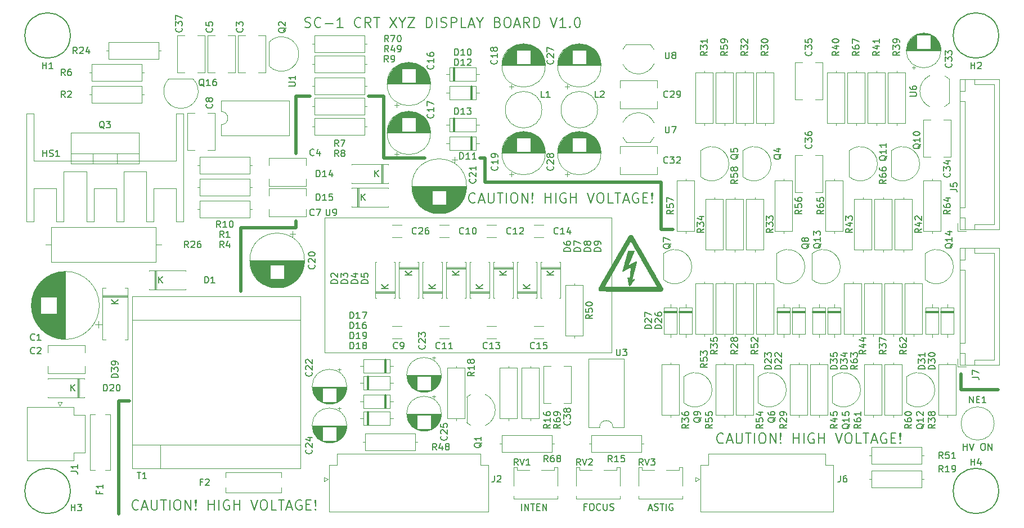
<source format=gbr>
%TF.GenerationSoftware,KiCad,Pcbnew,8.0.0*%
%TF.CreationDate,2024-03-08T15:53:04+08:00*%
%TF.ProjectId,xyz_display_board,78797a5f-6469-4737-906c-61795f626f61,1.0*%
%TF.SameCoordinates,Original*%
%TF.FileFunction,Legend,Top*%
%TF.FilePolarity,Positive*%
%FSLAX46Y46*%
G04 Gerber Fmt 4.6, Leading zero omitted, Abs format (unit mm)*
G04 Created by KiCad (PCBNEW 8.0.0) date 2024-03-08 15:53:04*
%MOMM*%
%LPD*%
G01*
G04 APERTURE LIST*
%ADD10C,0.508000*%
%ADD11C,0.150000*%
%ADD12C,0.152400*%
%ADD13C,0.120000*%
%ADD14C,0.000000*%
%ADD15C,0.300000*%
G04 APERTURE END LIST*
D10*
X105156000Y-63754000D02*
X102870000Y-63754000D01*
X65278000Y-109601000D02*
X66929000Y-109601000D01*
X146939000Y-83820000D02*
X148717000Y-83820000D01*
X192024000Y-107950000D02*
X197612000Y-107950000D01*
X192024000Y-105537000D02*
X192024000Y-107950000D01*
X146939000Y-76708000D02*
X146939000Y-83820000D01*
X120396000Y-76708000D02*
X146939000Y-76708000D01*
X120396000Y-73025000D02*
X120396000Y-76708000D01*
X119634000Y-73025000D02*
X120396000Y-73025000D01*
X105156000Y-73025000D02*
X111379000Y-73025000D01*
X105156000Y-63754000D02*
X105156000Y-73025000D01*
X91948000Y-63754000D02*
X94107000Y-63754000D01*
X91948000Y-72390000D02*
X91948000Y-63754000D01*
X91948000Y-83566000D02*
X91948000Y-82550000D01*
X83693000Y-83566000D02*
X91948000Y-83566000D01*
X83693000Y-93091000D02*
X83693000Y-83566000D01*
X65278000Y-126619000D02*
X65278000Y-109601000D01*
D11*
X197727221Y-54610000D02*
G75*
G02*
X190892779Y-54610000I-3417221J0D01*
G01*
X190892779Y-54610000D02*
G75*
G02*
X197727221Y-54610000I3417221J0D01*
G01*
X197727221Y-123190000D02*
G75*
G02*
X190892779Y-123190000I-3417221J0D01*
G01*
X190892779Y-123190000D02*
G75*
G02*
X197727221Y-123190000I3417221J0D01*
G01*
X58027221Y-123190000D02*
G75*
G02*
X51192779Y-123190000I-3417221J0D01*
G01*
X51192779Y-123190000D02*
G75*
G02*
X58027221Y-123190000I3417221J0D01*
G01*
X58027221Y-54610000D02*
G75*
G02*
X51192779Y-54610000I-3417221J0D01*
G01*
X51192779Y-54610000D02*
G75*
G02*
X58027221Y-54610000I3417221J0D01*
G01*
D12*
X93326855Y-53329535D02*
X93544570Y-53402106D01*
X93544570Y-53402106D02*
X93907427Y-53402106D01*
X93907427Y-53402106D02*
X94052570Y-53329535D01*
X94052570Y-53329535D02*
X94125141Y-53256963D01*
X94125141Y-53256963D02*
X94197712Y-53111820D01*
X94197712Y-53111820D02*
X94197712Y-52966677D01*
X94197712Y-52966677D02*
X94125141Y-52821535D01*
X94125141Y-52821535D02*
X94052570Y-52748963D01*
X94052570Y-52748963D02*
X93907427Y-52676392D01*
X93907427Y-52676392D02*
X93617141Y-52603820D01*
X93617141Y-52603820D02*
X93471998Y-52531249D01*
X93471998Y-52531249D02*
X93399427Y-52458677D01*
X93399427Y-52458677D02*
X93326855Y-52313535D01*
X93326855Y-52313535D02*
X93326855Y-52168392D01*
X93326855Y-52168392D02*
X93399427Y-52023249D01*
X93399427Y-52023249D02*
X93471998Y-51950677D01*
X93471998Y-51950677D02*
X93617141Y-51878106D01*
X93617141Y-51878106D02*
X93979998Y-51878106D01*
X93979998Y-51878106D02*
X94197712Y-51950677D01*
X95721713Y-53256963D02*
X95649141Y-53329535D01*
X95649141Y-53329535D02*
X95431427Y-53402106D01*
X95431427Y-53402106D02*
X95286284Y-53402106D01*
X95286284Y-53402106D02*
X95068570Y-53329535D01*
X95068570Y-53329535D02*
X94923427Y-53184392D01*
X94923427Y-53184392D02*
X94850856Y-53039249D01*
X94850856Y-53039249D02*
X94778284Y-52748963D01*
X94778284Y-52748963D02*
X94778284Y-52531249D01*
X94778284Y-52531249D02*
X94850856Y-52240963D01*
X94850856Y-52240963D02*
X94923427Y-52095820D01*
X94923427Y-52095820D02*
X95068570Y-51950677D01*
X95068570Y-51950677D02*
X95286284Y-51878106D01*
X95286284Y-51878106D02*
X95431427Y-51878106D01*
X95431427Y-51878106D02*
X95649141Y-51950677D01*
X95649141Y-51950677D02*
X95721713Y-52023249D01*
X96374856Y-52821535D02*
X97535999Y-52821535D01*
X99059998Y-53402106D02*
X98189141Y-53402106D01*
X98624570Y-53402106D02*
X98624570Y-51878106D01*
X98624570Y-51878106D02*
X98479427Y-52095820D01*
X98479427Y-52095820D02*
X98334284Y-52240963D01*
X98334284Y-52240963D02*
X98189141Y-52313535D01*
X101745142Y-53256963D02*
X101672570Y-53329535D01*
X101672570Y-53329535D02*
X101454856Y-53402106D01*
X101454856Y-53402106D02*
X101309713Y-53402106D01*
X101309713Y-53402106D02*
X101091999Y-53329535D01*
X101091999Y-53329535D02*
X100946856Y-53184392D01*
X100946856Y-53184392D02*
X100874285Y-53039249D01*
X100874285Y-53039249D02*
X100801713Y-52748963D01*
X100801713Y-52748963D02*
X100801713Y-52531249D01*
X100801713Y-52531249D02*
X100874285Y-52240963D01*
X100874285Y-52240963D02*
X100946856Y-52095820D01*
X100946856Y-52095820D02*
X101091999Y-51950677D01*
X101091999Y-51950677D02*
X101309713Y-51878106D01*
X101309713Y-51878106D02*
X101454856Y-51878106D01*
X101454856Y-51878106D02*
X101672570Y-51950677D01*
X101672570Y-51950677D02*
X101745142Y-52023249D01*
X103269142Y-53402106D02*
X102761142Y-52676392D01*
X102398285Y-53402106D02*
X102398285Y-51878106D01*
X102398285Y-51878106D02*
X102978856Y-51878106D01*
X102978856Y-51878106D02*
X103123999Y-51950677D01*
X103123999Y-51950677D02*
X103196570Y-52023249D01*
X103196570Y-52023249D02*
X103269142Y-52168392D01*
X103269142Y-52168392D02*
X103269142Y-52386106D01*
X103269142Y-52386106D02*
X103196570Y-52531249D01*
X103196570Y-52531249D02*
X103123999Y-52603820D01*
X103123999Y-52603820D02*
X102978856Y-52676392D01*
X102978856Y-52676392D02*
X102398285Y-52676392D01*
X103704570Y-51878106D02*
X104575428Y-51878106D01*
X104139999Y-53402106D02*
X104139999Y-51878106D01*
X106099428Y-51878106D02*
X107115428Y-53402106D01*
X107115428Y-51878106D02*
X106099428Y-53402106D01*
X107986285Y-52676392D02*
X107986285Y-53402106D01*
X107478285Y-51878106D02*
X107986285Y-52676392D01*
X107986285Y-52676392D02*
X108494285Y-51878106D01*
X108857143Y-51878106D02*
X109873143Y-51878106D01*
X109873143Y-51878106D02*
X108857143Y-53402106D01*
X108857143Y-53402106D02*
X109873143Y-53402106D01*
X111614858Y-53402106D02*
X111614858Y-51878106D01*
X111614858Y-51878106D02*
X111977715Y-51878106D01*
X111977715Y-51878106D02*
X112195429Y-51950677D01*
X112195429Y-51950677D02*
X112340572Y-52095820D01*
X112340572Y-52095820D02*
X112413143Y-52240963D01*
X112413143Y-52240963D02*
X112485715Y-52531249D01*
X112485715Y-52531249D02*
X112485715Y-52748963D01*
X112485715Y-52748963D02*
X112413143Y-53039249D01*
X112413143Y-53039249D02*
X112340572Y-53184392D01*
X112340572Y-53184392D02*
X112195429Y-53329535D01*
X112195429Y-53329535D02*
X111977715Y-53402106D01*
X111977715Y-53402106D02*
X111614858Y-53402106D01*
X113138858Y-53402106D02*
X113138858Y-51878106D01*
X113792000Y-53329535D02*
X114009715Y-53402106D01*
X114009715Y-53402106D02*
X114372572Y-53402106D01*
X114372572Y-53402106D02*
X114517715Y-53329535D01*
X114517715Y-53329535D02*
X114590286Y-53256963D01*
X114590286Y-53256963D02*
X114662857Y-53111820D01*
X114662857Y-53111820D02*
X114662857Y-52966677D01*
X114662857Y-52966677D02*
X114590286Y-52821535D01*
X114590286Y-52821535D02*
X114517715Y-52748963D01*
X114517715Y-52748963D02*
X114372572Y-52676392D01*
X114372572Y-52676392D02*
X114082286Y-52603820D01*
X114082286Y-52603820D02*
X113937143Y-52531249D01*
X113937143Y-52531249D02*
X113864572Y-52458677D01*
X113864572Y-52458677D02*
X113792000Y-52313535D01*
X113792000Y-52313535D02*
X113792000Y-52168392D01*
X113792000Y-52168392D02*
X113864572Y-52023249D01*
X113864572Y-52023249D02*
X113937143Y-51950677D01*
X113937143Y-51950677D02*
X114082286Y-51878106D01*
X114082286Y-51878106D02*
X114445143Y-51878106D01*
X114445143Y-51878106D02*
X114662857Y-51950677D01*
X115316001Y-53402106D02*
X115316001Y-51878106D01*
X115316001Y-51878106D02*
X115896572Y-51878106D01*
X115896572Y-51878106D02*
X116041715Y-51950677D01*
X116041715Y-51950677D02*
X116114286Y-52023249D01*
X116114286Y-52023249D02*
X116186858Y-52168392D01*
X116186858Y-52168392D02*
X116186858Y-52386106D01*
X116186858Y-52386106D02*
X116114286Y-52531249D01*
X116114286Y-52531249D02*
X116041715Y-52603820D01*
X116041715Y-52603820D02*
X115896572Y-52676392D01*
X115896572Y-52676392D02*
X115316001Y-52676392D01*
X117565715Y-53402106D02*
X116840001Y-53402106D01*
X116840001Y-53402106D02*
X116840001Y-51878106D01*
X118001143Y-52966677D02*
X118726858Y-52966677D01*
X117856000Y-53402106D02*
X118364000Y-51878106D01*
X118364000Y-51878106D02*
X118872000Y-53402106D01*
X119670286Y-52676392D02*
X119670286Y-53402106D01*
X119162286Y-51878106D02*
X119670286Y-52676392D01*
X119670286Y-52676392D02*
X120178286Y-51878106D01*
X122355430Y-52603820D02*
X122573144Y-52676392D01*
X122573144Y-52676392D02*
X122645715Y-52748963D01*
X122645715Y-52748963D02*
X122718287Y-52894106D01*
X122718287Y-52894106D02*
X122718287Y-53111820D01*
X122718287Y-53111820D02*
X122645715Y-53256963D01*
X122645715Y-53256963D02*
X122573144Y-53329535D01*
X122573144Y-53329535D02*
X122428001Y-53402106D01*
X122428001Y-53402106D02*
X121847430Y-53402106D01*
X121847430Y-53402106D02*
X121847430Y-51878106D01*
X121847430Y-51878106D02*
X122355430Y-51878106D01*
X122355430Y-51878106D02*
X122500573Y-51950677D01*
X122500573Y-51950677D02*
X122573144Y-52023249D01*
X122573144Y-52023249D02*
X122645715Y-52168392D01*
X122645715Y-52168392D02*
X122645715Y-52313535D01*
X122645715Y-52313535D02*
X122573144Y-52458677D01*
X122573144Y-52458677D02*
X122500573Y-52531249D01*
X122500573Y-52531249D02*
X122355430Y-52603820D01*
X122355430Y-52603820D02*
X121847430Y-52603820D01*
X123661715Y-51878106D02*
X123952001Y-51878106D01*
X123952001Y-51878106D02*
X124097144Y-51950677D01*
X124097144Y-51950677D02*
X124242287Y-52095820D01*
X124242287Y-52095820D02*
X124314858Y-52386106D01*
X124314858Y-52386106D02*
X124314858Y-52894106D01*
X124314858Y-52894106D02*
X124242287Y-53184392D01*
X124242287Y-53184392D02*
X124097144Y-53329535D01*
X124097144Y-53329535D02*
X123952001Y-53402106D01*
X123952001Y-53402106D02*
X123661715Y-53402106D01*
X123661715Y-53402106D02*
X123516573Y-53329535D01*
X123516573Y-53329535D02*
X123371430Y-53184392D01*
X123371430Y-53184392D02*
X123298858Y-52894106D01*
X123298858Y-52894106D02*
X123298858Y-52386106D01*
X123298858Y-52386106D02*
X123371430Y-52095820D01*
X123371430Y-52095820D02*
X123516573Y-51950677D01*
X123516573Y-51950677D02*
X123661715Y-51878106D01*
X124895429Y-52966677D02*
X125621144Y-52966677D01*
X124750286Y-53402106D02*
X125258286Y-51878106D01*
X125258286Y-51878106D02*
X125766286Y-53402106D01*
X127145144Y-53402106D02*
X126637144Y-52676392D01*
X126274287Y-53402106D02*
X126274287Y-51878106D01*
X126274287Y-51878106D02*
X126854858Y-51878106D01*
X126854858Y-51878106D02*
X127000001Y-51950677D01*
X127000001Y-51950677D02*
X127072572Y-52023249D01*
X127072572Y-52023249D02*
X127145144Y-52168392D01*
X127145144Y-52168392D02*
X127145144Y-52386106D01*
X127145144Y-52386106D02*
X127072572Y-52531249D01*
X127072572Y-52531249D02*
X127000001Y-52603820D01*
X127000001Y-52603820D02*
X126854858Y-52676392D01*
X126854858Y-52676392D02*
X126274287Y-52676392D01*
X127798287Y-53402106D02*
X127798287Y-51878106D01*
X127798287Y-51878106D02*
X128161144Y-51878106D01*
X128161144Y-51878106D02*
X128378858Y-51950677D01*
X128378858Y-51950677D02*
X128524001Y-52095820D01*
X128524001Y-52095820D02*
X128596572Y-52240963D01*
X128596572Y-52240963D02*
X128669144Y-52531249D01*
X128669144Y-52531249D02*
X128669144Y-52748963D01*
X128669144Y-52748963D02*
X128596572Y-53039249D01*
X128596572Y-53039249D02*
X128524001Y-53184392D01*
X128524001Y-53184392D02*
X128378858Y-53329535D01*
X128378858Y-53329535D02*
X128161144Y-53402106D01*
X128161144Y-53402106D02*
X127798287Y-53402106D01*
X130265715Y-51878106D02*
X130773715Y-53402106D01*
X130773715Y-53402106D02*
X131281715Y-51878106D01*
X132588001Y-53402106D02*
X131717144Y-53402106D01*
X132152573Y-53402106D02*
X132152573Y-51878106D01*
X132152573Y-51878106D02*
X132007430Y-52095820D01*
X132007430Y-52095820D02*
X131862287Y-52240963D01*
X131862287Y-52240963D02*
X131717144Y-52313535D01*
X133241145Y-53256963D02*
X133313716Y-53329535D01*
X133313716Y-53329535D02*
X133241145Y-53402106D01*
X133241145Y-53402106D02*
X133168573Y-53329535D01*
X133168573Y-53329535D02*
X133241145Y-53256963D01*
X133241145Y-53256963D02*
X133241145Y-53402106D01*
X134257144Y-51878106D02*
X134402287Y-51878106D01*
X134402287Y-51878106D02*
X134547430Y-51950677D01*
X134547430Y-51950677D02*
X134620002Y-52023249D01*
X134620002Y-52023249D02*
X134692573Y-52168392D01*
X134692573Y-52168392D02*
X134765144Y-52458677D01*
X134765144Y-52458677D02*
X134765144Y-52821535D01*
X134765144Y-52821535D02*
X134692573Y-53111820D01*
X134692573Y-53111820D02*
X134620002Y-53256963D01*
X134620002Y-53256963D02*
X134547430Y-53329535D01*
X134547430Y-53329535D02*
X134402287Y-53402106D01*
X134402287Y-53402106D02*
X134257144Y-53402106D01*
X134257144Y-53402106D02*
X134112002Y-53329535D01*
X134112002Y-53329535D02*
X134039430Y-53256963D01*
X134039430Y-53256963D02*
X133966859Y-53111820D01*
X133966859Y-53111820D02*
X133894287Y-52821535D01*
X133894287Y-52821535D02*
X133894287Y-52458677D01*
X133894287Y-52458677D02*
X133966859Y-52168392D01*
X133966859Y-52168392D02*
X134039430Y-52023249D01*
X134039430Y-52023249D02*
X134112002Y-51950677D01*
X134112002Y-51950677D02*
X134257144Y-51878106D01*
D11*
X192386857Y-117048220D02*
X192386857Y-116032220D01*
X192386857Y-116516030D02*
X192967429Y-116516030D01*
X192967429Y-117048220D02*
X192967429Y-116032220D01*
X193306095Y-116032220D02*
X193644762Y-117048220D01*
X193644762Y-117048220D02*
X193983429Y-116032220D01*
X195289714Y-116032220D02*
X195483238Y-116032220D01*
X195483238Y-116032220D02*
X195580000Y-116080601D01*
X195580000Y-116080601D02*
X195676762Y-116177363D01*
X195676762Y-116177363D02*
X195725143Y-116370887D01*
X195725143Y-116370887D02*
X195725143Y-116709554D01*
X195725143Y-116709554D02*
X195676762Y-116903078D01*
X195676762Y-116903078D02*
X195580000Y-116999840D01*
X195580000Y-116999840D02*
X195483238Y-117048220D01*
X195483238Y-117048220D02*
X195289714Y-117048220D01*
X195289714Y-117048220D02*
X195192952Y-116999840D01*
X195192952Y-116999840D02*
X195096190Y-116903078D01*
X195096190Y-116903078D02*
X195047809Y-116709554D01*
X195047809Y-116709554D02*
X195047809Y-116370887D01*
X195047809Y-116370887D02*
X195096190Y-116177363D01*
X195096190Y-116177363D02*
X195192952Y-116080601D01*
X195192952Y-116080601D02*
X195289714Y-116032220D01*
X196160571Y-117048220D02*
X196160571Y-116032220D01*
X196160571Y-116032220D02*
X196741143Y-117048220D01*
X196741143Y-117048220D02*
X196741143Y-116032220D01*
X125939779Y-126107819D02*
X125939779Y-125107819D01*
X126415969Y-126107819D02*
X126415969Y-125107819D01*
X126415969Y-125107819D02*
X126987397Y-126107819D01*
X126987397Y-126107819D02*
X126987397Y-125107819D01*
X127320731Y-125107819D02*
X127892159Y-125107819D01*
X127606445Y-126107819D02*
X127606445Y-125107819D01*
X128225493Y-125584009D02*
X128558826Y-125584009D01*
X128701683Y-126107819D02*
X128225493Y-126107819D01*
X128225493Y-126107819D02*
X128225493Y-125107819D01*
X128225493Y-125107819D02*
X128701683Y-125107819D01*
X129130255Y-126107819D02*
X129130255Y-125107819D01*
X129130255Y-125107819D02*
X129701683Y-126107819D01*
X129701683Y-126107819D02*
X129701683Y-125107819D01*
X118944573Y-79673088D02*
X118872001Y-79745660D01*
X118872001Y-79745660D02*
X118654287Y-79818231D01*
X118654287Y-79818231D02*
X118509144Y-79818231D01*
X118509144Y-79818231D02*
X118291430Y-79745660D01*
X118291430Y-79745660D02*
X118146287Y-79600517D01*
X118146287Y-79600517D02*
X118073716Y-79455374D01*
X118073716Y-79455374D02*
X118001144Y-79165088D01*
X118001144Y-79165088D02*
X118001144Y-78947374D01*
X118001144Y-78947374D02*
X118073716Y-78657088D01*
X118073716Y-78657088D02*
X118146287Y-78511945D01*
X118146287Y-78511945D02*
X118291430Y-78366802D01*
X118291430Y-78366802D02*
X118509144Y-78294231D01*
X118509144Y-78294231D02*
X118654287Y-78294231D01*
X118654287Y-78294231D02*
X118872001Y-78366802D01*
X118872001Y-78366802D02*
X118944573Y-78439374D01*
X119525144Y-79382802D02*
X120250859Y-79382802D01*
X119380001Y-79818231D02*
X119888001Y-78294231D01*
X119888001Y-78294231D02*
X120396001Y-79818231D01*
X120904002Y-78294231D02*
X120904002Y-79527945D01*
X120904002Y-79527945D02*
X120976573Y-79673088D01*
X120976573Y-79673088D02*
X121049145Y-79745660D01*
X121049145Y-79745660D02*
X121194287Y-79818231D01*
X121194287Y-79818231D02*
X121484573Y-79818231D01*
X121484573Y-79818231D02*
X121629716Y-79745660D01*
X121629716Y-79745660D02*
X121702287Y-79673088D01*
X121702287Y-79673088D02*
X121774859Y-79527945D01*
X121774859Y-79527945D02*
X121774859Y-78294231D01*
X122282858Y-78294231D02*
X123153716Y-78294231D01*
X122718287Y-79818231D02*
X122718287Y-78294231D01*
X123661716Y-79818231D02*
X123661716Y-78294231D01*
X124677715Y-78294231D02*
X124968001Y-78294231D01*
X124968001Y-78294231D02*
X125113144Y-78366802D01*
X125113144Y-78366802D02*
X125258287Y-78511945D01*
X125258287Y-78511945D02*
X125330858Y-78802231D01*
X125330858Y-78802231D02*
X125330858Y-79310231D01*
X125330858Y-79310231D02*
X125258287Y-79600517D01*
X125258287Y-79600517D02*
X125113144Y-79745660D01*
X125113144Y-79745660D02*
X124968001Y-79818231D01*
X124968001Y-79818231D02*
X124677715Y-79818231D01*
X124677715Y-79818231D02*
X124532573Y-79745660D01*
X124532573Y-79745660D02*
X124387430Y-79600517D01*
X124387430Y-79600517D02*
X124314858Y-79310231D01*
X124314858Y-79310231D02*
X124314858Y-78802231D01*
X124314858Y-78802231D02*
X124387430Y-78511945D01*
X124387430Y-78511945D02*
X124532573Y-78366802D01*
X124532573Y-78366802D02*
X124677715Y-78294231D01*
X125984001Y-79818231D02*
X125984001Y-78294231D01*
X125984001Y-78294231D02*
X126854858Y-79818231D01*
X126854858Y-79818231D02*
X126854858Y-78294231D01*
X127580572Y-79673088D02*
X127653143Y-79745660D01*
X127653143Y-79745660D02*
X127580572Y-79818231D01*
X127580572Y-79818231D02*
X127508000Y-79745660D01*
X127508000Y-79745660D02*
X127580572Y-79673088D01*
X127580572Y-79673088D02*
X127580572Y-79818231D01*
X127580572Y-79237660D02*
X127508000Y-78366802D01*
X127508000Y-78366802D02*
X127580572Y-78294231D01*
X127580572Y-78294231D02*
X127653143Y-78366802D01*
X127653143Y-78366802D02*
X127580572Y-79237660D01*
X127580572Y-79237660D02*
X127580572Y-78294231D01*
X129467429Y-79818231D02*
X129467429Y-78294231D01*
X129467429Y-79019945D02*
X130338286Y-79019945D01*
X130338286Y-79818231D02*
X130338286Y-78294231D01*
X131064000Y-79818231D02*
X131064000Y-78294231D01*
X132587999Y-78366802D02*
X132442857Y-78294231D01*
X132442857Y-78294231D02*
X132225142Y-78294231D01*
X132225142Y-78294231D02*
X132007428Y-78366802D01*
X132007428Y-78366802D02*
X131862285Y-78511945D01*
X131862285Y-78511945D02*
X131789714Y-78657088D01*
X131789714Y-78657088D02*
X131717142Y-78947374D01*
X131717142Y-78947374D02*
X131717142Y-79165088D01*
X131717142Y-79165088D02*
X131789714Y-79455374D01*
X131789714Y-79455374D02*
X131862285Y-79600517D01*
X131862285Y-79600517D02*
X132007428Y-79745660D01*
X132007428Y-79745660D02*
X132225142Y-79818231D01*
X132225142Y-79818231D02*
X132370285Y-79818231D01*
X132370285Y-79818231D02*
X132587999Y-79745660D01*
X132587999Y-79745660D02*
X132660571Y-79673088D01*
X132660571Y-79673088D02*
X132660571Y-79165088D01*
X132660571Y-79165088D02*
X132370285Y-79165088D01*
X133313714Y-79818231D02*
X133313714Y-78294231D01*
X133313714Y-79019945D02*
X134184571Y-79019945D01*
X134184571Y-79818231D02*
X134184571Y-78294231D01*
X135853713Y-78294231D02*
X136361713Y-79818231D01*
X136361713Y-79818231D02*
X136869713Y-78294231D01*
X137667999Y-78294231D02*
X137958285Y-78294231D01*
X137958285Y-78294231D02*
X138103428Y-78366802D01*
X138103428Y-78366802D02*
X138248571Y-78511945D01*
X138248571Y-78511945D02*
X138321142Y-78802231D01*
X138321142Y-78802231D02*
X138321142Y-79310231D01*
X138321142Y-79310231D02*
X138248571Y-79600517D01*
X138248571Y-79600517D02*
X138103428Y-79745660D01*
X138103428Y-79745660D02*
X137958285Y-79818231D01*
X137958285Y-79818231D02*
X137667999Y-79818231D01*
X137667999Y-79818231D02*
X137522857Y-79745660D01*
X137522857Y-79745660D02*
X137377714Y-79600517D01*
X137377714Y-79600517D02*
X137305142Y-79310231D01*
X137305142Y-79310231D02*
X137305142Y-78802231D01*
X137305142Y-78802231D02*
X137377714Y-78511945D01*
X137377714Y-78511945D02*
X137522857Y-78366802D01*
X137522857Y-78366802D02*
X137667999Y-78294231D01*
X139699999Y-79818231D02*
X138974285Y-79818231D01*
X138974285Y-79818231D02*
X138974285Y-78294231D01*
X139990284Y-78294231D02*
X140861142Y-78294231D01*
X140425713Y-79818231D02*
X140425713Y-78294231D01*
X141296570Y-79382802D02*
X142022285Y-79382802D01*
X141151427Y-79818231D02*
X141659427Y-78294231D01*
X141659427Y-78294231D02*
X142167427Y-79818231D01*
X143473713Y-78366802D02*
X143328571Y-78294231D01*
X143328571Y-78294231D02*
X143110856Y-78294231D01*
X143110856Y-78294231D02*
X142893142Y-78366802D01*
X142893142Y-78366802D02*
X142747999Y-78511945D01*
X142747999Y-78511945D02*
X142675428Y-78657088D01*
X142675428Y-78657088D02*
X142602856Y-78947374D01*
X142602856Y-78947374D02*
X142602856Y-79165088D01*
X142602856Y-79165088D02*
X142675428Y-79455374D01*
X142675428Y-79455374D02*
X142747999Y-79600517D01*
X142747999Y-79600517D02*
X142893142Y-79745660D01*
X142893142Y-79745660D02*
X143110856Y-79818231D01*
X143110856Y-79818231D02*
X143255999Y-79818231D01*
X143255999Y-79818231D02*
X143473713Y-79745660D01*
X143473713Y-79745660D02*
X143546285Y-79673088D01*
X143546285Y-79673088D02*
X143546285Y-79165088D01*
X143546285Y-79165088D02*
X143255999Y-79165088D01*
X144199428Y-79019945D02*
X144707428Y-79019945D01*
X144925142Y-79818231D02*
X144199428Y-79818231D01*
X144199428Y-79818231D02*
X144199428Y-78294231D01*
X144199428Y-78294231D02*
X144925142Y-78294231D01*
X145578285Y-79673088D02*
X145650856Y-79745660D01*
X145650856Y-79745660D02*
X145578285Y-79818231D01*
X145578285Y-79818231D02*
X145505713Y-79745660D01*
X145505713Y-79745660D02*
X145578285Y-79673088D01*
X145578285Y-79673088D02*
X145578285Y-79818231D01*
X145578285Y-79237660D02*
X145505713Y-78366802D01*
X145505713Y-78366802D02*
X145578285Y-78294231D01*
X145578285Y-78294231D02*
X145650856Y-78366802D01*
X145650856Y-78366802D02*
X145578285Y-79237660D01*
X145578285Y-79237660D02*
X145578285Y-78294231D01*
X68271573Y-125901088D02*
X68199001Y-125973660D01*
X68199001Y-125973660D02*
X67981287Y-126046231D01*
X67981287Y-126046231D02*
X67836144Y-126046231D01*
X67836144Y-126046231D02*
X67618430Y-125973660D01*
X67618430Y-125973660D02*
X67473287Y-125828517D01*
X67473287Y-125828517D02*
X67400716Y-125683374D01*
X67400716Y-125683374D02*
X67328144Y-125393088D01*
X67328144Y-125393088D02*
X67328144Y-125175374D01*
X67328144Y-125175374D02*
X67400716Y-124885088D01*
X67400716Y-124885088D02*
X67473287Y-124739945D01*
X67473287Y-124739945D02*
X67618430Y-124594802D01*
X67618430Y-124594802D02*
X67836144Y-124522231D01*
X67836144Y-124522231D02*
X67981287Y-124522231D01*
X67981287Y-124522231D02*
X68199001Y-124594802D01*
X68199001Y-124594802D02*
X68271573Y-124667374D01*
X68852144Y-125610802D02*
X69577859Y-125610802D01*
X68707001Y-126046231D02*
X69215001Y-124522231D01*
X69215001Y-124522231D02*
X69723001Y-126046231D01*
X70231002Y-124522231D02*
X70231002Y-125755945D01*
X70231002Y-125755945D02*
X70303573Y-125901088D01*
X70303573Y-125901088D02*
X70376145Y-125973660D01*
X70376145Y-125973660D02*
X70521287Y-126046231D01*
X70521287Y-126046231D02*
X70811573Y-126046231D01*
X70811573Y-126046231D02*
X70956716Y-125973660D01*
X70956716Y-125973660D02*
X71029287Y-125901088D01*
X71029287Y-125901088D02*
X71101859Y-125755945D01*
X71101859Y-125755945D02*
X71101859Y-124522231D01*
X71609858Y-124522231D02*
X72480716Y-124522231D01*
X72045287Y-126046231D02*
X72045287Y-124522231D01*
X72988716Y-126046231D02*
X72988716Y-124522231D01*
X74004715Y-124522231D02*
X74295001Y-124522231D01*
X74295001Y-124522231D02*
X74440144Y-124594802D01*
X74440144Y-124594802D02*
X74585287Y-124739945D01*
X74585287Y-124739945D02*
X74657858Y-125030231D01*
X74657858Y-125030231D02*
X74657858Y-125538231D01*
X74657858Y-125538231D02*
X74585287Y-125828517D01*
X74585287Y-125828517D02*
X74440144Y-125973660D01*
X74440144Y-125973660D02*
X74295001Y-126046231D01*
X74295001Y-126046231D02*
X74004715Y-126046231D01*
X74004715Y-126046231D02*
X73859573Y-125973660D01*
X73859573Y-125973660D02*
X73714430Y-125828517D01*
X73714430Y-125828517D02*
X73641858Y-125538231D01*
X73641858Y-125538231D02*
X73641858Y-125030231D01*
X73641858Y-125030231D02*
X73714430Y-124739945D01*
X73714430Y-124739945D02*
X73859573Y-124594802D01*
X73859573Y-124594802D02*
X74004715Y-124522231D01*
X75311001Y-126046231D02*
X75311001Y-124522231D01*
X75311001Y-124522231D02*
X76181858Y-126046231D01*
X76181858Y-126046231D02*
X76181858Y-124522231D01*
X76907572Y-125901088D02*
X76980143Y-125973660D01*
X76980143Y-125973660D02*
X76907572Y-126046231D01*
X76907572Y-126046231D02*
X76835000Y-125973660D01*
X76835000Y-125973660D02*
X76907572Y-125901088D01*
X76907572Y-125901088D02*
X76907572Y-126046231D01*
X76907572Y-125465660D02*
X76835000Y-124594802D01*
X76835000Y-124594802D02*
X76907572Y-124522231D01*
X76907572Y-124522231D02*
X76980143Y-124594802D01*
X76980143Y-124594802D02*
X76907572Y-125465660D01*
X76907572Y-125465660D02*
X76907572Y-124522231D01*
X78794429Y-126046231D02*
X78794429Y-124522231D01*
X78794429Y-125247945D02*
X79665286Y-125247945D01*
X79665286Y-126046231D02*
X79665286Y-124522231D01*
X80391000Y-126046231D02*
X80391000Y-124522231D01*
X81914999Y-124594802D02*
X81769857Y-124522231D01*
X81769857Y-124522231D02*
X81552142Y-124522231D01*
X81552142Y-124522231D02*
X81334428Y-124594802D01*
X81334428Y-124594802D02*
X81189285Y-124739945D01*
X81189285Y-124739945D02*
X81116714Y-124885088D01*
X81116714Y-124885088D02*
X81044142Y-125175374D01*
X81044142Y-125175374D02*
X81044142Y-125393088D01*
X81044142Y-125393088D02*
X81116714Y-125683374D01*
X81116714Y-125683374D02*
X81189285Y-125828517D01*
X81189285Y-125828517D02*
X81334428Y-125973660D01*
X81334428Y-125973660D02*
X81552142Y-126046231D01*
X81552142Y-126046231D02*
X81697285Y-126046231D01*
X81697285Y-126046231D02*
X81914999Y-125973660D01*
X81914999Y-125973660D02*
X81987571Y-125901088D01*
X81987571Y-125901088D02*
X81987571Y-125393088D01*
X81987571Y-125393088D02*
X81697285Y-125393088D01*
X82640714Y-126046231D02*
X82640714Y-124522231D01*
X82640714Y-125247945D02*
X83511571Y-125247945D01*
X83511571Y-126046231D02*
X83511571Y-124522231D01*
X85180713Y-124522231D02*
X85688713Y-126046231D01*
X85688713Y-126046231D02*
X86196713Y-124522231D01*
X86994999Y-124522231D02*
X87285285Y-124522231D01*
X87285285Y-124522231D02*
X87430428Y-124594802D01*
X87430428Y-124594802D02*
X87575571Y-124739945D01*
X87575571Y-124739945D02*
X87648142Y-125030231D01*
X87648142Y-125030231D02*
X87648142Y-125538231D01*
X87648142Y-125538231D02*
X87575571Y-125828517D01*
X87575571Y-125828517D02*
X87430428Y-125973660D01*
X87430428Y-125973660D02*
X87285285Y-126046231D01*
X87285285Y-126046231D02*
X86994999Y-126046231D01*
X86994999Y-126046231D02*
X86849857Y-125973660D01*
X86849857Y-125973660D02*
X86704714Y-125828517D01*
X86704714Y-125828517D02*
X86632142Y-125538231D01*
X86632142Y-125538231D02*
X86632142Y-125030231D01*
X86632142Y-125030231D02*
X86704714Y-124739945D01*
X86704714Y-124739945D02*
X86849857Y-124594802D01*
X86849857Y-124594802D02*
X86994999Y-124522231D01*
X89026999Y-126046231D02*
X88301285Y-126046231D01*
X88301285Y-126046231D02*
X88301285Y-124522231D01*
X89317284Y-124522231D02*
X90188142Y-124522231D01*
X89752713Y-126046231D02*
X89752713Y-124522231D01*
X90623570Y-125610802D02*
X91349285Y-125610802D01*
X90478427Y-126046231D02*
X90986427Y-124522231D01*
X90986427Y-124522231D02*
X91494427Y-126046231D01*
X92800713Y-124594802D02*
X92655571Y-124522231D01*
X92655571Y-124522231D02*
X92437856Y-124522231D01*
X92437856Y-124522231D02*
X92220142Y-124594802D01*
X92220142Y-124594802D02*
X92074999Y-124739945D01*
X92074999Y-124739945D02*
X92002428Y-124885088D01*
X92002428Y-124885088D02*
X91929856Y-125175374D01*
X91929856Y-125175374D02*
X91929856Y-125393088D01*
X91929856Y-125393088D02*
X92002428Y-125683374D01*
X92002428Y-125683374D02*
X92074999Y-125828517D01*
X92074999Y-125828517D02*
X92220142Y-125973660D01*
X92220142Y-125973660D02*
X92437856Y-126046231D01*
X92437856Y-126046231D02*
X92582999Y-126046231D01*
X92582999Y-126046231D02*
X92800713Y-125973660D01*
X92800713Y-125973660D02*
X92873285Y-125901088D01*
X92873285Y-125901088D02*
X92873285Y-125393088D01*
X92873285Y-125393088D02*
X92582999Y-125393088D01*
X93526428Y-125247945D02*
X94034428Y-125247945D01*
X94252142Y-126046231D02*
X93526428Y-126046231D01*
X93526428Y-126046231D02*
X93526428Y-124522231D01*
X93526428Y-124522231D02*
X94252142Y-124522231D01*
X94905285Y-125901088D02*
X94977856Y-125973660D01*
X94977856Y-125973660D02*
X94905285Y-126046231D01*
X94905285Y-126046231D02*
X94832713Y-125973660D01*
X94832713Y-125973660D02*
X94905285Y-125901088D01*
X94905285Y-125901088D02*
X94905285Y-126046231D01*
X94905285Y-125465660D02*
X94832713Y-124594802D01*
X94832713Y-124594802D02*
X94905285Y-124522231D01*
X94905285Y-124522231D02*
X94977856Y-124594802D01*
X94977856Y-124594802D02*
X94905285Y-125465660D01*
X94905285Y-125465660D02*
X94905285Y-124522231D01*
X145069160Y-125822104D02*
X145545350Y-125822104D01*
X144973922Y-126107819D02*
X145307255Y-125107819D01*
X145307255Y-125107819D02*
X145640588Y-126107819D01*
X145926303Y-126060200D02*
X146069160Y-126107819D01*
X146069160Y-126107819D02*
X146307255Y-126107819D01*
X146307255Y-126107819D02*
X146402493Y-126060200D01*
X146402493Y-126060200D02*
X146450112Y-126012580D01*
X146450112Y-126012580D02*
X146497731Y-125917342D01*
X146497731Y-125917342D02*
X146497731Y-125822104D01*
X146497731Y-125822104D02*
X146450112Y-125726866D01*
X146450112Y-125726866D02*
X146402493Y-125679247D01*
X146402493Y-125679247D02*
X146307255Y-125631628D01*
X146307255Y-125631628D02*
X146116779Y-125584009D01*
X146116779Y-125584009D02*
X146021541Y-125536390D01*
X146021541Y-125536390D02*
X145973922Y-125488771D01*
X145973922Y-125488771D02*
X145926303Y-125393533D01*
X145926303Y-125393533D02*
X145926303Y-125298295D01*
X145926303Y-125298295D02*
X145973922Y-125203057D01*
X145973922Y-125203057D02*
X146021541Y-125155438D01*
X146021541Y-125155438D02*
X146116779Y-125107819D01*
X146116779Y-125107819D02*
X146354874Y-125107819D01*
X146354874Y-125107819D02*
X146497731Y-125155438D01*
X146783446Y-125107819D02*
X147354874Y-125107819D01*
X147069160Y-126107819D02*
X147069160Y-125107819D01*
X147688208Y-126107819D02*
X147688208Y-125107819D01*
X148688207Y-125155438D02*
X148592969Y-125107819D01*
X148592969Y-125107819D02*
X148450112Y-125107819D01*
X148450112Y-125107819D02*
X148307255Y-125155438D01*
X148307255Y-125155438D02*
X148212017Y-125250676D01*
X148212017Y-125250676D02*
X148164398Y-125345914D01*
X148164398Y-125345914D02*
X148116779Y-125536390D01*
X148116779Y-125536390D02*
X148116779Y-125679247D01*
X148116779Y-125679247D02*
X148164398Y-125869723D01*
X148164398Y-125869723D02*
X148212017Y-125964961D01*
X148212017Y-125964961D02*
X148307255Y-126060200D01*
X148307255Y-126060200D02*
X148450112Y-126107819D01*
X148450112Y-126107819D02*
X148545350Y-126107819D01*
X148545350Y-126107819D02*
X148688207Y-126060200D01*
X148688207Y-126060200D02*
X148735826Y-126012580D01*
X148735826Y-126012580D02*
X148735826Y-125679247D01*
X148735826Y-125679247D02*
X148545350Y-125679247D01*
X156282573Y-115868088D02*
X156210001Y-115940660D01*
X156210001Y-115940660D02*
X155992287Y-116013231D01*
X155992287Y-116013231D02*
X155847144Y-116013231D01*
X155847144Y-116013231D02*
X155629430Y-115940660D01*
X155629430Y-115940660D02*
X155484287Y-115795517D01*
X155484287Y-115795517D02*
X155411716Y-115650374D01*
X155411716Y-115650374D02*
X155339144Y-115360088D01*
X155339144Y-115360088D02*
X155339144Y-115142374D01*
X155339144Y-115142374D02*
X155411716Y-114852088D01*
X155411716Y-114852088D02*
X155484287Y-114706945D01*
X155484287Y-114706945D02*
X155629430Y-114561802D01*
X155629430Y-114561802D02*
X155847144Y-114489231D01*
X155847144Y-114489231D02*
X155992287Y-114489231D01*
X155992287Y-114489231D02*
X156210001Y-114561802D01*
X156210001Y-114561802D02*
X156282573Y-114634374D01*
X156863144Y-115577802D02*
X157588859Y-115577802D01*
X156718001Y-116013231D02*
X157226001Y-114489231D01*
X157226001Y-114489231D02*
X157734001Y-116013231D01*
X158242002Y-114489231D02*
X158242002Y-115722945D01*
X158242002Y-115722945D02*
X158314573Y-115868088D01*
X158314573Y-115868088D02*
X158387145Y-115940660D01*
X158387145Y-115940660D02*
X158532287Y-116013231D01*
X158532287Y-116013231D02*
X158822573Y-116013231D01*
X158822573Y-116013231D02*
X158967716Y-115940660D01*
X158967716Y-115940660D02*
X159040287Y-115868088D01*
X159040287Y-115868088D02*
X159112859Y-115722945D01*
X159112859Y-115722945D02*
X159112859Y-114489231D01*
X159620858Y-114489231D02*
X160491716Y-114489231D01*
X160056287Y-116013231D02*
X160056287Y-114489231D01*
X160999716Y-116013231D02*
X160999716Y-114489231D01*
X162015715Y-114489231D02*
X162306001Y-114489231D01*
X162306001Y-114489231D02*
X162451144Y-114561802D01*
X162451144Y-114561802D02*
X162596287Y-114706945D01*
X162596287Y-114706945D02*
X162668858Y-114997231D01*
X162668858Y-114997231D02*
X162668858Y-115505231D01*
X162668858Y-115505231D02*
X162596287Y-115795517D01*
X162596287Y-115795517D02*
X162451144Y-115940660D01*
X162451144Y-115940660D02*
X162306001Y-116013231D01*
X162306001Y-116013231D02*
X162015715Y-116013231D01*
X162015715Y-116013231D02*
X161870573Y-115940660D01*
X161870573Y-115940660D02*
X161725430Y-115795517D01*
X161725430Y-115795517D02*
X161652858Y-115505231D01*
X161652858Y-115505231D02*
X161652858Y-114997231D01*
X161652858Y-114997231D02*
X161725430Y-114706945D01*
X161725430Y-114706945D02*
X161870573Y-114561802D01*
X161870573Y-114561802D02*
X162015715Y-114489231D01*
X163322001Y-116013231D02*
X163322001Y-114489231D01*
X163322001Y-114489231D02*
X164192858Y-116013231D01*
X164192858Y-116013231D02*
X164192858Y-114489231D01*
X164918572Y-115868088D02*
X164991143Y-115940660D01*
X164991143Y-115940660D02*
X164918572Y-116013231D01*
X164918572Y-116013231D02*
X164846000Y-115940660D01*
X164846000Y-115940660D02*
X164918572Y-115868088D01*
X164918572Y-115868088D02*
X164918572Y-116013231D01*
X164918572Y-115432660D02*
X164846000Y-114561802D01*
X164846000Y-114561802D02*
X164918572Y-114489231D01*
X164918572Y-114489231D02*
X164991143Y-114561802D01*
X164991143Y-114561802D02*
X164918572Y-115432660D01*
X164918572Y-115432660D02*
X164918572Y-114489231D01*
X166805429Y-116013231D02*
X166805429Y-114489231D01*
X166805429Y-115214945D02*
X167676286Y-115214945D01*
X167676286Y-116013231D02*
X167676286Y-114489231D01*
X168402000Y-116013231D02*
X168402000Y-114489231D01*
X169925999Y-114561802D02*
X169780857Y-114489231D01*
X169780857Y-114489231D02*
X169563142Y-114489231D01*
X169563142Y-114489231D02*
X169345428Y-114561802D01*
X169345428Y-114561802D02*
X169200285Y-114706945D01*
X169200285Y-114706945D02*
X169127714Y-114852088D01*
X169127714Y-114852088D02*
X169055142Y-115142374D01*
X169055142Y-115142374D02*
X169055142Y-115360088D01*
X169055142Y-115360088D02*
X169127714Y-115650374D01*
X169127714Y-115650374D02*
X169200285Y-115795517D01*
X169200285Y-115795517D02*
X169345428Y-115940660D01*
X169345428Y-115940660D02*
X169563142Y-116013231D01*
X169563142Y-116013231D02*
X169708285Y-116013231D01*
X169708285Y-116013231D02*
X169925999Y-115940660D01*
X169925999Y-115940660D02*
X169998571Y-115868088D01*
X169998571Y-115868088D02*
X169998571Y-115360088D01*
X169998571Y-115360088D02*
X169708285Y-115360088D01*
X170651714Y-116013231D02*
X170651714Y-114489231D01*
X170651714Y-115214945D02*
X171522571Y-115214945D01*
X171522571Y-116013231D02*
X171522571Y-114489231D01*
X173191713Y-114489231D02*
X173699713Y-116013231D01*
X173699713Y-116013231D02*
X174207713Y-114489231D01*
X175005999Y-114489231D02*
X175296285Y-114489231D01*
X175296285Y-114489231D02*
X175441428Y-114561802D01*
X175441428Y-114561802D02*
X175586571Y-114706945D01*
X175586571Y-114706945D02*
X175659142Y-114997231D01*
X175659142Y-114997231D02*
X175659142Y-115505231D01*
X175659142Y-115505231D02*
X175586571Y-115795517D01*
X175586571Y-115795517D02*
X175441428Y-115940660D01*
X175441428Y-115940660D02*
X175296285Y-116013231D01*
X175296285Y-116013231D02*
X175005999Y-116013231D01*
X175005999Y-116013231D02*
X174860857Y-115940660D01*
X174860857Y-115940660D02*
X174715714Y-115795517D01*
X174715714Y-115795517D02*
X174643142Y-115505231D01*
X174643142Y-115505231D02*
X174643142Y-114997231D01*
X174643142Y-114997231D02*
X174715714Y-114706945D01*
X174715714Y-114706945D02*
X174860857Y-114561802D01*
X174860857Y-114561802D02*
X175005999Y-114489231D01*
X177037999Y-116013231D02*
X176312285Y-116013231D01*
X176312285Y-116013231D02*
X176312285Y-114489231D01*
X177328284Y-114489231D02*
X178199142Y-114489231D01*
X177763713Y-116013231D02*
X177763713Y-114489231D01*
X178634570Y-115577802D02*
X179360285Y-115577802D01*
X178489427Y-116013231D02*
X178997427Y-114489231D01*
X178997427Y-114489231D02*
X179505427Y-116013231D01*
X180811713Y-114561802D02*
X180666571Y-114489231D01*
X180666571Y-114489231D02*
X180448856Y-114489231D01*
X180448856Y-114489231D02*
X180231142Y-114561802D01*
X180231142Y-114561802D02*
X180085999Y-114706945D01*
X180085999Y-114706945D02*
X180013428Y-114852088D01*
X180013428Y-114852088D02*
X179940856Y-115142374D01*
X179940856Y-115142374D02*
X179940856Y-115360088D01*
X179940856Y-115360088D02*
X180013428Y-115650374D01*
X180013428Y-115650374D02*
X180085999Y-115795517D01*
X180085999Y-115795517D02*
X180231142Y-115940660D01*
X180231142Y-115940660D02*
X180448856Y-116013231D01*
X180448856Y-116013231D02*
X180593999Y-116013231D01*
X180593999Y-116013231D02*
X180811713Y-115940660D01*
X180811713Y-115940660D02*
X180884285Y-115868088D01*
X180884285Y-115868088D02*
X180884285Y-115360088D01*
X180884285Y-115360088D02*
X180593999Y-115360088D01*
X181537428Y-115214945D02*
X182045428Y-115214945D01*
X182263142Y-116013231D02*
X181537428Y-116013231D01*
X181537428Y-116013231D02*
X181537428Y-114489231D01*
X181537428Y-114489231D02*
X182263142Y-114489231D01*
X182916285Y-115868088D02*
X182988856Y-115940660D01*
X182988856Y-115940660D02*
X182916285Y-116013231D01*
X182916285Y-116013231D02*
X182843713Y-115940660D01*
X182843713Y-115940660D02*
X182916285Y-115868088D01*
X182916285Y-115868088D02*
X182916285Y-116013231D01*
X182916285Y-115432660D02*
X182843713Y-114561802D01*
X182843713Y-114561802D02*
X182916285Y-114489231D01*
X182916285Y-114489231D02*
X182988856Y-114561802D01*
X182988856Y-114561802D02*
X182916285Y-115432660D01*
X182916285Y-115432660D02*
X182916285Y-114489231D01*
X135671112Y-125584009D02*
X135337779Y-125584009D01*
X135337779Y-126107819D02*
X135337779Y-125107819D01*
X135337779Y-125107819D02*
X135813969Y-125107819D01*
X136385398Y-125107819D02*
X136575874Y-125107819D01*
X136575874Y-125107819D02*
X136671112Y-125155438D01*
X136671112Y-125155438D02*
X136766350Y-125250676D01*
X136766350Y-125250676D02*
X136813969Y-125441152D01*
X136813969Y-125441152D02*
X136813969Y-125774485D01*
X136813969Y-125774485D02*
X136766350Y-125964961D01*
X136766350Y-125964961D02*
X136671112Y-126060200D01*
X136671112Y-126060200D02*
X136575874Y-126107819D01*
X136575874Y-126107819D02*
X136385398Y-126107819D01*
X136385398Y-126107819D02*
X136290160Y-126060200D01*
X136290160Y-126060200D02*
X136194922Y-125964961D01*
X136194922Y-125964961D02*
X136147303Y-125774485D01*
X136147303Y-125774485D02*
X136147303Y-125441152D01*
X136147303Y-125441152D02*
X136194922Y-125250676D01*
X136194922Y-125250676D02*
X136290160Y-125155438D01*
X136290160Y-125155438D02*
X136385398Y-125107819D01*
X137813969Y-126012580D02*
X137766350Y-126060200D01*
X137766350Y-126060200D02*
X137623493Y-126107819D01*
X137623493Y-126107819D02*
X137528255Y-126107819D01*
X137528255Y-126107819D02*
X137385398Y-126060200D01*
X137385398Y-126060200D02*
X137290160Y-125964961D01*
X137290160Y-125964961D02*
X137242541Y-125869723D01*
X137242541Y-125869723D02*
X137194922Y-125679247D01*
X137194922Y-125679247D02*
X137194922Y-125536390D01*
X137194922Y-125536390D02*
X137242541Y-125345914D01*
X137242541Y-125345914D02*
X137290160Y-125250676D01*
X137290160Y-125250676D02*
X137385398Y-125155438D01*
X137385398Y-125155438D02*
X137528255Y-125107819D01*
X137528255Y-125107819D02*
X137623493Y-125107819D01*
X137623493Y-125107819D02*
X137766350Y-125155438D01*
X137766350Y-125155438D02*
X137813969Y-125203057D01*
X138242541Y-125107819D02*
X138242541Y-125917342D01*
X138242541Y-125917342D02*
X138290160Y-126012580D01*
X138290160Y-126012580D02*
X138337779Y-126060200D01*
X138337779Y-126060200D02*
X138433017Y-126107819D01*
X138433017Y-126107819D02*
X138623493Y-126107819D01*
X138623493Y-126107819D02*
X138718731Y-126060200D01*
X138718731Y-126060200D02*
X138766350Y-126012580D01*
X138766350Y-126012580D02*
X138813969Y-125917342D01*
X138813969Y-125917342D02*
X138813969Y-125107819D01*
X139242541Y-126060200D02*
X139385398Y-126107819D01*
X139385398Y-126107819D02*
X139623493Y-126107819D01*
X139623493Y-126107819D02*
X139718731Y-126060200D01*
X139718731Y-126060200D02*
X139766350Y-126012580D01*
X139766350Y-126012580D02*
X139813969Y-125917342D01*
X139813969Y-125917342D02*
X139813969Y-125822104D01*
X139813969Y-125822104D02*
X139766350Y-125726866D01*
X139766350Y-125726866D02*
X139718731Y-125679247D01*
X139718731Y-125679247D02*
X139623493Y-125631628D01*
X139623493Y-125631628D02*
X139433017Y-125584009D01*
X139433017Y-125584009D02*
X139337779Y-125536390D01*
X139337779Y-125536390D02*
X139290160Y-125488771D01*
X139290160Y-125488771D02*
X139242541Y-125393533D01*
X139242541Y-125393533D02*
X139242541Y-125298295D01*
X139242541Y-125298295D02*
X139290160Y-125203057D01*
X139290160Y-125203057D02*
X139337779Y-125155438D01*
X139337779Y-125155438D02*
X139433017Y-125107819D01*
X139433017Y-125107819D02*
X139671112Y-125107819D01*
X139671112Y-125107819D02*
X139813969Y-125155438D01*
X119930057Y-115919238D02*
X119882438Y-116014476D01*
X119882438Y-116014476D02*
X119787200Y-116109714D01*
X119787200Y-116109714D02*
X119644342Y-116252571D01*
X119644342Y-116252571D02*
X119596723Y-116347809D01*
X119596723Y-116347809D02*
X119596723Y-116443047D01*
X119834819Y-116395428D02*
X119787200Y-116490666D01*
X119787200Y-116490666D02*
X119691961Y-116585904D01*
X119691961Y-116585904D02*
X119501485Y-116633523D01*
X119501485Y-116633523D02*
X119168152Y-116633523D01*
X119168152Y-116633523D02*
X118977676Y-116585904D01*
X118977676Y-116585904D02*
X118882438Y-116490666D01*
X118882438Y-116490666D02*
X118834819Y-116395428D01*
X118834819Y-116395428D02*
X118834819Y-116204952D01*
X118834819Y-116204952D02*
X118882438Y-116109714D01*
X118882438Y-116109714D02*
X118977676Y-116014476D01*
X118977676Y-116014476D02*
X119168152Y-115966857D01*
X119168152Y-115966857D02*
X119501485Y-115966857D01*
X119501485Y-115966857D02*
X119691961Y-116014476D01*
X119691961Y-116014476D02*
X119787200Y-116109714D01*
X119787200Y-116109714D02*
X119834819Y-116204952D01*
X119834819Y-116204952D02*
X119834819Y-116395428D01*
X119834819Y-115014476D02*
X119834819Y-115585904D01*
X119834819Y-115300190D02*
X118834819Y-115300190D01*
X118834819Y-115300190D02*
X118977676Y-115395428D01*
X118977676Y-115395428D02*
X119072914Y-115490666D01*
X119072914Y-115490666D02*
X119120533Y-115585904D01*
X68072095Y-120358819D02*
X68643523Y-120358819D01*
X68357809Y-121358819D02*
X68357809Y-120358819D01*
X69500666Y-121358819D02*
X68929238Y-121358819D01*
X69214952Y-121358819D02*
X69214952Y-120358819D01*
X69214952Y-120358819D02*
X69119714Y-120501676D01*
X69119714Y-120501676D02*
X69024476Y-120596914D01*
X69024476Y-120596914D02*
X68929238Y-120644533D01*
X115879714Y-66494819D02*
X115879714Y-65494819D01*
X115879714Y-65494819D02*
X116117809Y-65494819D01*
X116117809Y-65494819D02*
X116260666Y-65542438D01*
X116260666Y-65542438D02*
X116355904Y-65637676D01*
X116355904Y-65637676D02*
X116403523Y-65732914D01*
X116403523Y-65732914D02*
X116451142Y-65923390D01*
X116451142Y-65923390D02*
X116451142Y-66066247D01*
X116451142Y-66066247D02*
X116403523Y-66256723D01*
X116403523Y-66256723D02*
X116355904Y-66351961D01*
X116355904Y-66351961D02*
X116260666Y-66447200D01*
X116260666Y-66447200D02*
X116117809Y-66494819D01*
X116117809Y-66494819D02*
X115879714Y-66494819D01*
X117403523Y-66494819D02*
X116832095Y-66494819D01*
X117117809Y-66494819D02*
X117117809Y-65494819D01*
X117117809Y-65494819D02*
X117022571Y-65637676D01*
X117022571Y-65637676D02*
X116927333Y-65732914D01*
X116927333Y-65732914D02*
X116832095Y-65780533D01*
X117736857Y-65494819D02*
X118355904Y-65494819D01*
X118355904Y-65494819D02*
X118022571Y-65875771D01*
X118022571Y-65875771D02*
X118165428Y-65875771D01*
X118165428Y-65875771D02*
X118260666Y-65923390D01*
X118260666Y-65923390D02*
X118308285Y-65971009D01*
X118308285Y-65971009D02*
X118355904Y-66066247D01*
X118355904Y-66066247D02*
X118355904Y-66304342D01*
X118355904Y-66304342D02*
X118308285Y-66399580D01*
X118308285Y-66399580D02*
X118260666Y-66447200D01*
X118260666Y-66447200D02*
X118165428Y-66494819D01*
X118165428Y-66494819D02*
X117879714Y-66494819D01*
X117879714Y-66494819D02*
X117784476Y-66447200D01*
X117784476Y-66447200D02*
X117736857Y-66399580D01*
X105878333Y-58620819D02*
X105545000Y-58144628D01*
X105306905Y-58620819D02*
X105306905Y-57620819D01*
X105306905Y-57620819D02*
X105687857Y-57620819D01*
X105687857Y-57620819D02*
X105783095Y-57668438D01*
X105783095Y-57668438D02*
X105830714Y-57716057D01*
X105830714Y-57716057D02*
X105878333Y-57811295D01*
X105878333Y-57811295D02*
X105878333Y-57954152D01*
X105878333Y-57954152D02*
X105830714Y-58049390D01*
X105830714Y-58049390D02*
X105783095Y-58097009D01*
X105783095Y-58097009D02*
X105687857Y-58144628D01*
X105687857Y-58144628D02*
X105306905Y-58144628D01*
X106354524Y-58620819D02*
X106545000Y-58620819D01*
X106545000Y-58620819D02*
X106640238Y-58573200D01*
X106640238Y-58573200D02*
X106687857Y-58525580D01*
X106687857Y-58525580D02*
X106783095Y-58382723D01*
X106783095Y-58382723D02*
X106830714Y-58192247D01*
X106830714Y-58192247D02*
X106830714Y-57811295D01*
X106830714Y-57811295D02*
X106783095Y-57716057D01*
X106783095Y-57716057D02*
X106735476Y-57668438D01*
X106735476Y-57668438D02*
X106640238Y-57620819D01*
X106640238Y-57620819D02*
X106449762Y-57620819D01*
X106449762Y-57620819D02*
X106354524Y-57668438D01*
X106354524Y-57668438D02*
X106306905Y-57716057D01*
X106306905Y-57716057D02*
X106259286Y-57811295D01*
X106259286Y-57811295D02*
X106259286Y-58049390D01*
X106259286Y-58049390D02*
X106306905Y-58144628D01*
X106306905Y-58144628D02*
X106354524Y-58192247D01*
X106354524Y-58192247D02*
X106449762Y-58239866D01*
X106449762Y-58239866D02*
X106640238Y-58239866D01*
X106640238Y-58239866D02*
X106735476Y-58192247D01*
X106735476Y-58192247D02*
X106783095Y-58144628D01*
X106783095Y-58144628D02*
X106830714Y-58049390D01*
X96520095Y-80734819D02*
X96520095Y-81544342D01*
X96520095Y-81544342D02*
X96567714Y-81639580D01*
X96567714Y-81639580D02*
X96615333Y-81687200D01*
X96615333Y-81687200D02*
X96710571Y-81734819D01*
X96710571Y-81734819D02*
X96901047Y-81734819D01*
X96901047Y-81734819D02*
X96996285Y-81687200D01*
X96996285Y-81687200D02*
X97043904Y-81639580D01*
X97043904Y-81639580D02*
X97091523Y-81544342D01*
X97091523Y-81544342D02*
X97091523Y-80734819D01*
X97615333Y-81734819D02*
X97805809Y-81734819D01*
X97805809Y-81734819D02*
X97901047Y-81687200D01*
X97901047Y-81687200D02*
X97948666Y-81639580D01*
X97948666Y-81639580D02*
X98043904Y-81496723D01*
X98043904Y-81496723D02*
X98091523Y-81306247D01*
X98091523Y-81306247D02*
X98091523Y-80925295D01*
X98091523Y-80925295D02*
X98043904Y-80830057D01*
X98043904Y-80830057D02*
X97996285Y-80782438D01*
X97996285Y-80782438D02*
X97901047Y-80734819D01*
X97901047Y-80734819D02*
X97710571Y-80734819D01*
X97710571Y-80734819D02*
X97615333Y-80782438D01*
X97615333Y-80782438D02*
X97567714Y-80830057D01*
X97567714Y-80830057D02*
X97520095Y-80925295D01*
X97520095Y-80925295D02*
X97520095Y-81163390D01*
X97520095Y-81163390D02*
X97567714Y-81258628D01*
X97567714Y-81258628D02*
X97615333Y-81306247D01*
X97615333Y-81306247D02*
X97710571Y-81353866D01*
X97710571Y-81353866D02*
X97901047Y-81353866D01*
X97901047Y-81353866D02*
X97996285Y-81306247D01*
X97996285Y-81306247D02*
X98043904Y-81258628D01*
X98043904Y-81258628D02*
X98091523Y-81163390D01*
X94339580Y-105290857D02*
X94387200Y-105338476D01*
X94387200Y-105338476D02*
X94434819Y-105481333D01*
X94434819Y-105481333D02*
X94434819Y-105576571D01*
X94434819Y-105576571D02*
X94387200Y-105719428D01*
X94387200Y-105719428D02*
X94291961Y-105814666D01*
X94291961Y-105814666D02*
X94196723Y-105862285D01*
X94196723Y-105862285D02*
X94006247Y-105909904D01*
X94006247Y-105909904D02*
X93863390Y-105909904D01*
X93863390Y-105909904D02*
X93672914Y-105862285D01*
X93672914Y-105862285D02*
X93577676Y-105814666D01*
X93577676Y-105814666D02*
X93482438Y-105719428D01*
X93482438Y-105719428D02*
X93434819Y-105576571D01*
X93434819Y-105576571D02*
X93434819Y-105481333D01*
X93434819Y-105481333D02*
X93482438Y-105338476D01*
X93482438Y-105338476D02*
X93530057Y-105290857D01*
X93530057Y-104909904D02*
X93482438Y-104862285D01*
X93482438Y-104862285D02*
X93434819Y-104767047D01*
X93434819Y-104767047D02*
X93434819Y-104528952D01*
X93434819Y-104528952D02*
X93482438Y-104433714D01*
X93482438Y-104433714D02*
X93530057Y-104386095D01*
X93530057Y-104386095D02*
X93625295Y-104338476D01*
X93625295Y-104338476D02*
X93720533Y-104338476D01*
X93720533Y-104338476D02*
X93863390Y-104386095D01*
X93863390Y-104386095D02*
X94434819Y-104957523D01*
X94434819Y-104957523D02*
X94434819Y-104338476D01*
X93530057Y-103957523D02*
X93482438Y-103909904D01*
X93482438Y-103909904D02*
X93434819Y-103814666D01*
X93434819Y-103814666D02*
X93434819Y-103576571D01*
X93434819Y-103576571D02*
X93482438Y-103481333D01*
X93482438Y-103481333D02*
X93530057Y-103433714D01*
X93530057Y-103433714D02*
X93625295Y-103386095D01*
X93625295Y-103386095D02*
X93720533Y-103386095D01*
X93720533Y-103386095D02*
X93863390Y-103433714D01*
X93863390Y-103433714D02*
X94434819Y-104005142D01*
X94434819Y-104005142D02*
X94434819Y-103386095D01*
X173428819Y-104846285D02*
X172428819Y-104846285D01*
X172428819Y-104846285D02*
X172428819Y-104608190D01*
X172428819Y-104608190D02*
X172476438Y-104465333D01*
X172476438Y-104465333D02*
X172571676Y-104370095D01*
X172571676Y-104370095D02*
X172666914Y-104322476D01*
X172666914Y-104322476D02*
X172857390Y-104274857D01*
X172857390Y-104274857D02*
X173000247Y-104274857D01*
X173000247Y-104274857D02*
X173190723Y-104322476D01*
X173190723Y-104322476D02*
X173285961Y-104370095D01*
X173285961Y-104370095D02*
X173381200Y-104465333D01*
X173381200Y-104465333D02*
X173428819Y-104608190D01*
X173428819Y-104608190D02*
X173428819Y-104846285D01*
X172428819Y-103941523D02*
X172428819Y-103322476D01*
X172428819Y-103322476D02*
X172809771Y-103655809D01*
X172809771Y-103655809D02*
X172809771Y-103512952D01*
X172809771Y-103512952D02*
X172857390Y-103417714D01*
X172857390Y-103417714D02*
X172905009Y-103370095D01*
X172905009Y-103370095D02*
X173000247Y-103322476D01*
X173000247Y-103322476D02*
X173238342Y-103322476D01*
X173238342Y-103322476D02*
X173333580Y-103370095D01*
X173333580Y-103370095D02*
X173381200Y-103417714D01*
X173381200Y-103417714D02*
X173428819Y-103512952D01*
X173428819Y-103512952D02*
X173428819Y-103798666D01*
X173428819Y-103798666D02*
X173381200Y-103893904D01*
X173381200Y-103893904D02*
X173333580Y-103941523D01*
X172428819Y-102417714D02*
X172428819Y-102893904D01*
X172428819Y-102893904D02*
X172905009Y-102941523D01*
X172905009Y-102941523D02*
X172857390Y-102893904D01*
X172857390Y-102893904D02*
X172809771Y-102798666D01*
X172809771Y-102798666D02*
X172809771Y-102560571D01*
X172809771Y-102560571D02*
X172857390Y-102465333D01*
X172857390Y-102465333D02*
X172905009Y-102417714D01*
X172905009Y-102417714D02*
X173000247Y-102370095D01*
X173000247Y-102370095D02*
X173238342Y-102370095D01*
X173238342Y-102370095D02*
X173333580Y-102417714D01*
X173333580Y-102417714D02*
X173381200Y-102465333D01*
X173381200Y-102465333D02*
X173428819Y-102560571D01*
X173428819Y-102560571D02*
X173428819Y-102798666D01*
X173428819Y-102798666D02*
X173381200Y-102893904D01*
X173381200Y-102893904D02*
X173333580Y-102941523D01*
X170984057Y-85915428D02*
X170936438Y-86010666D01*
X170936438Y-86010666D02*
X170841200Y-86105904D01*
X170841200Y-86105904D02*
X170698342Y-86248761D01*
X170698342Y-86248761D02*
X170650723Y-86343999D01*
X170650723Y-86343999D02*
X170650723Y-86439237D01*
X170888819Y-86391618D02*
X170841200Y-86486856D01*
X170841200Y-86486856D02*
X170745961Y-86582094D01*
X170745961Y-86582094D02*
X170555485Y-86629713D01*
X170555485Y-86629713D02*
X170222152Y-86629713D01*
X170222152Y-86629713D02*
X170031676Y-86582094D01*
X170031676Y-86582094D02*
X169936438Y-86486856D01*
X169936438Y-86486856D02*
X169888819Y-86391618D01*
X169888819Y-86391618D02*
X169888819Y-86201142D01*
X169888819Y-86201142D02*
X169936438Y-86105904D01*
X169936438Y-86105904D02*
X170031676Y-86010666D01*
X170031676Y-86010666D02*
X170222152Y-85963047D01*
X170222152Y-85963047D02*
X170555485Y-85963047D01*
X170555485Y-85963047D02*
X170745961Y-86010666D01*
X170745961Y-86010666D02*
X170841200Y-86105904D01*
X170841200Y-86105904D02*
X170888819Y-86201142D01*
X170888819Y-86201142D02*
X170888819Y-86391618D01*
X170888819Y-85010666D02*
X170888819Y-85582094D01*
X170888819Y-85296380D02*
X169888819Y-85296380D01*
X169888819Y-85296380D02*
X170031676Y-85391618D01*
X170031676Y-85391618D02*
X170126914Y-85486856D01*
X170126914Y-85486856D02*
X170174533Y-85582094D01*
X169888819Y-84677332D02*
X169888819Y-84058285D01*
X169888819Y-84058285D02*
X170269771Y-84391618D01*
X170269771Y-84391618D02*
X170269771Y-84248761D01*
X170269771Y-84248761D02*
X170317390Y-84153523D01*
X170317390Y-84153523D02*
X170365009Y-84105904D01*
X170365009Y-84105904D02*
X170460247Y-84058285D01*
X170460247Y-84058285D02*
X170698342Y-84058285D01*
X170698342Y-84058285D02*
X170793580Y-84105904D01*
X170793580Y-84105904D02*
X170841200Y-84153523D01*
X170841200Y-84153523D02*
X170888819Y-84248761D01*
X170888819Y-84248761D02*
X170888819Y-84534475D01*
X170888819Y-84534475D02*
X170841200Y-84629713D01*
X170841200Y-84629713D02*
X170793580Y-84677332D01*
X186128819Y-83700857D02*
X185652628Y-84034190D01*
X186128819Y-84272285D02*
X185128819Y-84272285D01*
X185128819Y-84272285D02*
X185128819Y-83891333D01*
X185128819Y-83891333D02*
X185176438Y-83796095D01*
X185176438Y-83796095D02*
X185224057Y-83748476D01*
X185224057Y-83748476D02*
X185319295Y-83700857D01*
X185319295Y-83700857D02*
X185462152Y-83700857D01*
X185462152Y-83700857D02*
X185557390Y-83748476D01*
X185557390Y-83748476D02*
X185605009Y-83796095D01*
X185605009Y-83796095D02*
X185652628Y-83891333D01*
X185652628Y-83891333D02*
X185652628Y-84272285D01*
X185462152Y-82843714D02*
X186128819Y-82843714D01*
X185081200Y-83081809D02*
X185795485Y-83319904D01*
X185795485Y-83319904D02*
X185795485Y-82700857D01*
X185224057Y-82367523D02*
X185176438Y-82319904D01*
X185176438Y-82319904D02*
X185128819Y-82224666D01*
X185128819Y-82224666D02*
X185128819Y-81986571D01*
X185128819Y-81986571D02*
X185176438Y-81891333D01*
X185176438Y-81891333D02*
X185224057Y-81843714D01*
X185224057Y-81843714D02*
X185319295Y-81796095D01*
X185319295Y-81796095D02*
X185414533Y-81796095D01*
X185414533Y-81796095D02*
X185557390Y-81843714D01*
X185557390Y-81843714D02*
X186128819Y-82415142D01*
X186128819Y-82415142D02*
X186128819Y-81796095D01*
X153362819Y-83700857D02*
X152886628Y-84034190D01*
X153362819Y-84272285D02*
X152362819Y-84272285D01*
X152362819Y-84272285D02*
X152362819Y-83891333D01*
X152362819Y-83891333D02*
X152410438Y-83796095D01*
X152410438Y-83796095D02*
X152458057Y-83748476D01*
X152458057Y-83748476D02*
X152553295Y-83700857D01*
X152553295Y-83700857D02*
X152696152Y-83700857D01*
X152696152Y-83700857D02*
X152791390Y-83748476D01*
X152791390Y-83748476D02*
X152839009Y-83796095D01*
X152839009Y-83796095D02*
X152886628Y-83891333D01*
X152886628Y-83891333D02*
X152886628Y-84272285D01*
X152362819Y-83367523D02*
X152362819Y-82748476D01*
X152362819Y-82748476D02*
X152743771Y-83081809D01*
X152743771Y-83081809D02*
X152743771Y-82938952D01*
X152743771Y-82938952D02*
X152791390Y-82843714D01*
X152791390Y-82843714D02*
X152839009Y-82796095D01*
X152839009Y-82796095D02*
X152934247Y-82748476D01*
X152934247Y-82748476D02*
X153172342Y-82748476D01*
X153172342Y-82748476D02*
X153267580Y-82796095D01*
X153267580Y-82796095D02*
X153315200Y-82843714D01*
X153315200Y-82843714D02*
X153362819Y-82938952D01*
X153362819Y-82938952D02*
X153362819Y-83224666D01*
X153362819Y-83224666D02*
X153315200Y-83319904D01*
X153315200Y-83319904D02*
X153267580Y-83367523D01*
X152696152Y-81891333D02*
X153362819Y-81891333D01*
X152315200Y-82129428D02*
X153029485Y-82367523D01*
X153029485Y-82367523D02*
X153029485Y-81748476D01*
X112627580Y-66428857D02*
X112675200Y-66476476D01*
X112675200Y-66476476D02*
X112722819Y-66619333D01*
X112722819Y-66619333D02*
X112722819Y-66714571D01*
X112722819Y-66714571D02*
X112675200Y-66857428D01*
X112675200Y-66857428D02*
X112579961Y-66952666D01*
X112579961Y-66952666D02*
X112484723Y-67000285D01*
X112484723Y-67000285D02*
X112294247Y-67047904D01*
X112294247Y-67047904D02*
X112151390Y-67047904D01*
X112151390Y-67047904D02*
X111960914Y-67000285D01*
X111960914Y-67000285D02*
X111865676Y-66952666D01*
X111865676Y-66952666D02*
X111770438Y-66857428D01*
X111770438Y-66857428D02*
X111722819Y-66714571D01*
X111722819Y-66714571D02*
X111722819Y-66619333D01*
X111722819Y-66619333D02*
X111770438Y-66476476D01*
X111770438Y-66476476D02*
X111818057Y-66428857D01*
X112722819Y-65476476D02*
X112722819Y-66047904D01*
X112722819Y-65762190D02*
X111722819Y-65762190D01*
X111722819Y-65762190D02*
X111865676Y-65857428D01*
X111865676Y-65857428D02*
X111960914Y-65952666D01*
X111960914Y-65952666D02*
X112008533Y-66047904D01*
X111722819Y-65143142D02*
X111722819Y-64476476D01*
X111722819Y-64476476D02*
X112722819Y-64905047D01*
X193764819Y-106048133D02*
X194479104Y-106048133D01*
X194479104Y-106048133D02*
X194621961Y-106095752D01*
X194621961Y-106095752D02*
X194717200Y-106190990D01*
X194717200Y-106190990D02*
X194764819Y-106333847D01*
X194764819Y-106333847D02*
X194764819Y-106429085D01*
X193764819Y-105667180D02*
X193764819Y-105000514D01*
X193764819Y-105000514D02*
X194764819Y-105429085D01*
X173682819Y-57030857D02*
X173206628Y-57364190D01*
X173682819Y-57602285D02*
X172682819Y-57602285D01*
X172682819Y-57602285D02*
X172682819Y-57221333D01*
X172682819Y-57221333D02*
X172730438Y-57126095D01*
X172730438Y-57126095D02*
X172778057Y-57078476D01*
X172778057Y-57078476D02*
X172873295Y-57030857D01*
X172873295Y-57030857D02*
X173016152Y-57030857D01*
X173016152Y-57030857D02*
X173111390Y-57078476D01*
X173111390Y-57078476D02*
X173159009Y-57126095D01*
X173159009Y-57126095D02*
X173206628Y-57221333D01*
X173206628Y-57221333D02*
X173206628Y-57602285D01*
X173016152Y-56173714D02*
X173682819Y-56173714D01*
X172635200Y-56411809D02*
X173349485Y-56649904D01*
X173349485Y-56649904D02*
X173349485Y-56030857D01*
X172682819Y-55459428D02*
X172682819Y-55364190D01*
X172682819Y-55364190D02*
X172730438Y-55268952D01*
X172730438Y-55268952D02*
X172778057Y-55221333D01*
X172778057Y-55221333D02*
X172873295Y-55173714D01*
X172873295Y-55173714D02*
X173063771Y-55126095D01*
X173063771Y-55126095D02*
X173301866Y-55126095D01*
X173301866Y-55126095D02*
X173492342Y-55173714D01*
X173492342Y-55173714D02*
X173587580Y-55221333D01*
X173587580Y-55221333D02*
X173635200Y-55268952D01*
X173635200Y-55268952D02*
X173682819Y-55364190D01*
X173682819Y-55364190D02*
X173682819Y-55459428D01*
X173682819Y-55459428D02*
X173635200Y-55554666D01*
X173635200Y-55554666D02*
X173587580Y-55602285D01*
X173587580Y-55602285D02*
X173492342Y-55649904D01*
X173492342Y-55649904D02*
X173301866Y-55697523D01*
X173301866Y-55697523D02*
X173063771Y-55697523D01*
X173063771Y-55697523D02*
X172873295Y-55649904D01*
X172873295Y-55649904D02*
X172778057Y-55602285D01*
X172778057Y-55602285D02*
X172730438Y-55554666D01*
X172730438Y-55554666D02*
X172682819Y-55459428D01*
X98244819Y-91924094D02*
X97244819Y-91924094D01*
X97244819Y-91924094D02*
X97244819Y-91685999D01*
X97244819Y-91685999D02*
X97292438Y-91543142D01*
X97292438Y-91543142D02*
X97387676Y-91447904D01*
X97387676Y-91447904D02*
X97482914Y-91400285D01*
X97482914Y-91400285D02*
X97673390Y-91352666D01*
X97673390Y-91352666D02*
X97816247Y-91352666D01*
X97816247Y-91352666D02*
X98006723Y-91400285D01*
X98006723Y-91400285D02*
X98101961Y-91447904D01*
X98101961Y-91447904D02*
X98197200Y-91543142D01*
X98197200Y-91543142D02*
X98244819Y-91685999D01*
X98244819Y-91685999D02*
X98244819Y-91924094D01*
X97340057Y-90971713D02*
X97292438Y-90924094D01*
X97292438Y-90924094D02*
X97244819Y-90828856D01*
X97244819Y-90828856D02*
X97244819Y-90590761D01*
X97244819Y-90590761D02*
X97292438Y-90495523D01*
X97292438Y-90495523D02*
X97340057Y-90447904D01*
X97340057Y-90447904D02*
X97435295Y-90400285D01*
X97435295Y-90400285D02*
X97530533Y-90400285D01*
X97530533Y-90400285D02*
X97673390Y-90447904D01*
X97673390Y-90447904D02*
X98244819Y-91019332D01*
X98244819Y-91019332D02*
X98244819Y-90400285D01*
X105864819Y-92717904D02*
X104864819Y-92717904D01*
X105864819Y-92146476D02*
X105293390Y-92575047D01*
X104864819Y-92146476D02*
X105436247Y-92717904D01*
X165808819Y-113164857D02*
X165332628Y-113498190D01*
X165808819Y-113736285D02*
X164808819Y-113736285D01*
X164808819Y-113736285D02*
X164808819Y-113355333D01*
X164808819Y-113355333D02*
X164856438Y-113260095D01*
X164856438Y-113260095D02*
X164904057Y-113212476D01*
X164904057Y-113212476D02*
X164999295Y-113164857D01*
X164999295Y-113164857D02*
X165142152Y-113164857D01*
X165142152Y-113164857D02*
X165237390Y-113212476D01*
X165237390Y-113212476D02*
X165285009Y-113260095D01*
X165285009Y-113260095D02*
X165332628Y-113355333D01*
X165332628Y-113355333D02*
X165332628Y-113736285D01*
X164904057Y-112783904D02*
X164856438Y-112736285D01*
X164856438Y-112736285D02*
X164808819Y-112641047D01*
X164808819Y-112641047D02*
X164808819Y-112402952D01*
X164808819Y-112402952D02*
X164856438Y-112307714D01*
X164856438Y-112307714D02*
X164904057Y-112260095D01*
X164904057Y-112260095D02*
X164999295Y-112212476D01*
X164999295Y-112212476D02*
X165094533Y-112212476D01*
X165094533Y-112212476D02*
X165237390Y-112260095D01*
X165237390Y-112260095D02*
X165808819Y-112831523D01*
X165808819Y-112831523D02*
X165808819Y-112212476D01*
X165808819Y-111736285D02*
X165808819Y-111545809D01*
X165808819Y-111545809D02*
X165761200Y-111450571D01*
X165761200Y-111450571D02*
X165713580Y-111402952D01*
X165713580Y-111402952D02*
X165570723Y-111307714D01*
X165570723Y-111307714D02*
X165380247Y-111260095D01*
X165380247Y-111260095D02*
X164999295Y-111260095D01*
X164999295Y-111260095D02*
X164904057Y-111307714D01*
X164904057Y-111307714D02*
X164856438Y-111355333D01*
X164856438Y-111355333D02*
X164808819Y-111450571D01*
X164808819Y-111450571D02*
X164808819Y-111641047D01*
X164808819Y-111641047D02*
X164856438Y-111736285D01*
X164856438Y-111736285D02*
X164904057Y-111783904D01*
X164904057Y-111783904D02*
X164999295Y-111831523D01*
X164999295Y-111831523D02*
X165237390Y-111831523D01*
X165237390Y-111831523D02*
X165332628Y-111783904D01*
X165332628Y-111783904D02*
X165380247Y-111736285D01*
X165380247Y-111736285D02*
X165427866Y-111641047D01*
X165427866Y-111641047D02*
X165427866Y-111450571D01*
X165427866Y-111450571D02*
X165380247Y-111355333D01*
X165380247Y-111355333D02*
X165332628Y-111307714D01*
X165332628Y-111307714D02*
X165237390Y-111260095D01*
X133201580Y-112656857D02*
X133249200Y-112704476D01*
X133249200Y-112704476D02*
X133296819Y-112847333D01*
X133296819Y-112847333D02*
X133296819Y-112942571D01*
X133296819Y-112942571D02*
X133249200Y-113085428D01*
X133249200Y-113085428D02*
X133153961Y-113180666D01*
X133153961Y-113180666D02*
X133058723Y-113228285D01*
X133058723Y-113228285D02*
X132868247Y-113275904D01*
X132868247Y-113275904D02*
X132725390Y-113275904D01*
X132725390Y-113275904D02*
X132534914Y-113228285D01*
X132534914Y-113228285D02*
X132439676Y-113180666D01*
X132439676Y-113180666D02*
X132344438Y-113085428D01*
X132344438Y-113085428D02*
X132296819Y-112942571D01*
X132296819Y-112942571D02*
X132296819Y-112847333D01*
X132296819Y-112847333D02*
X132344438Y-112704476D01*
X132344438Y-112704476D02*
X132392057Y-112656857D01*
X132296819Y-112323523D02*
X132296819Y-111704476D01*
X132296819Y-111704476D02*
X132677771Y-112037809D01*
X132677771Y-112037809D02*
X132677771Y-111894952D01*
X132677771Y-111894952D02*
X132725390Y-111799714D01*
X132725390Y-111799714D02*
X132773009Y-111752095D01*
X132773009Y-111752095D02*
X132868247Y-111704476D01*
X132868247Y-111704476D02*
X133106342Y-111704476D01*
X133106342Y-111704476D02*
X133201580Y-111752095D01*
X133201580Y-111752095D02*
X133249200Y-111799714D01*
X133249200Y-111799714D02*
X133296819Y-111894952D01*
X133296819Y-111894952D02*
X133296819Y-112180666D01*
X133296819Y-112180666D02*
X133249200Y-112275904D01*
X133249200Y-112275904D02*
X133201580Y-112323523D01*
X132725390Y-111133047D02*
X132677771Y-111228285D01*
X132677771Y-111228285D02*
X132630152Y-111275904D01*
X132630152Y-111275904D02*
X132534914Y-111323523D01*
X132534914Y-111323523D02*
X132487295Y-111323523D01*
X132487295Y-111323523D02*
X132392057Y-111275904D01*
X132392057Y-111275904D02*
X132344438Y-111228285D01*
X132344438Y-111228285D02*
X132296819Y-111133047D01*
X132296819Y-111133047D02*
X132296819Y-110942571D01*
X132296819Y-110942571D02*
X132344438Y-110847333D01*
X132344438Y-110847333D02*
X132392057Y-110799714D01*
X132392057Y-110799714D02*
X132487295Y-110752095D01*
X132487295Y-110752095D02*
X132534914Y-110752095D01*
X132534914Y-110752095D02*
X132630152Y-110799714D01*
X132630152Y-110799714D02*
X132677771Y-110847333D01*
X132677771Y-110847333D02*
X132725390Y-110942571D01*
X132725390Y-110942571D02*
X132725390Y-111133047D01*
X132725390Y-111133047D02*
X132773009Y-111228285D01*
X132773009Y-111228285D02*
X132820628Y-111275904D01*
X132820628Y-111275904D02*
X132915866Y-111323523D01*
X132915866Y-111323523D02*
X133106342Y-111323523D01*
X133106342Y-111323523D02*
X133201580Y-111275904D01*
X133201580Y-111275904D02*
X133249200Y-111228285D01*
X133249200Y-111228285D02*
X133296819Y-111133047D01*
X133296819Y-111133047D02*
X133296819Y-110942571D01*
X133296819Y-110942571D02*
X133249200Y-110847333D01*
X133249200Y-110847333D02*
X133201580Y-110799714D01*
X133201580Y-110799714D02*
X133106342Y-110752095D01*
X133106342Y-110752095D02*
X132915866Y-110752095D01*
X132915866Y-110752095D02*
X132820628Y-110799714D01*
X132820628Y-110799714D02*
X132773009Y-110847333D01*
X132773009Y-110847333D02*
X132725390Y-110942571D01*
X180794819Y-101988857D02*
X180318628Y-102322190D01*
X180794819Y-102560285D02*
X179794819Y-102560285D01*
X179794819Y-102560285D02*
X179794819Y-102179333D01*
X179794819Y-102179333D02*
X179842438Y-102084095D01*
X179842438Y-102084095D02*
X179890057Y-102036476D01*
X179890057Y-102036476D02*
X179985295Y-101988857D01*
X179985295Y-101988857D02*
X180128152Y-101988857D01*
X180128152Y-101988857D02*
X180223390Y-102036476D01*
X180223390Y-102036476D02*
X180271009Y-102084095D01*
X180271009Y-102084095D02*
X180318628Y-102179333D01*
X180318628Y-102179333D02*
X180318628Y-102560285D01*
X179794819Y-101655523D02*
X179794819Y-101036476D01*
X179794819Y-101036476D02*
X180175771Y-101369809D01*
X180175771Y-101369809D02*
X180175771Y-101226952D01*
X180175771Y-101226952D02*
X180223390Y-101131714D01*
X180223390Y-101131714D02*
X180271009Y-101084095D01*
X180271009Y-101084095D02*
X180366247Y-101036476D01*
X180366247Y-101036476D02*
X180604342Y-101036476D01*
X180604342Y-101036476D02*
X180699580Y-101084095D01*
X180699580Y-101084095D02*
X180747200Y-101131714D01*
X180747200Y-101131714D02*
X180794819Y-101226952D01*
X180794819Y-101226952D02*
X180794819Y-101512666D01*
X180794819Y-101512666D02*
X180747200Y-101607904D01*
X180747200Y-101607904D02*
X180699580Y-101655523D01*
X179794819Y-100703142D02*
X179794819Y-100036476D01*
X179794819Y-100036476D02*
X180794819Y-100465047D01*
X102816819Y-91924094D02*
X101816819Y-91924094D01*
X101816819Y-91924094D02*
X101816819Y-91685999D01*
X101816819Y-91685999D02*
X101864438Y-91543142D01*
X101864438Y-91543142D02*
X101959676Y-91447904D01*
X101959676Y-91447904D02*
X102054914Y-91400285D01*
X102054914Y-91400285D02*
X102245390Y-91352666D01*
X102245390Y-91352666D02*
X102388247Y-91352666D01*
X102388247Y-91352666D02*
X102578723Y-91400285D01*
X102578723Y-91400285D02*
X102673961Y-91447904D01*
X102673961Y-91447904D02*
X102769200Y-91543142D01*
X102769200Y-91543142D02*
X102816819Y-91685999D01*
X102816819Y-91685999D02*
X102816819Y-91924094D01*
X101816819Y-90447904D02*
X101816819Y-90924094D01*
X101816819Y-90924094D02*
X102293009Y-90971713D01*
X102293009Y-90971713D02*
X102245390Y-90924094D01*
X102245390Y-90924094D02*
X102197771Y-90828856D01*
X102197771Y-90828856D02*
X102197771Y-90590761D01*
X102197771Y-90590761D02*
X102245390Y-90495523D01*
X102245390Y-90495523D02*
X102293009Y-90447904D01*
X102293009Y-90447904D02*
X102388247Y-90400285D01*
X102388247Y-90400285D02*
X102626342Y-90400285D01*
X102626342Y-90400285D02*
X102721580Y-90447904D01*
X102721580Y-90447904D02*
X102769200Y-90495523D01*
X102769200Y-90495523D02*
X102816819Y-90590761D01*
X102816819Y-90590761D02*
X102816819Y-90828856D01*
X102816819Y-90828856D02*
X102769200Y-90924094D01*
X102769200Y-90924094D02*
X102721580Y-90971713D01*
X116532819Y-90685904D02*
X115532819Y-90685904D01*
X116532819Y-90114476D02*
X115961390Y-90543047D01*
X115532819Y-90114476D02*
X116104247Y-90685904D01*
X147574095Y-68288819D02*
X147574095Y-69098342D01*
X147574095Y-69098342D02*
X147621714Y-69193580D01*
X147621714Y-69193580D02*
X147669333Y-69241200D01*
X147669333Y-69241200D02*
X147764571Y-69288819D01*
X147764571Y-69288819D02*
X147955047Y-69288819D01*
X147955047Y-69288819D02*
X148050285Y-69241200D01*
X148050285Y-69241200D02*
X148097904Y-69193580D01*
X148097904Y-69193580D02*
X148145523Y-69098342D01*
X148145523Y-69098342D02*
X148145523Y-68288819D01*
X148526476Y-68288819D02*
X149193142Y-68288819D01*
X149193142Y-68288819D02*
X148764571Y-69288819D01*
X57237333Y-60652819D02*
X56904000Y-60176628D01*
X56665905Y-60652819D02*
X56665905Y-59652819D01*
X56665905Y-59652819D02*
X57046857Y-59652819D01*
X57046857Y-59652819D02*
X57142095Y-59700438D01*
X57142095Y-59700438D02*
X57189714Y-59748057D01*
X57189714Y-59748057D02*
X57237333Y-59843295D01*
X57237333Y-59843295D02*
X57237333Y-59986152D01*
X57237333Y-59986152D02*
X57189714Y-60081390D01*
X57189714Y-60081390D02*
X57142095Y-60129009D01*
X57142095Y-60129009D02*
X57046857Y-60176628D01*
X57046857Y-60176628D02*
X56665905Y-60176628D01*
X58094476Y-59652819D02*
X57904000Y-59652819D01*
X57904000Y-59652819D02*
X57808762Y-59700438D01*
X57808762Y-59700438D02*
X57761143Y-59748057D01*
X57761143Y-59748057D02*
X57665905Y-59890914D01*
X57665905Y-59890914D02*
X57618286Y-60081390D01*
X57618286Y-60081390D02*
X57618286Y-60462342D01*
X57618286Y-60462342D02*
X57665905Y-60557580D01*
X57665905Y-60557580D02*
X57713524Y-60605200D01*
X57713524Y-60605200D02*
X57808762Y-60652819D01*
X57808762Y-60652819D02*
X57999238Y-60652819D01*
X57999238Y-60652819D02*
X58094476Y-60605200D01*
X58094476Y-60605200D02*
X58142095Y-60557580D01*
X58142095Y-60557580D02*
X58189714Y-60462342D01*
X58189714Y-60462342D02*
X58189714Y-60224247D01*
X58189714Y-60224247D02*
X58142095Y-60129009D01*
X58142095Y-60129009D02*
X58094476Y-60081390D01*
X58094476Y-60081390D02*
X57999238Y-60033771D01*
X57999238Y-60033771D02*
X57808762Y-60033771D01*
X57808762Y-60033771D02*
X57713524Y-60081390D01*
X57713524Y-60081390D02*
X57665905Y-60129009D01*
X57665905Y-60129009D02*
X57618286Y-60224247D01*
X125388761Y-119326819D02*
X125055428Y-118850628D01*
X124817333Y-119326819D02*
X124817333Y-118326819D01*
X124817333Y-118326819D02*
X125198285Y-118326819D01*
X125198285Y-118326819D02*
X125293523Y-118374438D01*
X125293523Y-118374438D02*
X125341142Y-118422057D01*
X125341142Y-118422057D02*
X125388761Y-118517295D01*
X125388761Y-118517295D02*
X125388761Y-118660152D01*
X125388761Y-118660152D02*
X125341142Y-118755390D01*
X125341142Y-118755390D02*
X125293523Y-118803009D01*
X125293523Y-118803009D02*
X125198285Y-118850628D01*
X125198285Y-118850628D02*
X124817333Y-118850628D01*
X125674476Y-118326819D02*
X126007809Y-119326819D01*
X126007809Y-119326819D02*
X126341142Y-118326819D01*
X127198285Y-119326819D02*
X126626857Y-119326819D01*
X126912571Y-119326819D02*
X126912571Y-118326819D01*
X126912571Y-118326819D02*
X126817333Y-118469676D01*
X126817333Y-118469676D02*
X126722095Y-118564914D01*
X126722095Y-118564914D02*
X126626857Y-118612533D01*
X94702333Y-81639580D02*
X94654714Y-81687200D01*
X94654714Y-81687200D02*
X94511857Y-81734819D01*
X94511857Y-81734819D02*
X94416619Y-81734819D01*
X94416619Y-81734819D02*
X94273762Y-81687200D01*
X94273762Y-81687200D02*
X94178524Y-81591961D01*
X94178524Y-81591961D02*
X94130905Y-81496723D01*
X94130905Y-81496723D02*
X94083286Y-81306247D01*
X94083286Y-81306247D02*
X94083286Y-81163390D01*
X94083286Y-81163390D02*
X94130905Y-80972914D01*
X94130905Y-80972914D02*
X94178524Y-80877676D01*
X94178524Y-80877676D02*
X94273762Y-80782438D01*
X94273762Y-80782438D02*
X94416619Y-80734819D01*
X94416619Y-80734819D02*
X94511857Y-80734819D01*
X94511857Y-80734819D02*
X94654714Y-80782438D01*
X94654714Y-80782438D02*
X94702333Y-80830057D01*
X95035667Y-80734819D02*
X95702333Y-80734819D01*
X95702333Y-80734819D02*
X95273762Y-81734819D01*
X151076819Y-113164857D02*
X150600628Y-113498190D01*
X151076819Y-113736285D02*
X150076819Y-113736285D01*
X150076819Y-113736285D02*
X150076819Y-113355333D01*
X150076819Y-113355333D02*
X150124438Y-113260095D01*
X150124438Y-113260095D02*
X150172057Y-113212476D01*
X150172057Y-113212476D02*
X150267295Y-113164857D01*
X150267295Y-113164857D02*
X150410152Y-113164857D01*
X150410152Y-113164857D02*
X150505390Y-113212476D01*
X150505390Y-113212476D02*
X150553009Y-113260095D01*
X150553009Y-113260095D02*
X150600628Y-113355333D01*
X150600628Y-113355333D02*
X150600628Y-113736285D01*
X150076819Y-112831523D02*
X150076819Y-112212476D01*
X150076819Y-112212476D02*
X150457771Y-112545809D01*
X150457771Y-112545809D02*
X150457771Y-112402952D01*
X150457771Y-112402952D02*
X150505390Y-112307714D01*
X150505390Y-112307714D02*
X150553009Y-112260095D01*
X150553009Y-112260095D02*
X150648247Y-112212476D01*
X150648247Y-112212476D02*
X150886342Y-112212476D01*
X150886342Y-112212476D02*
X150981580Y-112260095D01*
X150981580Y-112260095D02*
X151029200Y-112307714D01*
X151029200Y-112307714D02*
X151076819Y-112402952D01*
X151076819Y-112402952D02*
X151076819Y-112688666D01*
X151076819Y-112688666D02*
X151029200Y-112783904D01*
X151029200Y-112783904D02*
X150981580Y-112831523D01*
X150076819Y-111355333D02*
X150076819Y-111545809D01*
X150076819Y-111545809D02*
X150124438Y-111641047D01*
X150124438Y-111641047D02*
X150172057Y-111688666D01*
X150172057Y-111688666D02*
X150314914Y-111783904D01*
X150314914Y-111783904D02*
X150505390Y-111831523D01*
X150505390Y-111831523D02*
X150886342Y-111831523D01*
X150886342Y-111831523D02*
X150981580Y-111783904D01*
X150981580Y-111783904D02*
X151029200Y-111736285D01*
X151029200Y-111736285D02*
X151076819Y-111641047D01*
X151076819Y-111641047D02*
X151076819Y-111450571D01*
X151076819Y-111450571D02*
X151029200Y-111355333D01*
X151029200Y-111355333D02*
X150981580Y-111307714D01*
X150981580Y-111307714D02*
X150886342Y-111260095D01*
X150886342Y-111260095D02*
X150648247Y-111260095D01*
X150648247Y-111260095D02*
X150553009Y-111307714D01*
X150553009Y-111307714D02*
X150505390Y-111355333D01*
X150505390Y-111355333D02*
X150457771Y-111450571D01*
X150457771Y-111450571D02*
X150457771Y-111641047D01*
X150457771Y-111641047D02*
X150505390Y-111736285D01*
X150505390Y-111736285D02*
X150553009Y-111783904D01*
X150553009Y-111783904D02*
X150648247Y-111831523D01*
X137868819Y-87098094D02*
X136868819Y-87098094D01*
X136868819Y-87098094D02*
X136868819Y-86859999D01*
X136868819Y-86859999D02*
X136916438Y-86717142D01*
X136916438Y-86717142D02*
X137011676Y-86621904D01*
X137011676Y-86621904D02*
X137106914Y-86574285D01*
X137106914Y-86574285D02*
X137297390Y-86526666D01*
X137297390Y-86526666D02*
X137440247Y-86526666D01*
X137440247Y-86526666D02*
X137630723Y-86574285D01*
X137630723Y-86574285D02*
X137725961Y-86621904D01*
X137725961Y-86621904D02*
X137821200Y-86717142D01*
X137821200Y-86717142D02*
X137868819Y-86859999D01*
X137868819Y-86859999D02*
X137868819Y-87098094D01*
X137868819Y-86050475D02*
X137868819Y-85859999D01*
X137868819Y-85859999D02*
X137821200Y-85764761D01*
X137821200Y-85764761D02*
X137773580Y-85717142D01*
X137773580Y-85717142D02*
X137630723Y-85621904D01*
X137630723Y-85621904D02*
X137440247Y-85574285D01*
X137440247Y-85574285D02*
X137059295Y-85574285D01*
X137059295Y-85574285D02*
X136964057Y-85621904D01*
X136964057Y-85621904D02*
X136916438Y-85669523D01*
X136916438Y-85669523D02*
X136868819Y-85764761D01*
X136868819Y-85764761D02*
X136868819Y-85955237D01*
X136868819Y-85955237D02*
X136916438Y-86050475D01*
X136916438Y-86050475D02*
X136964057Y-86098094D01*
X136964057Y-86098094D02*
X137059295Y-86145713D01*
X137059295Y-86145713D02*
X137297390Y-86145713D01*
X137297390Y-86145713D02*
X137392628Y-86098094D01*
X137392628Y-86098094D02*
X137440247Y-86050475D01*
X137440247Y-86050475D02*
X137487866Y-85955237D01*
X137487866Y-85955237D02*
X137487866Y-85764761D01*
X137487866Y-85764761D02*
X137440247Y-85669523D01*
X137440247Y-85669523D02*
X137392628Y-85621904D01*
X137392628Y-85621904D02*
X137297390Y-85574285D01*
X130756819Y-90685904D02*
X129756819Y-90685904D01*
X130756819Y-90114476D02*
X130185390Y-90543047D01*
X129756819Y-90114476D02*
X130328247Y-90685904D01*
X175302057Y-113093428D02*
X175254438Y-113188666D01*
X175254438Y-113188666D02*
X175159200Y-113283904D01*
X175159200Y-113283904D02*
X175016342Y-113426761D01*
X175016342Y-113426761D02*
X174968723Y-113521999D01*
X174968723Y-113521999D02*
X174968723Y-113617237D01*
X175206819Y-113569618D02*
X175159200Y-113664856D01*
X175159200Y-113664856D02*
X175063961Y-113760094D01*
X175063961Y-113760094D02*
X174873485Y-113807713D01*
X174873485Y-113807713D02*
X174540152Y-113807713D01*
X174540152Y-113807713D02*
X174349676Y-113760094D01*
X174349676Y-113760094D02*
X174254438Y-113664856D01*
X174254438Y-113664856D02*
X174206819Y-113569618D01*
X174206819Y-113569618D02*
X174206819Y-113379142D01*
X174206819Y-113379142D02*
X174254438Y-113283904D01*
X174254438Y-113283904D02*
X174349676Y-113188666D01*
X174349676Y-113188666D02*
X174540152Y-113141047D01*
X174540152Y-113141047D02*
X174873485Y-113141047D01*
X174873485Y-113141047D02*
X175063961Y-113188666D01*
X175063961Y-113188666D02*
X175159200Y-113283904D01*
X175159200Y-113283904D02*
X175206819Y-113379142D01*
X175206819Y-113379142D02*
X175206819Y-113569618D01*
X175206819Y-112188666D02*
X175206819Y-112760094D01*
X175206819Y-112474380D02*
X174206819Y-112474380D01*
X174206819Y-112474380D02*
X174349676Y-112569618D01*
X174349676Y-112569618D02*
X174444914Y-112664856D01*
X174444914Y-112664856D02*
X174492533Y-112760094D01*
X174206819Y-111283904D02*
X174206819Y-111760094D01*
X174206819Y-111760094D02*
X174683009Y-111807713D01*
X174683009Y-111807713D02*
X174635390Y-111760094D01*
X174635390Y-111760094D02*
X174587771Y-111664856D01*
X174587771Y-111664856D02*
X174587771Y-111426761D01*
X174587771Y-111426761D02*
X174635390Y-111331523D01*
X174635390Y-111331523D02*
X174683009Y-111283904D01*
X174683009Y-111283904D02*
X174778247Y-111236285D01*
X174778247Y-111236285D02*
X175016342Y-111236285D01*
X175016342Y-111236285D02*
X175111580Y-111283904D01*
X175111580Y-111283904D02*
X175159200Y-111331523D01*
X175159200Y-111331523D02*
X175206819Y-111426761D01*
X175206819Y-111426761D02*
X175206819Y-111664856D01*
X175206819Y-111664856D02*
X175159200Y-111760094D01*
X175159200Y-111760094D02*
X175111580Y-111807713D01*
X193548095Y-119326819D02*
X193548095Y-118326819D01*
X193548095Y-118803009D02*
X194119523Y-118803009D01*
X194119523Y-119326819D02*
X194119523Y-118326819D01*
X195024285Y-118660152D02*
X195024285Y-119326819D01*
X194786190Y-118279200D02*
X194548095Y-118993485D01*
X194548095Y-118993485D02*
X195167142Y-118993485D01*
X190796057Y-85915428D02*
X190748438Y-86010666D01*
X190748438Y-86010666D02*
X190653200Y-86105904D01*
X190653200Y-86105904D02*
X190510342Y-86248761D01*
X190510342Y-86248761D02*
X190462723Y-86343999D01*
X190462723Y-86343999D02*
X190462723Y-86439237D01*
X190700819Y-86391618D02*
X190653200Y-86486856D01*
X190653200Y-86486856D02*
X190557961Y-86582094D01*
X190557961Y-86582094D02*
X190367485Y-86629713D01*
X190367485Y-86629713D02*
X190034152Y-86629713D01*
X190034152Y-86629713D02*
X189843676Y-86582094D01*
X189843676Y-86582094D02*
X189748438Y-86486856D01*
X189748438Y-86486856D02*
X189700819Y-86391618D01*
X189700819Y-86391618D02*
X189700819Y-86201142D01*
X189700819Y-86201142D02*
X189748438Y-86105904D01*
X189748438Y-86105904D02*
X189843676Y-86010666D01*
X189843676Y-86010666D02*
X190034152Y-85963047D01*
X190034152Y-85963047D02*
X190367485Y-85963047D01*
X190367485Y-85963047D02*
X190557961Y-86010666D01*
X190557961Y-86010666D02*
X190653200Y-86105904D01*
X190653200Y-86105904D02*
X190700819Y-86201142D01*
X190700819Y-86201142D02*
X190700819Y-86391618D01*
X190700819Y-85010666D02*
X190700819Y-85582094D01*
X190700819Y-85296380D02*
X189700819Y-85296380D01*
X189700819Y-85296380D02*
X189843676Y-85391618D01*
X189843676Y-85391618D02*
X189938914Y-85486856D01*
X189938914Y-85486856D02*
X189986533Y-85582094D01*
X190034152Y-84153523D02*
X190700819Y-84153523D01*
X189653200Y-84391618D02*
X190367485Y-84629713D01*
X190367485Y-84629713D02*
X190367485Y-84010666D01*
X100099714Y-97228819D02*
X100099714Y-96228819D01*
X100099714Y-96228819D02*
X100337809Y-96228819D01*
X100337809Y-96228819D02*
X100480666Y-96276438D01*
X100480666Y-96276438D02*
X100575904Y-96371676D01*
X100575904Y-96371676D02*
X100623523Y-96466914D01*
X100623523Y-96466914D02*
X100671142Y-96657390D01*
X100671142Y-96657390D02*
X100671142Y-96800247D01*
X100671142Y-96800247D02*
X100623523Y-96990723D01*
X100623523Y-96990723D02*
X100575904Y-97085961D01*
X100575904Y-97085961D02*
X100480666Y-97181200D01*
X100480666Y-97181200D02*
X100337809Y-97228819D01*
X100337809Y-97228819D02*
X100099714Y-97228819D01*
X101623523Y-97228819D02*
X101052095Y-97228819D01*
X101337809Y-97228819D02*
X101337809Y-96228819D01*
X101337809Y-96228819D02*
X101242571Y-96371676D01*
X101242571Y-96371676D02*
X101147333Y-96466914D01*
X101147333Y-96466914D02*
X101052095Y-96514533D01*
X101956857Y-96228819D02*
X102623523Y-96228819D01*
X102623523Y-96228819D02*
X102194952Y-97228819D01*
X121840666Y-120866819D02*
X121840666Y-121581104D01*
X121840666Y-121581104D02*
X121793047Y-121723961D01*
X121793047Y-121723961D02*
X121697809Y-121819200D01*
X121697809Y-121819200D02*
X121554952Y-121866819D01*
X121554952Y-121866819D02*
X121459714Y-121866819D01*
X122269238Y-120962057D02*
X122316857Y-120914438D01*
X122316857Y-120914438D02*
X122412095Y-120866819D01*
X122412095Y-120866819D02*
X122650190Y-120866819D01*
X122650190Y-120866819D02*
X122745428Y-120914438D01*
X122745428Y-120914438D02*
X122793047Y-120962057D01*
X122793047Y-120962057D02*
X122840666Y-121057295D01*
X122840666Y-121057295D02*
X122840666Y-121152533D01*
X122840666Y-121152533D02*
X122793047Y-121295390D01*
X122793047Y-121295390D02*
X122221619Y-121866819D01*
X122221619Y-121866819D02*
X122840666Y-121866819D01*
X190605580Y-58808857D02*
X190653200Y-58856476D01*
X190653200Y-58856476D02*
X190700819Y-58999333D01*
X190700819Y-58999333D02*
X190700819Y-59094571D01*
X190700819Y-59094571D02*
X190653200Y-59237428D01*
X190653200Y-59237428D02*
X190557961Y-59332666D01*
X190557961Y-59332666D02*
X190462723Y-59380285D01*
X190462723Y-59380285D02*
X190272247Y-59427904D01*
X190272247Y-59427904D02*
X190129390Y-59427904D01*
X190129390Y-59427904D02*
X189938914Y-59380285D01*
X189938914Y-59380285D02*
X189843676Y-59332666D01*
X189843676Y-59332666D02*
X189748438Y-59237428D01*
X189748438Y-59237428D02*
X189700819Y-59094571D01*
X189700819Y-59094571D02*
X189700819Y-58999333D01*
X189700819Y-58999333D02*
X189748438Y-58856476D01*
X189748438Y-58856476D02*
X189796057Y-58808857D01*
X189700819Y-58475523D02*
X189700819Y-57856476D01*
X189700819Y-57856476D02*
X190081771Y-58189809D01*
X190081771Y-58189809D02*
X190081771Y-58046952D01*
X190081771Y-58046952D02*
X190129390Y-57951714D01*
X190129390Y-57951714D02*
X190177009Y-57904095D01*
X190177009Y-57904095D02*
X190272247Y-57856476D01*
X190272247Y-57856476D02*
X190510342Y-57856476D01*
X190510342Y-57856476D02*
X190605580Y-57904095D01*
X190605580Y-57904095D02*
X190653200Y-57951714D01*
X190653200Y-57951714D02*
X190700819Y-58046952D01*
X190700819Y-58046952D02*
X190700819Y-58332666D01*
X190700819Y-58332666D02*
X190653200Y-58427904D01*
X190653200Y-58427904D02*
X190605580Y-58475523D01*
X189700819Y-57523142D02*
X189700819Y-56904095D01*
X189700819Y-56904095D02*
X190081771Y-57237428D01*
X190081771Y-57237428D02*
X190081771Y-57094571D01*
X190081771Y-57094571D02*
X190129390Y-56999333D01*
X190129390Y-56999333D02*
X190177009Y-56951714D01*
X190177009Y-56951714D02*
X190272247Y-56904095D01*
X190272247Y-56904095D02*
X190510342Y-56904095D01*
X190510342Y-56904095D02*
X190605580Y-56951714D01*
X190605580Y-56951714D02*
X190653200Y-56999333D01*
X190653200Y-56999333D02*
X190700819Y-57094571D01*
X190700819Y-57094571D02*
X190700819Y-57380285D01*
X190700819Y-57380285D02*
X190653200Y-57475523D01*
X190653200Y-57475523D02*
X190605580Y-57523142D01*
X163522819Y-104846285D02*
X162522819Y-104846285D01*
X162522819Y-104846285D02*
X162522819Y-104608190D01*
X162522819Y-104608190D02*
X162570438Y-104465333D01*
X162570438Y-104465333D02*
X162665676Y-104370095D01*
X162665676Y-104370095D02*
X162760914Y-104322476D01*
X162760914Y-104322476D02*
X162951390Y-104274857D01*
X162951390Y-104274857D02*
X163094247Y-104274857D01*
X163094247Y-104274857D02*
X163284723Y-104322476D01*
X163284723Y-104322476D02*
X163379961Y-104370095D01*
X163379961Y-104370095D02*
X163475200Y-104465333D01*
X163475200Y-104465333D02*
X163522819Y-104608190D01*
X163522819Y-104608190D02*
X163522819Y-104846285D01*
X162618057Y-103893904D02*
X162570438Y-103846285D01*
X162570438Y-103846285D02*
X162522819Y-103751047D01*
X162522819Y-103751047D02*
X162522819Y-103512952D01*
X162522819Y-103512952D02*
X162570438Y-103417714D01*
X162570438Y-103417714D02*
X162618057Y-103370095D01*
X162618057Y-103370095D02*
X162713295Y-103322476D01*
X162713295Y-103322476D02*
X162808533Y-103322476D01*
X162808533Y-103322476D02*
X162951390Y-103370095D01*
X162951390Y-103370095D02*
X163522819Y-103941523D01*
X163522819Y-103941523D02*
X163522819Y-103322476D01*
X162522819Y-102989142D02*
X162522819Y-102370095D01*
X162522819Y-102370095D02*
X162903771Y-102703428D01*
X162903771Y-102703428D02*
X162903771Y-102560571D01*
X162903771Y-102560571D02*
X162951390Y-102465333D01*
X162951390Y-102465333D02*
X162999009Y-102417714D01*
X162999009Y-102417714D02*
X163094247Y-102370095D01*
X163094247Y-102370095D02*
X163332342Y-102370095D01*
X163332342Y-102370095D02*
X163427580Y-102417714D01*
X163427580Y-102417714D02*
X163475200Y-102465333D01*
X163475200Y-102465333D02*
X163522819Y-102560571D01*
X163522819Y-102560571D02*
X163522819Y-102846285D01*
X163522819Y-102846285D02*
X163475200Y-102941523D01*
X163475200Y-102941523D02*
X163427580Y-102989142D01*
X180890057Y-72707428D02*
X180842438Y-72802666D01*
X180842438Y-72802666D02*
X180747200Y-72897904D01*
X180747200Y-72897904D02*
X180604342Y-73040761D01*
X180604342Y-73040761D02*
X180556723Y-73135999D01*
X180556723Y-73135999D02*
X180556723Y-73231237D01*
X180794819Y-73183618D02*
X180747200Y-73278856D01*
X180747200Y-73278856D02*
X180651961Y-73374094D01*
X180651961Y-73374094D02*
X180461485Y-73421713D01*
X180461485Y-73421713D02*
X180128152Y-73421713D01*
X180128152Y-73421713D02*
X179937676Y-73374094D01*
X179937676Y-73374094D02*
X179842438Y-73278856D01*
X179842438Y-73278856D02*
X179794819Y-73183618D01*
X179794819Y-73183618D02*
X179794819Y-72993142D01*
X179794819Y-72993142D02*
X179842438Y-72897904D01*
X179842438Y-72897904D02*
X179937676Y-72802666D01*
X179937676Y-72802666D02*
X180128152Y-72755047D01*
X180128152Y-72755047D02*
X180461485Y-72755047D01*
X180461485Y-72755047D02*
X180651961Y-72802666D01*
X180651961Y-72802666D02*
X180747200Y-72897904D01*
X180747200Y-72897904D02*
X180794819Y-72993142D01*
X180794819Y-72993142D02*
X180794819Y-73183618D01*
X180794819Y-71802666D02*
X180794819Y-72374094D01*
X180794819Y-72088380D02*
X179794819Y-72088380D01*
X179794819Y-72088380D02*
X179937676Y-72183618D01*
X179937676Y-72183618D02*
X180032914Y-72278856D01*
X180032914Y-72278856D02*
X180080533Y-72374094D01*
X180794819Y-70850285D02*
X180794819Y-71421713D01*
X180794819Y-71135999D02*
X179794819Y-71135999D01*
X179794819Y-71135999D02*
X179937676Y-71231237D01*
X179937676Y-71231237D02*
X180032914Y-71326475D01*
X180032914Y-71326475D02*
X180080533Y-71421713D01*
X117213142Y-84433580D02*
X117165523Y-84481200D01*
X117165523Y-84481200D02*
X117022666Y-84528819D01*
X117022666Y-84528819D02*
X116927428Y-84528819D01*
X116927428Y-84528819D02*
X116784571Y-84481200D01*
X116784571Y-84481200D02*
X116689333Y-84385961D01*
X116689333Y-84385961D02*
X116641714Y-84290723D01*
X116641714Y-84290723D02*
X116594095Y-84100247D01*
X116594095Y-84100247D02*
X116594095Y-83957390D01*
X116594095Y-83957390D02*
X116641714Y-83766914D01*
X116641714Y-83766914D02*
X116689333Y-83671676D01*
X116689333Y-83671676D02*
X116784571Y-83576438D01*
X116784571Y-83576438D02*
X116927428Y-83528819D01*
X116927428Y-83528819D02*
X117022666Y-83528819D01*
X117022666Y-83528819D02*
X117165523Y-83576438D01*
X117165523Y-83576438D02*
X117213142Y-83624057D01*
X118165523Y-84528819D02*
X117594095Y-84528819D01*
X117879809Y-84528819D02*
X117879809Y-83528819D01*
X117879809Y-83528819D02*
X117784571Y-83671676D01*
X117784571Y-83671676D02*
X117689333Y-83766914D01*
X117689333Y-83766914D02*
X117594095Y-83814533D01*
X118784571Y-83528819D02*
X118879809Y-83528819D01*
X118879809Y-83528819D02*
X118975047Y-83576438D01*
X118975047Y-83576438D02*
X119022666Y-83624057D01*
X119022666Y-83624057D02*
X119070285Y-83719295D01*
X119070285Y-83719295D02*
X119117904Y-83909771D01*
X119117904Y-83909771D02*
X119117904Y-84147866D01*
X119117904Y-84147866D02*
X119070285Y-84338342D01*
X119070285Y-84338342D02*
X119022666Y-84433580D01*
X119022666Y-84433580D02*
X118975047Y-84481200D01*
X118975047Y-84481200D02*
X118879809Y-84528819D01*
X118879809Y-84528819D02*
X118784571Y-84528819D01*
X118784571Y-84528819D02*
X118689333Y-84481200D01*
X118689333Y-84481200D02*
X118641714Y-84433580D01*
X118641714Y-84433580D02*
X118594095Y-84338342D01*
X118594095Y-84338342D02*
X118546476Y-84147866D01*
X118546476Y-84147866D02*
X118546476Y-83909771D01*
X118546476Y-83909771D02*
X118594095Y-83719295D01*
X118594095Y-83719295D02*
X118641714Y-83624057D01*
X118641714Y-83624057D02*
X118689333Y-83576438D01*
X118689333Y-83576438D02*
X118784571Y-83528819D01*
X190446819Y-80906857D02*
X189970628Y-81240190D01*
X190446819Y-81478285D02*
X189446819Y-81478285D01*
X189446819Y-81478285D02*
X189446819Y-81097333D01*
X189446819Y-81097333D02*
X189494438Y-81002095D01*
X189494438Y-81002095D02*
X189542057Y-80954476D01*
X189542057Y-80954476D02*
X189637295Y-80906857D01*
X189637295Y-80906857D02*
X189780152Y-80906857D01*
X189780152Y-80906857D02*
X189875390Y-80954476D01*
X189875390Y-80954476D02*
X189923009Y-81002095D01*
X189923009Y-81002095D02*
X189970628Y-81097333D01*
X189970628Y-81097333D02*
X189970628Y-81478285D01*
X189446819Y-80049714D02*
X189446819Y-80240190D01*
X189446819Y-80240190D02*
X189494438Y-80335428D01*
X189494438Y-80335428D02*
X189542057Y-80383047D01*
X189542057Y-80383047D02*
X189684914Y-80478285D01*
X189684914Y-80478285D02*
X189875390Y-80525904D01*
X189875390Y-80525904D02*
X190256342Y-80525904D01*
X190256342Y-80525904D02*
X190351580Y-80478285D01*
X190351580Y-80478285D02*
X190399200Y-80430666D01*
X190399200Y-80430666D02*
X190446819Y-80335428D01*
X190446819Y-80335428D02*
X190446819Y-80144952D01*
X190446819Y-80144952D02*
X190399200Y-80049714D01*
X190399200Y-80049714D02*
X190351580Y-80002095D01*
X190351580Y-80002095D02*
X190256342Y-79954476D01*
X190256342Y-79954476D02*
X190018247Y-79954476D01*
X190018247Y-79954476D02*
X189923009Y-80002095D01*
X189923009Y-80002095D02*
X189875390Y-80049714D01*
X189875390Y-80049714D02*
X189827771Y-80144952D01*
X189827771Y-80144952D02*
X189827771Y-80335428D01*
X189827771Y-80335428D02*
X189875390Y-80430666D01*
X189875390Y-80430666D02*
X189923009Y-80478285D01*
X189923009Y-80478285D02*
X190018247Y-80525904D01*
X189780152Y-79097333D02*
X190446819Y-79097333D01*
X189399200Y-79335428D02*
X190113485Y-79573523D01*
X190113485Y-79573523D02*
X190113485Y-78954476D01*
X183842819Y-101988857D02*
X183366628Y-102322190D01*
X183842819Y-102560285D02*
X182842819Y-102560285D01*
X182842819Y-102560285D02*
X182842819Y-102179333D01*
X182842819Y-102179333D02*
X182890438Y-102084095D01*
X182890438Y-102084095D02*
X182938057Y-102036476D01*
X182938057Y-102036476D02*
X183033295Y-101988857D01*
X183033295Y-101988857D02*
X183176152Y-101988857D01*
X183176152Y-101988857D02*
X183271390Y-102036476D01*
X183271390Y-102036476D02*
X183319009Y-102084095D01*
X183319009Y-102084095D02*
X183366628Y-102179333D01*
X183366628Y-102179333D02*
X183366628Y-102560285D01*
X182842819Y-101131714D02*
X182842819Y-101322190D01*
X182842819Y-101322190D02*
X182890438Y-101417428D01*
X182890438Y-101417428D02*
X182938057Y-101465047D01*
X182938057Y-101465047D02*
X183080914Y-101560285D01*
X183080914Y-101560285D02*
X183271390Y-101607904D01*
X183271390Y-101607904D02*
X183652342Y-101607904D01*
X183652342Y-101607904D02*
X183747580Y-101560285D01*
X183747580Y-101560285D02*
X183795200Y-101512666D01*
X183795200Y-101512666D02*
X183842819Y-101417428D01*
X183842819Y-101417428D02*
X183842819Y-101226952D01*
X183842819Y-101226952D02*
X183795200Y-101131714D01*
X183795200Y-101131714D02*
X183747580Y-101084095D01*
X183747580Y-101084095D02*
X183652342Y-101036476D01*
X183652342Y-101036476D02*
X183414247Y-101036476D01*
X183414247Y-101036476D02*
X183319009Y-101084095D01*
X183319009Y-101084095D02*
X183271390Y-101131714D01*
X183271390Y-101131714D02*
X183223771Y-101226952D01*
X183223771Y-101226952D02*
X183223771Y-101417428D01*
X183223771Y-101417428D02*
X183271390Y-101512666D01*
X183271390Y-101512666D02*
X183319009Y-101560285D01*
X183319009Y-101560285D02*
X183414247Y-101607904D01*
X182938057Y-100655523D02*
X182890438Y-100607904D01*
X182890438Y-100607904D02*
X182842819Y-100512666D01*
X182842819Y-100512666D02*
X182842819Y-100274571D01*
X182842819Y-100274571D02*
X182890438Y-100179333D01*
X182890438Y-100179333D02*
X182938057Y-100131714D01*
X182938057Y-100131714D02*
X183033295Y-100084095D01*
X183033295Y-100084095D02*
X183128533Y-100084095D01*
X183128533Y-100084095D02*
X183271390Y-100131714D01*
X183271390Y-100131714D02*
X183842819Y-100703142D01*
X183842819Y-100703142D02*
X183842819Y-100084095D01*
X180794819Y-76334857D02*
X180318628Y-76668190D01*
X180794819Y-76906285D02*
X179794819Y-76906285D01*
X179794819Y-76906285D02*
X179794819Y-76525333D01*
X179794819Y-76525333D02*
X179842438Y-76430095D01*
X179842438Y-76430095D02*
X179890057Y-76382476D01*
X179890057Y-76382476D02*
X179985295Y-76334857D01*
X179985295Y-76334857D02*
X180128152Y-76334857D01*
X180128152Y-76334857D02*
X180223390Y-76382476D01*
X180223390Y-76382476D02*
X180271009Y-76430095D01*
X180271009Y-76430095D02*
X180318628Y-76525333D01*
X180318628Y-76525333D02*
X180318628Y-76906285D01*
X179794819Y-75477714D02*
X179794819Y-75668190D01*
X179794819Y-75668190D02*
X179842438Y-75763428D01*
X179842438Y-75763428D02*
X179890057Y-75811047D01*
X179890057Y-75811047D02*
X180032914Y-75906285D01*
X180032914Y-75906285D02*
X180223390Y-75953904D01*
X180223390Y-75953904D02*
X180604342Y-75953904D01*
X180604342Y-75953904D02*
X180699580Y-75906285D01*
X180699580Y-75906285D02*
X180747200Y-75858666D01*
X180747200Y-75858666D02*
X180794819Y-75763428D01*
X180794819Y-75763428D02*
X180794819Y-75572952D01*
X180794819Y-75572952D02*
X180747200Y-75477714D01*
X180747200Y-75477714D02*
X180699580Y-75430095D01*
X180699580Y-75430095D02*
X180604342Y-75382476D01*
X180604342Y-75382476D02*
X180366247Y-75382476D01*
X180366247Y-75382476D02*
X180271009Y-75430095D01*
X180271009Y-75430095D02*
X180223390Y-75477714D01*
X180223390Y-75477714D02*
X180175771Y-75572952D01*
X180175771Y-75572952D02*
X180175771Y-75763428D01*
X180175771Y-75763428D02*
X180223390Y-75858666D01*
X180223390Y-75858666D02*
X180271009Y-75906285D01*
X180271009Y-75906285D02*
X180366247Y-75953904D01*
X179794819Y-74525333D02*
X179794819Y-74715809D01*
X179794819Y-74715809D02*
X179842438Y-74811047D01*
X179842438Y-74811047D02*
X179890057Y-74858666D01*
X179890057Y-74858666D02*
X180032914Y-74953904D01*
X180032914Y-74953904D02*
X180223390Y-75001523D01*
X180223390Y-75001523D02*
X180604342Y-75001523D01*
X180604342Y-75001523D02*
X180699580Y-74953904D01*
X180699580Y-74953904D02*
X180747200Y-74906285D01*
X180747200Y-74906285D02*
X180794819Y-74811047D01*
X180794819Y-74811047D02*
X180794819Y-74620571D01*
X180794819Y-74620571D02*
X180747200Y-74525333D01*
X180747200Y-74525333D02*
X180699580Y-74477714D01*
X180699580Y-74477714D02*
X180604342Y-74430095D01*
X180604342Y-74430095D02*
X180366247Y-74430095D01*
X180366247Y-74430095D02*
X180271009Y-74477714D01*
X180271009Y-74477714D02*
X180223390Y-74525333D01*
X180223390Y-74525333D02*
X180175771Y-74620571D01*
X180175771Y-74620571D02*
X180175771Y-74811047D01*
X180175771Y-74811047D02*
X180223390Y-74906285D01*
X180223390Y-74906285D02*
X180271009Y-74953904D01*
X180271009Y-74953904D02*
X180366247Y-75001523D01*
X171396819Y-80906857D02*
X170920628Y-81240190D01*
X171396819Y-81478285D02*
X170396819Y-81478285D01*
X170396819Y-81478285D02*
X170396819Y-81097333D01*
X170396819Y-81097333D02*
X170444438Y-81002095D01*
X170444438Y-81002095D02*
X170492057Y-80954476D01*
X170492057Y-80954476D02*
X170587295Y-80906857D01*
X170587295Y-80906857D02*
X170730152Y-80906857D01*
X170730152Y-80906857D02*
X170825390Y-80954476D01*
X170825390Y-80954476D02*
X170873009Y-81002095D01*
X170873009Y-81002095D02*
X170920628Y-81097333D01*
X170920628Y-81097333D02*
X170920628Y-81478285D01*
X170396819Y-80049714D02*
X170396819Y-80240190D01*
X170396819Y-80240190D02*
X170444438Y-80335428D01*
X170444438Y-80335428D02*
X170492057Y-80383047D01*
X170492057Y-80383047D02*
X170634914Y-80478285D01*
X170634914Y-80478285D02*
X170825390Y-80525904D01*
X170825390Y-80525904D02*
X171206342Y-80525904D01*
X171206342Y-80525904D02*
X171301580Y-80478285D01*
X171301580Y-80478285D02*
X171349200Y-80430666D01*
X171349200Y-80430666D02*
X171396819Y-80335428D01*
X171396819Y-80335428D02*
X171396819Y-80144952D01*
X171396819Y-80144952D02*
X171349200Y-80049714D01*
X171349200Y-80049714D02*
X171301580Y-80002095D01*
X171301580Y-80002095D02*
X171206342Y-79954476D01*
X171206342Y-79954476D02*
X170968247Y-79954476D01*
X170968247Y-79954476D02*
X170873009Y-80002095D01*
X170873009Y-80002095D02*
X170825390Y-80049714D01*
X170825390Y-80049714D02*
X170777771Y-80144952D01*
X170777771Y-80144952D02*
X170777771Y-80335428D01*
X170777771Y-80335428D02*
X170825390Y-80430666D01*
X170825390Y-80430666D02*
X170873009Y-80478285D01*
X170873009Y-80478285D02*
X170968247Y-80525904D01*
X170396819Y-79049714D02*
X170396819Y-79525904D01*
X170396819Y-79525904D02*
X170873009Y-79573523D01*
X170873009Y-79573523D02*
X170825390Y-79525904D01*
X170825390Y-79525904D02*
X170777771Y-79430666D01*
X170777771Y-79430666D02*
X170777771Y-79192571D01*
X170777771Y-79192571D02*
X170825390Y-79097333D01*
X170825390Y-79097333D02*
X170873009Y-79049714D01*
X170873009Y-79049714D02*
X170968247Y-79002095D01*
X170968247Y-79002095D02*
X171206342Y-79002095D01*
X171206342Y-79002095D02*
X171301580Y-79049714D01*
X171301580Y-79049714D02*
X171349200Y-79097333D01*
X171349200Y-79097333D02*
X171396819Y-79192571D01*
X171396819Y-79192571D02*
X171396819Y-79430666D01*
X171396819Y-79430666D02*
X171349200Y-79525904D01*
X171349200Y-79525904D02*
X171301580Y-79573523D01*
X193548095Y-59636819D02*
X193548095Y-58636819D01*
X193548095Y-59113009D02*
X194119523Y-59113009D01*
X194119523Y-59636819D02*
X194119523Y-58636819D01*
X194548095Y-58732057D02*
X194595714Y-58684438D01*
X194595714Y-58684438D02*
X194690952Y-58636819D01*
X194690952Y-58636819D02*
X194929047Y-58636819D01*
X194929047Y-58636819D02*
X195024285Y-58684438D01*
X195024285Y-58684438D02*
X195071904Y-58732057D01*
X195071904Y-58732057D02*
X195119523Y-58827295D01*
X195119523Y-58827295D02*
X195119523Y-58922533D01*
X195119523Y-58922533D02*
X195071904Y-59065390D01*
X195071904Y-59065390D02*
X194500476Y-59636819D01*
X194500476Y-59636819D02*
X195119523Y-59636819D01*
X147947142Y-63859580D02*
X147899523Y-63907200D01*
X147899523Y-63907200D02*
X147756666Y-63954819D01*
X147756666Y-63954819D02*
X147661428Y-63954819D01*
X147661428Y-63954819D02*
X147518571Y-63907200D01*
X147518571Y-63907200D02*
X147423333Y-63811961D01*
X147423333Y-63811961D02*
X147375714Y-63716723D01*
X147375714Y-63716723D02*
X147328095Y-63526247D01*
X147328095Y-63526247D02*
X147328095Y-63383390D01*
X147328095Y-63383390D02*
X147375714Y-63192914D01*
X147375714Y-63192914D02*
X147423333Y-63097676D01*
X147423333Y-63097676D02*
X147518571Y-63002438D01*
X147518571Y-63002438D02*
X147661428Y-62954819D01*
X147661428Y-62954819D02*
X147756666Y-62954819D01*
X147756666Y-62954819D02*
X147899523Y-63002438D01*
X147899523Y-63002438D02*
X147947142Y-63050057D01*
X148328095Y-63050057D02*
X148375714Y-63002438D01*
X148375714Y-63002438D02*
X148470952Y-62954819D01*
X148470952Y-62954819D02*
X148709047Y-62954819D01*
X148709047Y-62954819D02*
X148804285Y-63002438D01*
X148804285Y-63002438D02*
X148851904Y-63050057D01*
X148851904Y-63050057D02*
X148899523Y-63145295D01*
X148899523Y-63145295D02*
X148899523Y-63240533D01*
X148899523Y-63240533D02*
X148851904Y-63383390D01*
X148851904Y-63383390D02*
X148280476Y-63954819D01*
X148280476Y-63954819D02*
X148899523Y-63954819D01*
X149375714Y-63954819D02*
X149566190Y-63954819D01*
X149566190Y-63954819D02*
X149661428Y-63907200D01*
X149661428Y-63907200D02*
X149709047Y-63859580D01*
X149709047Y-63859580D02*
X149804285Y-63716723D01*
X149804285Y-63716723D02*
X149851904Y-63526247D01*
X149851904Y-63526247D02*
X149851904Y-63145295D01*
X149851904Y-63145295D02*
X149804285Y-63050057D01*
X149804285Y-63050057D02*
X149756666Y-63002438D01*
X149756666Y-63002438D02*
X149661428Y-62954819D01*
X149661428Y-62954819D02*
X149470952Y-62954819D01*
X149470952Y-62954819D02*
X149375714Y-63002438D01*
X149375714Y-63002438D02*
X149328095Y-63050057D01*
X149328095Y-63050057D02*
X149280476Y-63145295D01*
X149280476Y-63145295D02*
X149280476Y-63383390D01*
X149280476Y-63383390D02*
X149328095Y-63478628D01*
X149328095Y-63478628D02*
X149375714Y-63526247D01*
X149375714Y-63526247D02*
X149470952Y-63573866D01*
X149470952Y-63573866D02*
X149661428Y-63573866D01*
X149661428Y-63573866D02*
X149756666Y-63526247D01*
X149756666Y-63526247D02*
X149804285Y-63478628D01*
X149804285Y-63478628D02*
X149851904Y-63383390D01*
X136598819Y-96654857D02*
X136122628Y-96988190D01*
X136598819Y-97226285D02*
X135598819Y-97226285D01*
X135598819Y-97226285D02*
X135598819Y-96845333D01*
X135598819Y-96845333D02*
X135646438Y-96750095D01*
X135646438Y-96750095D02*
X135694057Y-96702476D01*
X135694057Y-96702476D02*
X135789295Y-96654857D01*
X135789295Y-96654857D02*
X135932152Y-96654857D01*
X135932152Y-96654857D02*
X136027390Y-96702476D01*
X136027390Y-96702476D02*
X136075009Y-96750095D01*
X136075009Y-96750095D02*
X136122628Y-96845333D01*
X136122628Y-96845333D02*
X136122628Y-97226285D01*
X135598819Y-95750095D02*
X135598819Y-96226285D01*
X135598819Y-96226285D02*
X136075009Y-96273904D01*
X136075009Y-96273904D02*
X136027390Y-96226285D01*
X136027390Y-96226285D02*
X135979771Y-96131047D01*
X135979771Y-96131047D02*
X135979771Y-95892952D01*
X135979771Y-95892952D02*
X136027390Y-95797714D01*
X136027390Y-95797714D02*
X136075009Y-95750095D01*
X136075009Y-95750095D02*
X136170247Y-95702476D01*
X136170247Y-95702476D02*
X136408342Y-95702476D01*
X136408342Y-95702476D02*
X136503580Y-95750095D01*
X136503580Y-95750095D02*
X136551200Y-95797714D01*
X136551200Y-95797714D02*
X136598819Y-95892952D01*
X136598819Y-95892952D02*
X136598819Y-96131047D01*
X136598819Y-96131047D02*
X136551200Y-96226285D01*
X136551200Y-96226285D02*
X136503580Y-96273904D01*
X135598819Y-95083428D02*
X135598819Y-94988190D01*
X135598819Y-94988190D02*
X135646438Y-94892952D01*
X135646438Y-94892952D02*
X135694057Y-94845333D01*
X135694057Y-94845333D02*
X135789295Y-94797714D01*
X135789295Y-94797714D02*
X135979771Y-94750095D01*
X135979771Y-94750095D02*
X136217866Y-94750095D01*
X136217866Y-94750095D02*
X136408342Y-94797714D01*
X136408342Y-94797714D02*
X136503580Y-94845333D01*
X136503580Y-94845333D02*
X136551200Y-94892952D01*
X136551200Y-94892952D02*
X136598819Y-94988190D01*
X136598819Y-94988190D02*
X136598819Y-95083428D01*
X136598819Y-95083428D02*
X136551200Y-95178666D01*
X136551200Y-95178666D02*
X136503580Y-95226285D01*
X136503580Y-95226285D02*
X136408342Y-95273904D01*
X136408342Y-95273904D02*
X136217866Y-95321523D01*
X136217866Y-95321523D02*
X135979771Y-95321523D01*
X135979771Y-95321523D02*
X135789295Y-95273904D01*
X135789295Y-95273904D02*
X135694057Y-95226285D01*
X135694057Y-95226285D02*
X135646438Y-95178666D01*
X135646438Y-95178666D02*
X135598819Y-95083428D01*
X184604819Y-113164857D02*
X184128628Y-113498190D01*
X184604819Y-113736285D02*
X183604819Y-113736285D01*
X183604819Y-113736285D02*
X183604819Y-113355333D01*
X183604819Y-113355333D02*
X183652438Y-113260095D01*
X183652438Y-113260095D02*
X183700057Y-113212476D01*
X183700057Y-113212476D02*
X183795295Y-113164857D01*
X183795295Y-113164857D02*
X183938152Y-113164857D01*
X183938152Y-113164857D02*
X184033390Y-113212476D01*
X184033390Y-113212476D02*
X184081009Y-113260095D01*
X184081009Y-113260095D02*
X184128628Y-113355333D01*
X184128628Y-113355333D02*
X184128628Y-113736285D01*
X183604819Y-112307714D02*
X183604819Y-112498190D01*
X183604819Y-112498190D02*
X183652438Y-112593428D01*
X183652438Y-112593428D02*
X183700057Y-112641047D01*
X183700057Y-112641047D02*
X183842914Y-112736285D01*
X183842914Y-112736285D02*
X184033390Y-112783904D01*
X184033390Y-112783904D02*
X184414342Y-112783904D01*
X184414342Y-112783904D02*
X184509580Y-112736285D01*
X184509580Y-112736285D02*
X184557200Y-112688666D01*
X184557200Y-112688666D02*
X184604819Y-112593428D01*
X184604819Y-112593428D02*
X184604819Y-112402952D01*
X184604819Y-112402952D02*
X184557200Y-112307714D01*
X184557200Y-112307714D02*
X184509580Y-112260095D01*
X184509580Y-112260095D02*
X184414342Y-112212476D01*
X184414342Y-112212476D02*
X184176247Y-112212476D01*
X184176247Y-112212476D02*
X184081009Y-112260095D01*
X184081009Y-112260095D02*
X184033390Y-112307714D01*
X184033390Y-112307714D02*
X183985771Y-112402952D01*
X183985771Y-112402952D02*
X183985771Y-112593428D01*
X183985771Y-112593428D02*
X184033390Y-112688666D01*
X184033390Y-112688666D02*
X184081009Y-112736285D01*
X184081009Y-112736285D02*
X184176247Y-112783904D01*
X183604819Y-111593428D02*
X183604819Y-111498190D01*
X183604819Y-111498190D02*
X183652438Y-111402952D01*
X183652438Y-111402952D02*
X183700057Y-111355333D01*
X183700057Y-111355333D02*
X183795295Y-111307714D01*
X183795295Y-111307714D02*
X183985771Y-111260095D01*
X183985771Y-111260095D02*
X184223866Y-111260095D01*
X184223866Y-111260095D02*
X184414342Y-111307714D01*
X184414342Y-111307714D02*
X184509580Y-111355333D01*
X184509580Y-111355333D02*
X184557200Y-111402952D01*
X184557200Y-111402952D02*
X184604819Y-111498190D01*
X184604819Y-111498190D02*
X184604819Y-111593428D01*
X184604819Y-111593428D02*
X184557200Y-111688666D01*
X184557200Y-111688666D02*
X184509580Y-111736285D01*
X184509580Y-111736285D02*
X184414342Y-111783904D01*
X184414342Y-111783904D02*
X184223866Y-111831523D01*
X184223866Y-111831523D02*
X183985771Y-111831523D01*
X183985771Y-111831523D02*
X183795295Y-111783904D01*
X183795295Y-111783904D02*
X183700057Y-111736285D01*
X183700057Y-111736285D02*
X183652438Y-111688666D01*
X183652438Y-111688666D02*
X183604819Y-111593428D01*
X182826819Y-57030857D02*
X182350628Y-57364190D01*
X182826819Y-57602285D02*
X181826819Y-57602285D01*
X181826819Y-57602285D02*
X181826819Y-57221333D01*
X181826819Y-57221333D02*
X181874438Y-57126095D01*
X181874438Y-57126095D02*
X181922057Y-57078476D01*
X181922057Y-57078476D02*
X182017295Y-57030857D01*
X182017295Y-57030857D02*
X182160152Y-57030857D01*
X182160152Y-57030857D02*
X182255390Y-57078476D01*
X182255390Y-57078476D02*
X182303009Y-57126095D01*
X182303009Y-57126095D02*
X182350628Y-57221333D01*
X182350628Y-57221333D02*
X182350628Y-57602285D01*
X181826819Y-56697523D02*
X181826819Y-56078476D01*
X181826819Y-56078476D02*
X182207771Y-56411809D01*
X182207771Y-56411809D02*
X182207771Y-56268952D01*
X182207771Y-56268952D02*
X182255390Y-56173714D01*
X182255390Y-56173714D02*
X182303009Y-56126095D01*
X182303009Y-56126095D02*
X182398247Y-56078476D01*
X182398247Y-56078476D02*
X182636342Y-56078476D01*
X182636342Y-56078476D02*
X182731580Y-56126095D01*
X182731580Y-56126095D02*
X182779200Y-56173714D01*
X182779200Y-56173714D02*
X182826819Y-56268952D01*
X182826819Y-56268952D02*
X182826819Y-56554666D01*
X182826819Y-56554666D02*
X182779200Y-56649904D01*
X182779200Y-56649904D02*
X182731580Y-56697523D01*
X182826819Y-55602285D02*
X182826819Y-55411809D01*
X182826819Y-55411809D02*
X182779200Y-55316571D01*
X182779200Y-55316571D02*
X182731580Y-55268952D01*
X182731580Y-55268952D02*
X182588723Y-55173714D01*
X182588723Y-55173714D02*
X182398247Y-55126095D01*
X182398247Y-55126095D02*
X182017295Y-55126095D01*
X182017295Y-55126095D02*
X181922057Y-55173714D01*
X181922057Y-55173714D02*
X181874438Y-55221333D01*
X181874438Y-55221333D02*
X181826819Y-55316571D01*
X181826819Y-55316571D02*
X181826819Y-55507047D01*
X181826819Y-55507047D02*
X181874438Y-55602285D01*
X181874438Y-55602285D02*
X181922057Y-55649904D01*
X181922057Y-55649904D02*
X182017295Y-55697523D01*
X182017295Y-55697523D02*
X182255390Y-55697523D01*
X182255390Y-55697523D02*
X182350628Y-55649904D01*
X182350628Y-55649904D02*
X182398247Y-55602285D01*
X182398247Y-55602285D02*
X182445866Y-55507047D01*
X182445866Y-55507047D02*
X182445866Y-55316571D01*
X182445866Y-55316571D02*
X182398247Y-55221333D01*
X182398247Y-55221333D02*
X182350628Y-55173714D01*
X182350628Y-55173714D02*
X182255390Y-55126095D01*
X137501333Y-63954819D02*
X137025143Y-63954819D01*
X137025143Y-63954819D02*
X137025143Y-62954819D01*
X137787048Y-63050057D02*
X137834667Y-63002438D01*
X137834667Y-63002438D02*
X137929905Y-62954819D01*
X137929905Y-62954819D02*
X138168000Y-62954819D01*
X138168000Y-62954819D02*
X138263238Y-63002438D01*
X138263238Y-63002438D02*
X138310857Y-63050057D01*
X138310857Y-63050057D02*
X138358476Y-63145295D01*
X138358476Y-63145295D02*
X138358476Y-63240533D01*
X138358476Y-63240533D02*
X138310857Y-63383390D01*
X138310857Y-63383390D02*
X137739429Y-63954819D01*
X137739429Y-63954819D02*
X138358476Y-63954819D01*
X112627580Y-59062857D02*
X112675200Y-59110476D01*
X112675200Y-59110476D02*
X112722819Y-59253333D01*
X112722819Y-59253333D02*
X112722819Y-59348571D01*
X112722819Y-59348571D02*
X112675200Y-59491428D01*
X112675200Y-59491428D02*
X112579961Y-59586666D01*
X112579961Y-59586666D02*
X112484723Y-59634285D01*
X112484723Y-59634285D02*
X112294247Y-59681904D01*
X112294247Y-59681904D02*
X112151390Y-59681904D01*
X112151390Y-59681904D02*
X111960914Y-59634285D01*
X111960914Y-59634285D02*
X111865676Y-59586666D01*
X111865676Y-59586666D02*
X111770438Y-59491428D01*
X111770438Y-59491428D02*
X111722819Y-59348571D01*
X111722819Y-59348571D02*
X111722819Y-59253333D01*
X111722819Y-59253333D02*
X111770438Y-59110476D01*
X111770438Y-59110476D02*
X111818057Y-59062857D01*
X112722819Y-58110476D02*
X112722819Y-58681904D01*
X112722819Y-58396190D02*
X111722819Y-58396190D01*
X111722819Y-58396190D02*
X111865676Y-58491428D01*
X111865676Y-58491428D02*
X111960914Y-58586666D01*
X111960914Y-58586666D02*
X112008533Y-58681904D01*
X111722819Y-57253333D02*
X111722819Y-57443809D01*
X111722819Y-57443809D02*
X111770438Y-57539047D01*
X111770438Y-57539047D02*
X111818057Y-57586666D01*
X111818057Y-57586666D02*
X111960914Y-57681904D01*
X111960914Y-57681904D02*
X112151390Y-57729523D01*
X112151390Y-57729523D02*
X112532342Y-57729523D01*
X112532342Y-57729523D02*
X112627580Y-57681904D01*
X112627580Y-57681904D02*
X112675200Y-57634285D01*
X112675200Y-57634285D02*
X112722819Y-57539047D01*
X112722819Y-57539047D02*
X112722819Y-57348571D01*
X112722819Y-57348571D02*
X112675200Y-57253333D01*
X112675200Y-57253333D02*
X112627580Y-57205714D01*
X112627580Y-57205714D02*
X112532342Y-57158095D01*
X112532342Y-57158095D02*
X112294247Y-57158095D01*
X112294247Y-57158095D02*
X112199009Y-57205714D01*
X112199009Y-57205714D02*
X112151390Y-57253333D01*
X112151390Y-57253333D02*
X112103771Y-57348571D01*
X112103771Y-57348571D02*
X112103771Y-57539047D01*
X112103771Y-57539047D02*
X112151390Y-57634285D01*
X112151390Y-57634285D02*
X112199009Y-57681904D01*
X112199009Y-57681904D02*
X112294247Y-57729523D01*
X148790819Y-80906857D02*
X148314628Y-81240190D01*
X148790819Y-81478285D02*
X147790819Y-81478285D01*
X147790819Y-81478285D02*
X147790819Y-81097333D01*
X147790819Y-81097333D02*
X147838438Y-81002095D01*
X147838438Y-81002095D02*
X147886057Y-80954476D01*
X147886057Y-80954476D02*
X147981295Y-80906857D01*
X147981295Y-80906857D02*
X148124152Y-80906857D01*
X148124152Y-80906857D02*
X148219390Y-80954476D01*
X148219390Y-80954476D02*
X148267009Y-81002095D01*
X148267009Y-81002095D02*
X148314628Y-81097333D01*
X148314628Y-81097333D02*
X148314628Y-81478285D01*
X147790819Y-80002095D02*
X147790819Y-80478285D01*
X147790819Y-80478285D02*
X148267009Y-80525904D01*
X148267009Y-80525904D02*
X148219390Y-80478285D01*
X148219390Y-80478285D02*
X148171771Y-80383047D01*
X148171771Y-80383047D02*
X148171771Y-80144952D01*
X148171771Y-80144952D02*
X148219390Y-80049714D01*
X148219390Y-80049714D02*
X148267009Y-80002095D01*
X148267009Y-80002095D02*
X148362247Y-79954476D01*
X148362247Y-79954476D02*
X148600342Y-79954476D01*
X148600342Y-79954476D02*
X148695580Y-80002095D01*
X148695580Y-80002095D02*
X148743200Y-80049714D01*
X148743200Y-80049714D02*
X148790819Y-80144952D01*
X148790819Y-80144952D02*
X148790819Y-80383047D01*
X148790819Y-80383047D02*
X148743200Y-80478285D01*
X148743200Y-80478285D02*
X148695580Y-80525904D01*
X147790819Y-79621142D02*
X147790819Y-78954476D01*
X147790819Y-78954476D02*
X148790819Y-79383047D01*
X134820819Y-87098094D02*
X133820819Y-87098094D01*
X133820819Y-87098094D02*
X133820819Y-86859999D01*
X133820819Y-86859999D02*
X133868438Y-86717142D01*
X133868438Y-86717142D02*
X133963676Y-86621904D01*
X133963676Y-86621904D02*
X134058914Y-86574285D01*
X134058914Y-86574285D02*
X134249390Y-86526666D01*
X134249390Y-86526666D02*
X134392247Y-86526666D01*
X134392247Y-86526666D02*
X134582723Y-86574285D01*
X134582723Y-86574285D02*
X134677961Y-86621904D01*
X134677961Y-86621904D02*
X134773200Y-86717142D01*
X134773200Y-86717142D02*
X134820819Y-86859999D01*
X134820819Y-86859999D02*
X134820819Y-87098094D01*
X133820819Y-86193332D02*
X133820819Y-85526666D01*
X133820819Y-85526666D02*
X134820819Y-85955237D01*
X123644819Y-90685904D02*
X122644819Y-90685904D01*
X123644819Y-90114476D02*
X123073390Y-90543047D01*
X122644819Y-90114476D02*
X123216247Y-90685904D01*
X189349142Y-118310819D02*
X189015809Y-117834628D01*
X188777714Y-118310819D02*
X188777714Y-117310819D01*
X188777714Y-117310819D02*
X189158666Y-117310819D01*
X189158666Y-117310819D02*
X189253904Y-117358438D01*
X189253904Y-117358438D02*
X189301523Y-117406057D01*
X189301523Y-117406057D02*
X189349142Y-117501295D01*
X189349142Y-117501295D02*
X189349142Y-117644152D01*
X189349142Y-117644152D02*
X189301523Y-117739390D01*
X189301523Y-117739390D02*
X189253904Y-117787009D01*
X189253904Y-117787009D02*
X189158666Y-117834628D01*
X189158666Y-117834628D02*
X188777714Y-117834628D01*
X190253904Y-117310819D02*
X189777714Y-117310819D01*
X189777714Y-117310819D02*
X189730095Y-117787009D01*
X189730095Y-117787009D02*
X189777714Y-117739390D01*
X189777714Y-117739390D02*
X189872952Y-117691771D01*
X189872952Y-117691771D02*
X190111047Y-117691771D01*
X190111047Y-117691771D02*
X190206285Y-117739390D01*
X190206285Y-117739390D02*
X190253904Y-117787009D01*
X190253904Y-117787009D02*
X190301523Y-117882247D01*
X190301523Y-117882247D02*
X190301523Y-118120342D01*
X190301523Y-118120342D02*
X190253904Y-118215580D01*
X190253904Y-118215580D02*
X190206285Y-118263200D01*
X190206285Y-118263200D02*
X190111047Y-118310819D01*
X190111047Y-118310819D02*
X189872952Y-118310819D01*
X189872952Y-118310819D02*
X189777714Y-118263200D01*
X189777714Y-118263200D02*
X189730095Y-118215580D01*
X191253904Y-118310819D02*
X190682476Y-118310819D01*
X190968190Y-118310819D02*
X190968190Y-117310819D01*
X190968190Y-117310819D02*
X190872952Y-117453676D01*
X190872952Y-117453676D02*
X190777714Y-117548914D01*
X190777714Y-117548914D02*
X190682476Y-117596533D01*
X98385333Y-71320819D02*
X98052000Y-70844628D01*
X97813905Y-71320819D02*
X97813905Y-70320819D01*
X97813905Y-70320819D02*
X98194857Y-70320819D01*
X98194857Y-70320819D02*
X98290095Y-70368438D01*
X98290095Y-70368438D02*
X98337714Y-70416057D01*
X98337714Y-70416057D02*
X98385333Y-70511295D01*
X98385333Y-70511295D02*
X98385333Y-70654152D01*
X98385333Y-70654152D02*
X98337714Y-70749390D01*
X98337714Y-70749390D02*
X98290095Y-70797009D01*
X98290095Y-70797009D02*
X98194857Y-70844628D01*
X98194857Y-70844628D02*
X97813905Y-70844628D01*
X98718667Y-70320819D02*
X99385333Y-70320819D01*
X99385333Y-70320819D02*
X98956762Y-71320819D01*
X193349714Y-109928819D02*
X193349714Y-108928819D01*
X193349714Y-108928819D02*
X193921142Y-109928819D01*
X193921142Y-109928819D02*
X193921142Y-108928819D01*
X194397333Y-109405009D02*
X194730666Y-109405009D01*
X194873523Y-109928819D02*
X194397333Y-109928819D01*
X194397333Y-109928819D02*
X194397333Y-108928819D01*
X194397333Y-108928819D02*
X194873523Y-108928819D01*
X195825904Y-109928819D02*
X195254476Y-109928819D01*
X195540190Y-109928819D02*
X195540190Y-108928819D01*
X195540190Y-108928819D02*
X195444952Y-109071676D01*
X195444952Y-109071676D02*
X195349714Y-109166914D01*
X195349714Y-109166914D02*
X195254476Y-109214533D01*
X188160819Y-104846285D02*
X187160819Y-104846285D01*
X187160819Y-104846285D02*
X187160819Y-104608190D01*
X187160819Y-104608190D02*
X187208438Y-104465333D01*
X187208438Y-104465333D02*
X187303676Y-104370095D01*
X187303676Y-104370095D02*
X187398914Y-104322476D01*
X187398914Y-104322476D02*
X187589390Y-104274857D01*
X187589390Y-104274857D02*
X187732247Y-104274857D01*
X187732247Y-104274857D02*
X187922723Y-104322476D01*
X187922723Y-104322476D02*
X188017961Y-104370095D01*
X188017961Y-104370095D02*
X188113200Y-104465333D01*
X188113200Y-104465333D02*
X188160819Y-104608190D01*
X188160819Y-104608190D02*
X188160819Y-104846285D01*
X187160819Y-103941523D02*
X187160819Y-103322476D01*
X187160819Y-103322476D02*
X187541771Y-103655809D01*
X187541771Y-103655809D02*
X187541771Y-103512952D01*
X187541771Y-103512952D02*
X187589390Y-103417714D01*
X187589390Y-103417714D02*
X187637009Y-103370095D01*
X187637009Y-103370095D02*
X187732247Y-103322476D01*
X187732247Y-103322476D02*
X187970342Y-103322476D01*
X187970342Y-103322476D02*
X188065580Y-103370095D01*
X188065580Y-103370095D02*
X188113200Y-103417714D01*
X188113200Y-103417714D02*
X188160819Y-103512952D01*
X188160819Y-103512952D02*
X188160819Y-103798666D01*
X188160819Y-103798666D02*
X188113200Y-103893904D01*
X188113200Y-103893904D02*
X188065580Y-103941523D01*
X187160819Y-102703428D02*
X187160819Y-102608190D01*
X187160819Y-102608190D02*
X187208438Y-102512952D01*
X187208438Y-102512952D02*
X187256057Y-102465333D01*
X187256057Y-102465333D02*
X187351295Y-102417714D01*
X187351295Y-102417714D02*
X187541771Y-102370095D01*
X187541771Y-102370095D02*
X187779866Y-102370095D01*
X187779866Y-102370095D02*
X187970342Y-102417714D01*
X187970342Y-102417714D02*
X188065580Y-102465333D01*
X188065580Y-102465333D02*
X188113200Y-102512952D01*
X188113200Y-102512952D02*
X188160819Y-102608190D01*
X188160819Y-102608190D02*
X188160819Y-102703428D01*
X188160819Y-102703428D02*
X188113200Y-102798666D01*
X188113200Y-102798666D02*
X188065580Y-102846285D01*
X188065580Y-102846285D02*
X187970342Y-102893904D01*
X187970342Y-102893904D02*
X187779866Y-102941523D01*
X187779866Y-102941523D02*
X187541771Y-102941523D01*
X187541771Y-102941523D02*
X187351295Y-102893904D01*
X187351295Y-102893904D02*
X187256057Y-102846285D01*
X187256057Y-102846285D02*
X187208438Y-102798666D01*
X187208438Y-102798666D02*
X187160819Y-102703428D01*
X63047714Y-108150819D02*
X63047714Y-107150819D01*
X63047714Y-107150819D02*
X63285809Y-107150819D01*
X63285809Y-107150819D02*
X63428666Y-107198438D01*
X63428666Y-107198438D02*
X63523904Y-107293676D01*
X63523904Y-107293676D02*
X63571523Y-107388914D01*
X63571523Y-107388914D02*
X63619142Y-107579390D01*
X63619142Y-107579390D02*
X63619142Y-107722247D01*
X63619142Y-107722247D02*
X63571523Y-107912723D01*
X63571523Y-107912723D02*
X63523904Y-108007961D01*
X63523904Y-108007961D02*
X63428666Y-108103200D01*
X63428666Y-108103200D02*
X63285809Y-108150819D01*
X63285809Y-108150819D02*
X63047714Y-108150819D01*
X64000095Y-107246057D02*
X64047714Y-107198438D01*
X64047714Y-107198438D02*
X64142952Y-107150819D01*
X64142952Y-107150819D02*
X64381047Y-107150819D01*
X64381047Y-107150819D02*
X64476285Y-107198438D01*
X64476285Y-107198438D02*
X64523904Y-107246057D01*
X64523904Y-107246057D02*
X64571523Y-107341295D01*
X64571523Y-107341295D02*
X64571523Y-107436533D01*
X64571523Y-107436533D02*
X64523904Y-107579390D01*
X64523904Y-107579390D02*
X63952476Y-108150819D01*
X63952476Y-108150819D02*
X64571523Y-108150819D01*
X65190571Y-107150819D02*
X65285809Y-107150819D01*
X65285809Y-107150819D02*
X65381047Y-107198438D01*
X65381047Y-107198438D02*
X65428666Y-107246057D01*
X65428666Y-107246057D02*
X65476285Y-107341295D01*
X65476285Y-107341295D02*
X65523904Y-107531771D01*
X65523904Y-107531771D02*
X65523904Y-107769866D01*
X65523904Y-107769866D02*
X65476285Y-107960342D01*
X65476285Y-107960342D02*
X65428666Y-108055580D01*
X65428666Y-108055580D02*
X65381047Y-108103200D01*
X65381047Y-108103200D02*
X65285809Y-108150819D01*
X65285809Y-108150819D02*
X65190571Y-108150819D01*
X65190571Y-108150819D02*
X65095333Y-108103200D01*
X65095333Y-108103200D02*
X65047714Y-108055580D01*
X65047714Y-108055580D02*
X65000095Y-107960342D01*
X65000095Y-107960342D02*
X64952476Y-107769866D01*
X64952476Y-107769866D02*
X64952476Y-107531771D01*
X64952476Y-107531771D02*
X65000095Y-107341295D01*
X65000095Y-107341295D02*
X65047714Y-107246057D01*
X65047714Y-107246057D02*
X65095333Y-107198438D01*
X65095333Y-107198438D02*
X65190571Y-107150819D01*
X58158095Y-108150819D02*
X58158095Y-107150819D01*
X58729523Y-108150819D02*
X58300952Y-107579390D01*
X58729523Y-107150819D02*
X58158095Y-107722247D01*
X127881142Y-101705580D02*
X127833523Y-101753200D01*
X127833523Y-101753200D02*
X127690666Y-101800819D01*
X127690666Y-101800819D02*
X127595428Y-101800819D01*
X127595428Y-101800819D02*
X127452571Y-101753200D01*
X127452571Y-101753200D02*
X127357333Y-101657961D01*
X127357333Y-101657961D02*
X127309714Y-101562723D01*
X127309714Y-101562723D02*
X127262095Y-101372247D01*
X127262095Y-101372247D02*
X127262095Y-101229390D01*
X127262095Y-101229390D02*
X127309714Y-101038914D01*
X127309714Y-101038914D02*
X127357333Y-100943676D01*
X127357333Y-100943676D02*
X127452571Y-100848438D01*
X127452571Y-100848438D02*
X127595428Y-100800819D01*
X127595428Y-100800819D02*
X127690666Y-100800819D01*
X127690666Y-100800819D02*
X127833523Y-100848438D01*
X127833523Y-100848438D02*
X127881142Y-100896057D01*
X128833523Y-101800819D02*
X128262095Y-101800819D01*
X128547809Y-101800819D02*
X128547809Y-100800819D01*
X128547809Y-100800819D02*
X128452571Y-100943676D01*
X128452571Y-100943676D02*
X128357333Y-101038914D01*
X128357333Y-101038914D02*
X128262095Y-101086533D01*
X129738285Y-100800819D02*
X129262095Y-100800819D01*
X129262095Y-100800819D02*
X129214476Y-101277009D01*
X129214476Y-101277009D02*
X129262095Y-101229390D01*
X129262095Y-101229390D02*
X129357333Y-101181771D01*
X129357333Y-101181771D02*
X129595428Y-101181771D01*
X129595428Y-101181771D02*
X129690666Y-101229390D01*
X129690666Y-101229390D02*
X129738285Y-101277009D01*
X129738285Y-101277009D02*
X129785904Y-101372247D01*
X129785904Y-101372247D02*
X129785904Y-101610342D01*
X129785904Y-101610342D02*
X129738285Y-101705580D01*
X129738285Y-101705580D02*
X129690666Y-101753200D01*
X129690666Y-101753200D02*
X129595428Y-101800819D01*
X129595428Y-101800819D02*
X129357333Y-101800819D01*
X129357333Y-101800819D02*
X129262095Y-101753200D01*
X129262095Y-101753200D02*
X129214476Y-101705580D01*
X176984819Y-113164857D02*
X176508628Y-113498190D01*
X176984819Y-113736285D02*
X175984819Y-113736285D01*
X175984819Y-113736285D02*
X175984819Y-113355333D01*
X175984819Y-113355333D02*
X176032438Y-113260095D01*
X176032438Y-113260095D02*
X176080057Y-113212476D01*
X176080057Y-113212476D02*
X176175295Y-113164857D01*
X176175295Y-113164857D02*
X176318152Y-113164857D01*
X176318152Y-113164857D02*
X176413390Y-113212476D01*
X176413390Y-113212476D02*
X176461009Y-113260095D01*
X176461009Y-113260095D02*
X176508628Y-113355333D01*
X176508628Y-113355333D02*
X176508628Y-113736285D01*
X175984819Y-112307714D02*
X175984819Y-112498190D01*
X175984819Y-112498190D02*
X176032438Y-112593428D01*
X176032438Y-112593428D02*
X176080057Y-112641047D01*
X176080057Y-112641047D02*
X176222914Y-112736285D01*
X176222914Y-112736285D02*
X176413390Y-112783904D01*
X176413390Y-112783904D02*
X176794342Y-112783904D01*
X176794342Y-112783904D02*
X176889580Y-112736285D01*
X176889580Y-112736285D02*
X176937200Y-112688666D01*
X176937200Y-112688666D02*
X176984819Y-112593428D01*
X176984819Y-112593428D02*
X176984819Y-112402952D01*
X176984819Y-112402952D02*
X176937200Y-112307714D01*
X176937200Y-112307714D02*
X176889580Y-112260095D01*
X176889580Y-112260095D02*
X176794342Y-112212476D01*
X176794342Y-112212476D02*
X176556247Y-112212476D01*
X176556247Y-112212476D02*
X176461009Y-112260095D01*
X176461009Y-112260095D02*
X176413390Y-112307714D01*
X176413390Y-112307714D02*
X176365771Y-112402952D01*
X176365771Y-112402952D02*
X176365771Y-112593428D01*
X176365771Y-112593428D02*
X176413390Y-112688666D01*
X176413390Y-112688666D02*
X176461009Y-112736285D01*
X176461009Y-112736285D02*
X176556247Y-112783904D01*
X176984819Y-111260095D02*
X176984819Y-111831523D01*
X176984819Y-111545809D02*
X175984819Y-111545809D01*
X175984819Y-111545809D02*
X176127676Y-111641047D01*
X176127676Y-111641047D02*
X176222914Y-111736285D01*
X176222914Y-111736285D02*
X176270533Y-111831523D01*
X176476819Y-104274857D02*
X176000628Y-104608190D01*
X176476819Y-104846285D02*
X175476819Y-104846285D01*
X175476819Y-104846285D02*
X175476819Y-104465333D01*
X175476819Y-104465333D02*
X175524438Y-104370095D01*
X175524438Y-104370095D02*
X175572057Y-104322476D01*
X175572057Y-104322476D02*
X175667295Y-104274857D01*
X175667295Y-104274857D02*
X175810152Y-104274857D01*
X175810152Y-104274857D02*
X175905390Y-104322476D01*
X175905390Y-104322476D02*
X175953009Y-104370095D01*
X175953009Y-104370095D02*
X176000628Y-104465333D01*
X176000628Y-104465333D02*
X176000628Y-104846285D01*
X175476819Y-103417714D02*
X175476819Y-103608190D01*
X175476819Y-103608190D02*
X175524438Y-103703428D01*
X175524438Y-103703428D02*
X175572057Y-103751047D01*
X175572057Y-103751047D02*
X175714914Y-103846285D01*
X175714914Y-103846285D02*
X175905390Y-103893904D01*
X175905390Y-103893904D02*
X176286342Y-103893904D01*
X176286342Y-103893904D02*
X176381580Y-103846285D01*
X176381580Y-103846285D02*
X176429200Y-103798666D01*
X176429200Y-103798666D02*
X176476819Y-103703428D01*
X176476819Y-103703428D02*
X176476819Y-103512952D01*
X176476819Y-103512952D02*
X176429200Y-103417714D01*
X176429200Y-103417714D02*
X176381580Y-103370095D01*
X176381580Y-103370095D02*
X176286342Y-103322476D01*
X176286342Y-103322476D02*
X176048247Y-103322476D01*
X176048247Y-103322476D02*
X175953009Y-103370095D01*
X175953009Y-103370095D02*
X175905390Y-103417714D01*
X175905390Y-103417714D02*
X175857771Y-103512952D01*
X175857771Y-103512952D02*
X175857771Y-103703428D01*
X175857771Y-103703428D02*
X175905390Y-103798666D01*
X175905390Y-103798666D02*
X175953009Y-103846285D01*
X175953009Y-103846285D02*
X176048247Y-103893904D01*
X175476819Y-102989142D02*
X175476819Y-102370095D01*
X175476819Y-102370095D02*
X175857771Y-102703428D01*
X175857771Y-102703428D02*
X175857771Y-102560571D01*
X175857771Y-102560571D02*
X175905390Y-102465333D01*
X175905390Y-102465333D02*
X175953009Y-102417714D01*
X175953009Y-102417714D02*
X176048247Y-102370095D01*
X176048247Y-102370095D02*
X176286342Y-102370095D01*
X176286342Y-102370095D02*
X176381580Y-102417714D01*
X176381580Y-102417714D02*
X176429200Y-102465333D01*
X176429200Y-102465333D02*
X176476819Y-102560571D01*
X176476819Y-102560571D02*
X176476819Y-102846285D01*
X176476819Y-102846285D02*
X176429200Y-102941523D01*
X176429200Y-102941523D02*
X176381580Y-102989142D01*
X190462819Y-77777933D02*
X191177104Y-77777933D01*
X191177104Y-77777933D02*
X191319961Y-77825552D01*
X191319961Y-77825552D02*
X191415200Y-77920790D01*
X191415200Y-77920790D02*
X191462819Y-78063647D01*
X191462819Y-78063647D02*
X191462819Y-78158885D01*
X190462819Y-76825552D02*
X190462819Y-77301742D01*
X190462819Y-77301742D02*
X190939009Y-77349361D01*
X190939009Y-77349361D02*
X190891390Y-77301742D01*
X190891390Y-77301742D02*
X190843771Y-77206504D01*
X190843771Y-77206504D02*
X190843771Y-76968409D01*
X190843771Y-76968409D02*
X190891390Y-76873171D01*
X190891390Y-76873171D02*
X190939009Y-76825552D01*
X190939009Y-76825552D02*
X191034247Y-76777933D01*
X191034247Y-76777933D02*
X191272342Y-76777933D01*
X191272342Y-76777933D02*
X191367580Y-76825552D01*
X191367580Y-76825552D02*
X191415200Y-76873171D01*
X191415200Y-76873171D02*
X191462819Y-76968409D01*
X191462819Y-76968409D02*
X191462819Y-77206504D01*
X191462819Y-77206504D02*
X191415200Y-77301742D01*
X191415200Y-77301742D02*
X191367580Y-77349361D01*
X152950057Y-112109238D02*
X152902438Y-112204476D01*
X152902438Y-112204476D02*
X152807200Y-112299714D01*
X152807200Y-112299714D02*
X152664342Y-112442571D01*
X152664342Y-112442571D02*
X152616723Y-112537809D01*
X152616723Y-112537809D02*
X152616723Y-112633047D01*
X152854819Y-112585428D02*
X152807200Y-112680666D01*
X152807200Y-112680666D02*
X152711961Y-112775904D01*
X152711961Y-112775904D02*
X152521485Y-112823523D01*
X152521485Y-112823523D02*
X152188152Y-112823523D01*
X152188152Y-112823523D02*
X151997676Y-112775904D01*
X151997676Y-112775904D02*
X151902438Y-112680666D01*
X151902438Y-112680666D02*
X151854819Y-112585428D01*
X151854819Y-112585428D02*
X151854819Y-112394952D01*
X151854819Y-112394952D02*
X151902438Y-112299714D01*
X151902438Y-112299714D02*
X151997676Y-112204476D01*
X151997676Y-112204476D02*
X152188152Y-112156857D01*
X152188152Y-112156857D02*
X152521485Y-112156857D01*
X152521485Y-112156857D02*
X152711961Y-112204476D01*
X152711961Y-112204476D02*
X152807200Y-112299714D01*
X152807200Y-112299714D02*
X152854819Y-112394952D01*
X152854819Y-112394952D02*
X152854819Y-112585428D01*
X152854819Y-111680666D02*
X152854819Y-111490190D01*
X152854819Y-111490190D02*
X152807200Y-111394952D01*
X152807200Y-111394952D02*
X152759580Y-111347333D01*
X152759580Y-111347333D02*
X152616723Y-111252095D01*
X152616723Y-111252095D02*
X152426247Y-111204476D01*
X152426247Y-111204476D02*
X152045295Y-111204476D01*
X152045295Y-111204476D02*
X151950057Y-111252095D01*
X151950057Y-111252095D02*
X151902438Y-111299714D01*
X151902438Y-111299714D02*
X151854819Y-111394952D01*
X151854819Y-111394952D02*
X151854819Y-111585428D01*
X151854819Y-111585428D02*
X151902438Y-111680666D01*
X151902438Y-111680666D02*
X151950057Y-111728285D01*
X151950057Y-111728285D02*
X152045295Y-111775904D01*
X152045295Y-111775904D02*
X152283390Y-111775904D01*
X152283390Y-111775904D02*
X152378628Y-111728285D01*
X152378628Y-111728285D02*
X152426247Y-111680666D01*
X152426247Y-111680666D02*
X152473866Y-111585428D01*
X152473866Y-111585428D02*
X152473866Y-111394952D01*
X152473866Y-111394952D02*
X152426247Y-111299714D01*
X152426247Y-111299714D02*
X152378628Y-111252095D01*
X152378628Y-111252095D02*
X152283390Y-111204476D01*
X59047142Y-57350819D02*
X58713809Y-56874628D01*
X58475714Y-57350819D02*
X58475714Y-56350819D01*
X58475714Y-56350819D02*
X58856666Y-56350819D01*
X58856666Y-56350819D02*
X58951904Y-56398438D01*
X58951904Y-56398438D02*
X58999523Y-56446057D01*
X58999523Y-56446057D02*
X59047142Y-56541295D01*
X59047142Y-56541295D02*
X59047142Y-56684152D01*
X59047142Y-56684152D02*
X58999523Y-56779390D01*
X58999523Y-56779390D02*
X58951904Y-56827009D01*
X58951904Y-56827009D02*
X58856666Y-56874628D01*
X58856666Y-56874628D02*
X58475714Y-56874628D01*
X59428095Y-56446057D02*
X59475714Y-56398438D01*
X59475714Y-56398438D02*
X59570952Y-56350819D01*
X59570952Y-56350819D02*
X59809047Y-56350819D01*
X59809047Y-56350819D02*
X59904285Y-56398438D01*
X59904285Y-56398438D02*
X59951904Y-56446057D01*
X59951904Y-56446057D02*
X59999523Y-56541295D01*
X59999523Y-56541295D02*
X59999523Y-56636533D01*
X59999523Y-56636533D02*
X59951904Y-56779390D01*
X59951904Y-56779390D02*
X59380476Y-57350819D01*
X59380476Y-57350819D02*
X59999523Y-57350819D01*
X60856666Y-56684152D02*
X60856666Y-57350819D01*
X60618571Y-56303200D02*
X60380476Y-57017485D01*
X60380476Y-57017485D02*
X60999523Y-57017485D01*
X159966819Y-57030857D02*
X159490628Y-57364190D01*
X159966819Y-57602285D02*
X158966819Y-57602285D01*
X158966819Y-57602285D02*
X158966819Y-57221333D01*
X158966819Y-57221333D02*
X159014438Y-57126095D01*
X159014438Y-57126095D02*
X159062057Y-57078476D01*
X159062057Y-57078476D02*
X159157295Y-57030857D01*
X159157295Y-57030857D02*
X159300152Y-57030857D01*
X159300152Y-57030857D02*
X159395390Y-57078476D01*
X159395390Y-57078476D02*
X159443009Y-57126095D01*
X159443009Y-57126095D02*
X159490628Y-57221333D01*
X159490628Y-57221333D02*
X159490628Y-57602285D01*
X158966819Y-56697523D02*
X158966819Y-56078476D01*
X158966819Y-56078476D02*
X159347771Y-56411809D01*
X159347771Y-56411809D02*
X159347771Y-56268952D01*
X159347771Y-56268952D02*
X159395390Y-56173714D01*
X159395390Y-56173714D02*
X159443009Y-56126095D01*
X159443009Y-56126095D02*
X159538247Y-56078476D01*
X159538247Y-56078476D02*
X159776342Y-56078476D01*
X159776342Y-56078476D02*
X159871580Y-56126095D01*
X159871580Y-56126095D02*
X159919200Y-56173714D01*
X159919200Y-56173714D02*
X159966819Y-56268952D01*
X159966819Y-56268952D02*
X159966819Y-56554666D01*
X159966819Y-56554666D02*
X159919200Y-56649904D01*
X159919200Y-56649904D02*
X159871580Y-56697523D01*
X159062057Y-55697523D02*
X159014438Y-55649904D01*
X159014438Y-55649904D02*
X158966819Y-55554666D01*
X158966819Y-55554666D02*
X158966819Y-55316571D01*
X158966819Y-55316571D02*
X159014438Y-55221333D01*
X159014438Y-55221333D02*
X159062057Y-55173714D01*
X159062057Y-55173714D02*
X159157295Y-55126095D01*
X159157295Y-55126095D02*
X159252533Y-55126095D01*
X159252533Y-55126095D02*
X159395390Y-55173714D01*
X159395390Y-55173714D02*
X159966819Y-55745142D01*
X159966819Y-55745142D02*
X159966819Y-55126095D01*
X165046819Y-104846285D02*
X164046819Y-104846285D01*
X164046819Y-104846285D02*
X164046819Y-104608190D01*
X164046819Y-104608190D02*
X164094438Y-104465333D01*
X164094438Y-104465333D02*
X164189676Y-104370095D01*
X164189676Y-104370095D02*
X164284914Y-104322476D01*
X164284914Y-104322476D02*
X164475390Y-104274857D01*
X164475390Y-104274857D02*
X164618247Y-104274857D01*
X164618247Y-104274857D02*
X164808723Y-104322476D01*
X164808723Y-104322476D02*
X164903961Y-104370095D01*
X164903961Y-104370095D02*
X164999200Y-104465333D01*
X164999200Y-104465333D02*
X165046819Y-104608190D01*
X165046819Y-104608190D02*
X165046819Y-104846285D01*
X164142057Y-103893904D02*
X164094438Y-103846285D01*
X164094438Y-103846285D02*
X164046819Y-103751047D01*
X164046819Y-103751047D02*
X164046819Y-103512952D01*
X164046819Y-103512952D02*
X164094438Y-103417714D01*
X164094438Y-103417714D02*
X164142057Y-103370095D01*
X164142057Y-103370095D02*
X164237295Y-103322476D01*
X164237295Y-103322476D02*
X164332533Y-103322476D01*
X164332533Y-103322476D02*
X164475390Y-103370095D01*
X164475390Y-103370095D02*
X165046819Y-103941523D01*
X165046819Y-103941523D02*
X165046819Y-103322476D01*
X164142057Y-102941523D02*
X164094438Y-102893904D01*
X164094438Y-102893904D02*
X164046819Y-102798666D01*
X164046819Y-102798666D02*
X164046819Y-102560571D01*
X164046819Y-102560571D02*
X164094438Y-102465333D01*
X164094438Y-102465333D02*
X164142057Y-102417714D01*
X164142057Y-102417714D02*
X164237295Y-102370095D01*
X164237295Y-102370095D02*
X164332533Y-102370095D01*
X164332533Y-102370095D02*
X164475390Y-102417714D01*
X164475390Y-102417714D02*
X165046819Y-102989142D01*
X165046819Y-102989142D02*
X165046819Y-102370095D01*
X81113333Y-85036819D02*
X80780000Y-84560628D01*
X80541905Y-85036819D02*
X80541905Y-84036819D01*
X80541905Y-84036819D02*
X80922857Y-84036819D01*
X80922857Y-84036819D02*
X81018095Y-84084438D01*
X81018095Y-84084438D02*
X81065714Y-84132057D01*
X81065714Y-84132057D02*
X81113333Y-84227295D01*
X81113333Y-84227295D02*
X81113333Y-84370152D01*
X81113333Y-84370152D02*
X81065714Y-84465390D01*
X81065714Y-84465390D02*
X81018095Y-84513009D01*
X81018095Y-84513009D02*
X80922857Y-84560628D01*
X80922857Y-84560628D02*
X80541905Y-84560628D01*
X82065714Y-85036819D02*
X81494286Y-85036819D01*
X81780000Y-85036819D02*
X81780000Y-84036819D01*
X81780000Y-84036819D02*
X81684762Y-84179676D01*
X81684762Y-84179676D02*
X81589524Y-84274914D01*
X81589524Y-84274914D02*
X81494286Y-84322533D01*
X99768819Y-91924094D02*
X98768819Y-91924094D01*
X98768819Y-91924094D02*
X98768819Y-91685999D01*
X98768819Y-91685999D02*
X98816438Y-91543142D01*
X98816438Y-91543142D02*
X98911676Y-91447904D01*
X98911676Y-91447904D02*
X99006914Y-91400285D01*
X99006914Y-91400285D02*
X99197390Y-91352666D01*
X99197390Y-91352666D02*
X99340247Y-91352666D01*
X99340247Y-91352666D02*
X99530723Y-91400285D01*
X99530723Y-91400285D02*
X99625961Y-91447904D01*
X99625961Y-91447904D02*
X99721200Y-91543142D01*
X99721200Y-91543142D02*
X99768819Y-91685999D01*
X99768819Y-91685999D02*
X99768819Y-91924094D01*
X98768819Y-91019332D02*
X98768819Y-90400285D01*
X98768819Y-90400285D02*
X99149771Y-90733618D01*
X99149771Y-90733618D02*
X99149771Y-90590761D01*
X99149771Y-90590761D02*
X99197390Y-90495523D01*
X99197390Y-90495523D02*
X99245009Y-90447904D01*
X99245009Y-90447904D02*
X99340247Y-90400285D01*
X99340247Y-90400285D02*
X99578342Y-90400285D01*
X99578342Y-90400285D02*
X99673580Y-90447904D01*
X99673580Y-90447904D02*
X99721200Y-90495523D01*
X99721200Y-90495523D02*
X99768819Y-90590761D01*
X99768819Y-90590761D02*
X99768819Y-90876475D01*
X99768819Y-90876475D02*
X99721200Y-90971713D01*
X99721200Y-90971713D02*
X99673580Y-91019332D01*
X109420819Y-90685904D02*
X108420819Y-90685904D01*
X109420819Y-90114476D02*
X108849390Y-90543047D01*
X108420819Y-90114476D02*
X108992247Y-90685904D01*
X115879714Y-57604819D02*
X115879714Y-56604819D01*
X115879714Y-56604819D02*
X116117809Y-56604819D01*
X116117809Y-56604819D02*
X116260666Y-56652438D01*
X116260666Y-56652438D02*
X116355904Y-56747676D01*
X116355904Y-56747676D02*
X116403523Y-56842914D01*
X116403523Y-56842914D02*
X116451142Y-57033390D01*
X116451142Y-57033390D02*
X116451142Y-57176247D01*
X116451142Y-57176247D02*
X116403523Y-57366723D01*
X116403523Y-57366723D02*
X116355904Y-57461961D01*
X116355904Y-57461961D02*
X116260666Y-57557200D01*
X116260666Y-57557200D02*
X116117809Y-57604819D01*
X116117809Y-57604819D02*
X115879714Y-57604819D01*
X117403523Y-57604819D02*
X116832095Y-57604819D01*
X117117809Y-57604819D02*
X117117809Y-56604819D01*
X117117809Y-56604819D02*
X117022571Y-56747676D01*
X117022571Y-56747676D02*
X116927333Y-56842914D01*
X116927333Y-56842914D02*
X116832095Y-56890533D01*
X118022571Y-56604819D02*
X118117809Y-56604819D01*
X118117809Y-56604819D02*
X118213047Y-56652438D01*
X118213047Y-56652438D02*
X118260666Y-56700057D01*
X118260666Y-56700057D02*
X118308285Y-56795295D01*
X118308285Y-56795295D02*
X118355904Y-56985771D01*
X118355904Y-56985771D02*
X118355904Y-57223866D01*
X118355904Y-57223866D02*
X118308285Y-57414342D01*
X118308285Y-57414342D02*
X118260666Y-57509580D01*
X118260666Y-57509580D02*
X118213047Y-57557200D01*
X118213047Y-57557200D02*
X118117809Y-57604819D01*
X118117809Y-57604819D02*
X118022571Y-57604819D01*
X118022571Y-57604819D02*
X117927333Y-57557200D01*
X117927333Y-57557200D02*
X117879714Y-57509580D01*
X117879714Y-57509580D02*
X117832095Y-57414342D01*
X117832095Y-57414342D02*
X117784476Y-57223866D01*
X117784476Y-57223866D02*
X117784476Y-56985771D01*
X117784476Y-56985771D02*
X117832095Y-56795295D01*
X117832095Y-56795295D02*
X117879714Y-56700057D01*
X117879714Y-56700057D02*
X117927333Y-56652438D01*
X117927333Y-56652438D02*
X118022571Y-56604819D01*
X52665333Y-102467580D02*
X52617714Y-102515200D01*
X52617714Y-102515200D02*
X52474857Y-102562819D01*
X52474857Y-102562819D02*
X52379619Y-102562819D01*
X52379619Y-102562819D02*
X52236762Y-102515200D01*
X52236762Y-102515200D02*
X52141524Y-102419961D01*
X52141524Y-102419961D02*
X52093905Y-102324723D01*
X52093905Y-102324723D02*
X52046286Y-102134247D01*
X52046286Y-102134247D02*
X52046286Y-101991390D01*
X52046286Y-101991390D02*
X52093905Y-101800914D01*
X52093905Y-101800914D02*
X52141524Y-101705676D01*
X52141524Y-101705676D02*
X52236762Y-101610438D01*
X52236762Y-101610438D02*
X52379619Y-101562819D01*
X52379619Y-101562819D02*
X52474857Y-101562819D01*
X52474857Y-101562819D02*
X52617714Y-101610438D01*
X52617714Y-101610438D02*
X52665333Y-101658057D01*
X53046286Y-101658057D02*
X53093905Y-101610438D01*
X53093905Y-101610438D02*
X53189143Y-101562819D01*
X53189143Y-101562819D02*
X53427238Y-101562819D01*
X53427238Y-101562819D02*
X53522476Y-101610438D01*
X53522476Y-101610438D02*
X53570095Y-101658057D01*
X53570095Y-101658057D02*
X53617714Y-101753295D01*
X53617714Y-101753295D02*
X53617714Y-101848533D01*
X53617714Y-101848533D02*
X53570095Y-101991390D01*
X53570095Y-101991390D02*
X52998667Y-102562819D01*
X52998667Y-102562819D02*
X53617714Y-102562819D01*
X116641714Y-73225819D02*
X116641714Y-72225819D01*
X116641714Y-72225819D02*
X116879809Y-72225819D01*
X116879809Y-72225819D02*
X117022666Y-72273438D01*
X117022666Y-72273438D02*
X117117904Y-72368676D01*
X117117904Y-72368676D02*
X117165523Y-72463914D01*
X117165523Y-72463914D02*
X117213142Y-72654390D01*
X117213142Y-72654390D02*
X117213142Y-72797247D01*
X117213142Y-72797247D02*
X117165523Y-72987723D01*
X117165523Y-72987723D02*
X117117904Y-73082961D01*
X117117904Y-73082961D02*
X117022666Y-73178200D01*
X117022666Y-73178200D02*
X116879809Y-73225819D01*
X116879809Y-73225819D02*
X116641714Y-73225819D01*
X118165523Y-73225819D02*
X117594095Y-73225819D01*
X117879809Y-73225819D02*
X117879809Y-72225819D01*
X117879809Y-72225819D02*
X117784571Y-72368676D01*
X117784571Y-72368676D02*
X117689333Y-72463914D01*
X117689333Y-72463914D02*
X117594095Y-72511533D01*
X119117904Y-73225819D02*
X118546476Y-73225819D01*
X118832190Y-73225819D02*
X118832190Y-72225819D01*
X118832190Y-72225819D02*
X118736952Y-72368676D01*
X118736952Y-72368676D02*
X118641714Y-72463914D01*
X118641714Y-72463914D02*
X118546476Y-72511533D01*
X155394819Y-101988857D02*
X154918628Y-102322190D01*
X155394819Y-102560285D02*
X154394819Y-102560285D01*
X154394819Y-102560285D02*
X154394819Y-102179333D01*
X154394819Y-102179333D02*
X154442438Y-102084095D01*
X154442438Y-102084095D02*
X154490057Y-102036476D01*
X154490057Y-102036476D02*
X154585295Y-101988857D01*
X154585295Y-101988857D02*
X154728152Y-101988857D01*
X154728152Y-101988857D02*
X154823390Y-102036476D01*
X154823390Y-102036476D02*
X154871009Y-102084095D01*
X154871009Y-102084095D02*
X154918628Y-102179333D01*
X154918628Y-102179333D02*
X154918628Y-102560285D01*
X154394819Y-101655523D02*
X154394819Y-101036476D01*
X154394819Y-101036476D02*
X154775771Y-101369809D01*
X154775771Y-101369809D02*
X154775771Y-101226952D01*
X154775771Y-101226952D02*
X154823390Y-101131714D01*
X154823390Y-101131714D02*
X154871009Y-101084095D01*
X154871009Y-101084095D02*
X154966247Y-101036476D01*
X154966247Y-101036476D02*
X155204342Y-101036476D01*
X155204342Y-101036476D02*
X155299580Y-101084095D01*
X155299580Y-101084095D02*
X155347200Y-101131714D01*
X155347200Y-101131714D02*
X155394819Y-101226952D01*
X155394819Y-101226952D02*
X155394819Y-101512666D01*
X155394819Y-101512666D02*
X155347200Y-101607904D01*
X155347200Y-101607904D02*
X155299580Y-101655523D01*
X154394819Y-100131714D02*
X154394819Y-100607904D01*
X154394819Y-100607904D02*
X154871009Y-100655523D01*
X154871009Y-100655523D02*
X154823390Y-100607904D01*
X154823390Y-100607904D02*
X154775771Y-100512666D01*
X154775771Y-100512666D02*
X154775771Y-100274571D01*
X154775771Y-100274571D02*
X154823390Y-100179333D01*
X154823390Y-100179333D02*
X154871009Y-100131714D01*
X154871009Y-100131714D02*
X154966247Y-100084095D01*
X154966247Y-100084095D02*
X155204342Y-100084095D01*
X155204342Y-100084095D02*
X155299580Y-100131714D01*
X155299580Y-100131714D02*
X155347200Y-100179333D01*
X155347200Y-100179333D02*
X155394819Y-100274571D01*
X155394819Y-100274571D02*
X155394819Y-100512666D01*
X155394819Y-100512666D02*
X155347200Y-100607904D01*
X155347200Y-100607904D02*
X155299580Y-100655523D01*
X80637142Y-83512819D02*
X80303809Y-83036628D01*
X80065714Y-83512819D02*
X80065714Y-82512819D01*
X80065714Y-82512819D02*
X80446666Y-82512819D01*
X80446666Y-82512819D02*
X80541904Y-82560438D01*
X80541904Y-82560438D02*
X80589523Y-82608057D01*
X80589523Y-82608057D02*
X80637142Y-82703295D01*
X80637142Y-82703295D02*
X80637142Y-82846152D01*
X80637142Y-82846152D02*
X80589523Y-82941390D01*
X80589523Y-82941390D02*
X80541904Y-82989009D01*
X80541904Y-82989009D02*
X80446666Y-83036628D01*
X80446666Y-83036628D02*
X80065714Y-83036628D01*
X81589523Y-83512819D02*
X81018095Y-83512819D01*
X81303809Y-83512819D02*
X81303809Y-82512819D01*
X81303809Y-82512819D02*
X81208571Y-82655676D01*
X81208571Y-82655676D02*
X81113333Y-82750914D01*
X81113333Y-82750914D02*
X81018095Y-82798533D01*
X82208571Y-82512819D02*
X82303809Y-82512819D01*
X82303809Y-82512819D02*
X82399047Y-82560438D01*
X82399047Y-82560438D02*
X82446666Y-82608057D01*
X82446666Y-82608057D02*
X82494285Y-82703295D01*
X82494285Y-82703295D02*
X82541904Y-82893771D01*
X82541904Y-82893771D02*
X82541904Y-83131866D01*
X82541904Y-83131866D02*
X82494285Y-83322342D01*
X82494285Y-83322342D02*
X82446666Y-83417580D01*
X82446666Y-83417580D02*
X82399047Y-83465200D01*
X82399047Y-83465200D02*
X82303809Y-83512819D01*
X82303809Y-83512819D02*
X82208571Y-83512819D01*
X82208571Y-83512819D02*
X82113333Y-83465200D01*
X82113333Y-83465200D02*
X82065714Y-83417580D01*
X82065714Y-83417580D02*
X82018095Y-83322342D01*
X82018095Y-83322342D02*
X81970476Y-83131866D01*
X81970476Y-83131866D02*
X81970476Y-82893771D01*
X81970476Y-82893771D02*
X82018095Y-82703295D01*
X82018095Y-82703295D02*
X82065714Y-82608057D01*
X82065714Y-82608057D02*
X82113333Y-82560438D01*
X82113333Y-82560438D02*
X82208571Y-82512819D01*
X95051714Y-79448819D02*
X95051714Y-78448819D01*
X95051714Y-78448819D02*
X95289809Y-78448819D01*
X95289809Y-78448819D02*
X95432666Y-78496438D01*
X95432666Y-78496438D02*
X95527904Y-78591676D01*
X95527904Y-78591676D02*
X95575523Y-78686914D01*
X95575523Y-78686914D02*
X95623142Y-78877390D01*
X95623142Y-78877390D02*
X95623142Y-79020247D01*
X95623142Y-79020247D02*
X95575523Y-79210723D01*
X95575523Y-79210723D02*
X95527904Y-79305961D01*
X95527904Y-79305961D02*
X95432666Y-79401200D01*
X95432666Y-79401200D02*
X95289809Y-79448819D01*
X95289809Y-79448819D02*
X95051714Y-79448819D01*
X96575523Y-79448819D02*
X96004095Y-79448819D01*
X96289809Y-79448819D02*
X96289809Y-78448819D01*
X96289809Y-78448819D02*
X96194571Y-78591676D01*
X96194571Y-78591676D02*
X96099333Y-78686914D01*
X96099333Y-78686914D02*
X96004095Y-78734533D01*
X97480285Y-78448819D02*
X97004095Y-78448819D01*
X97004095Y-78448819D02*
X96956476Y-78925009D01*
X96956476Y-78925009D02*
X97004095Y-78877390D01*
X97004095Y-78877390D02*
X97099333Y-78829771D01*
X97099333Y-78829771D02*
X97337428Y-78829771D01*
X97337428Y-78829771D02*
X97432666Y-78877390D01*
X97432666Y-78877390D02*
X97480285Y-78925009D01*
X97480285Y-78925009D02*
X97527904Y-79020247D01*
X97527904Y-79020247D02*
X97527904Y-79258342D01*
X97527904Y-79258342D02*
X97480285Y-79353580D01*
X97480285Y-79353580D02*
X97432666Y-79401200D01*
X97432666Y-79401200D02*
X97337428Y-79448819D01*
X97337428Y-79448819D02*
X97099333Y-79448819D01*
X97099333Y-79448819D02*
X97004095Y-79401200D01*
X97004095Y-79401200D02*
X96956476Y-79353580D01*
X103878095Y-75892819D02*
X103878095Y-74892819D01*
X104449523Y-75892819D02*
X104020952Y-75321390D01*
X104449523Y-74892819D02*
X103878095Y-75464247D01*
X115879714Y-59128819D02*
X115879714Y-58128819D01*
X115879714Y-58128819D02*
X116117809Y-58128819D01*
X116117809Y-58128819D02*
X116260666Y-58176438D01*
X116260666Y-58176438D02*
X116355904Y-58271676D01*
X116355904Y-58271676D02*
X116403523Y-58366914D01*
X116403523Y-58366914D02*
X116451142Y-58557390D01*
X116451142Y-58557390D02*
X116451142Y-58700247D01*
X116451142Y-58700247D02*
X116403523Y-58890723D01*
X116403523Y-58890723D02*
X116355904Y-58985961D01*
X116355904Y-58985961D02*
X116260666Y-59081200D01*
X116260666Y-59081200D02*
X116117809Y-59128819D01*
X116117809Y-59128819D02*
X115879714Y-59128819D01*
X117403523Y-59128819D02*
X116832095Y-59128819D01*
X117117809Y-59128819D02*
X117117809Y-58128819D01*
X117117809Y-58128819D02*
X117022571Y-58271676D01*
X117022571Y-58271676D02*
X116927333Y-58366914D01*
X116927333Y-58366914D02*
X116832095Y-58414533D01*
X117784476Y-58224057D02*
X117832095Y-58176438D01*
X117832095Y-58176438D02*
X117927333Y-58128819D01*
X117927333Y-58128819D02*
X118165428Y-58128819D01*
X118165428Y-58128819D02*
X118260666Y-58176438D01*
X118260666Y-58176438D02*
X118308285Y-58224057D01*
X118308285Y-58224057D02*
X118355904Y-58319295D01*
X118355904Y-58319295D02*
X118355904Y-58414533D01*
X118355904Y-58414533D02*
X118308285Y-58557390D01*
X118308285Y-58557390D02*
X117736857Y-59128819D01*
X117736857Y-59128819D02*
X118355904Y-59128819D01*
X131772819Y-113164857D02*
X131296628Y-113498190D01*
X131772819Y-113736285D02*
X130772819Y-113736285D01*
X130772819Y-113736285D02*
X130772819Y-113355333D01*
X130772819Y-113355333D02*
X130820438Y-113260095D01*
X130820438Y-113260095D02*
X130868057Y-113212476D01*
X130868057Y-113212476D02*
X130963295Y-113164857D01*
X130963295Y-113164857D02*
X131106152Y-113164857D01*
X131106152Y-113164857D02*
X131201390Y-113212476D01*
X131201390Y-113212476D02*
X131249009Y-113260095D01*
X131249009Y-113260095D02*
X131296628Y-113355333D01*
X131296628Y-113355333D02*
X131296628Y-113736285D01*
X130772819Y-112307714D02*
X130772819Y-112498190D01*
X130772819Y-112498190D02*
X130820438Y-112593428D01*
X130820438Y-112593428D02*
X130868057Y-112641047D01*
X130868057Y-112641047D02*
X131010914Y-112736285D01*
X131010914Y-112736285D02*
X131201390Y-112783904D01*
X131201390Y-112783904D02*
X131582342Y-112783904D01*
X131582342Y-112783904D02*
X131677580Y-112736285D01*
X131677580Y-112736285D02*
X131725200Y-112688666D01*
X131725200Y-112688666D02*
X131772819Y-112593428D01*
X131772819Y-112593428D02*
X131772819Y-112402952D01*
X131772819Y-112402952D02*
X131725200Y-112307714D01*
X131725200Y-112307714D02*
X131677580Y-112260095D01*
X131677580Y-112260095D02*
X131582342Y-112212476D01*
X131582342Y-112212476D02*
X131344247Y-112212476D01*
X131344247Y-112212476D02*
X131249009Y-112260095D01*
X131249009Y-112260095D02*
X131201390Y-112307714D01*
X131201390Y-112307714D02*
X131153771Y-112402952D01*
X131153771Y-112402952D02*
X131153771Y-112593428D01*
X131153771Y-112593428D02*
X131201390Y-112688666D01*
X131201390Y-112688666D02*
X131249009Y-112736285D01*
X131249009Y-112736285D02*
X131344247Y-112783904D01*
X131772819Y-111736285D02*
X131772819Y-111545809D01*
X131772819Y-111545809D02*
X131725200Y-111450571D01*
X131725200Y-111450571D02*
X131677580Y-111402952D01*
X131677580Y-111402952D02*
X131534723Y-111307714D01*
X131534723Y-111307714D02*
X131344247Y-111260095D01*
X131344247Y-111260095D02*
X130963295Y-111260095D01*
X130963295Y-111260095D02*
X130868057Y-111307714D01*
X130868057Y-111307714D02*
X130820438Y-111355333D01*
X130820438Y-111355333D02*
X130772819Y-111450571D01*
X130772819Y-111450571D02*
X130772819Y-111641047D01*
X130772819Y-111641047D02*
X130820438Y-111736285D01*
X130820438Y-111736285D02*
X130868057Y-111783904D01*
X130868057Y-111783904D02*
X130963295Y-111831523D01*
X130963295Y-111831523D02*
X131201390Y-111831523D01*
X131201390Y-111831523D02*
X131296628Y-111783904D01*
X131296628Y-111783904D02*
X131344247Y-111736285D01*
X131344247Y-111736285D02*
X131391866Y-111641047D01*
X131391866Y-111641047D02*
X131391866Y-111450571D01*
X131391866Y-111450571D02*
X131344247Y-111355333D01*
X131344247Y-111355333D02*
X131296628Y-111307714D01*
X131296628Y-111307714D02*
X131201390Y-111260095D01*
X79353580Y-53506666D02*
X79401200Y-53554285D01*
X79401200Y-53554285D02*
X79448819Y-53697142D01*
X79448819Y-53697142D02*
X79448819Y-53792380D01*
X79448819Y-53792380D02*
X79401200Y-53935237D01*
X79401200Y-53935237D02*
X79305961Y-54030475D01*
X79305961Y-54030475D02*
X79210723Y-54078094D01*
X79210723Y-54078094D02*
X79020247Y-54125713D01*
X79020247Y-54125713D02*
X78877390Y-54125713D01*
X78877390Y-54125713D02*
X78686914Y-54078094D01*
X78686914Y-54078094D02*
X78591676Y-54030475D01*
X78591676Y-54030475D02*
X78496438Y-53935237D01*
X78496438Y-53935237D02*
X78448819Y-53792380D01*
X78448819Y-53792380D02*
X78448819Y-53697142D01*
X78448819Y-53697142D02*
X78496438Y-53554285D01*
X78496438Y-53554285D02*
X78544057Y-53506666D01*
X78448819Y-52601904D02*
X78448819Y-53078094D01*
X78448819Y-53078094D02*
X78925009Y-53125713D01*
X78925009Y-53125713D02*
X78877390Y-53078094D01*
X78877390Y-53078094D02*
X78829771Y-52982856D01*
X78829771Y-52982856D02*
X78829771Y-52744761D01*
X78829771Y-52744761D02*
X78877390Y-52649523D01*
X78877390Y-52649523D02*
X78925009Y-52601904D01*
X78925009Y-52601904D02*
X79020247Y-52554285D01*
X79020247Y-52554285D02*
X79258342Y-52554285D01*
X79258342Y-52554285D02*
X79353580Y-52601904D01*
X79353580Y-52601904D02*
X79401200Y-52649523D01*
X79401200Y-52649523D02*
X79448819Y-52744761D01*
X79448819Y-52744761D02*
X79448819Y-52982856D01*
X79448819Y-52982856D02*
X79401200Y-53078094D01*
X79401200Y-53078094D02*
X79353580Y-53125713D01*
X186478057Y-113093428D02*
X186430438Y-113188666D01*
X186430438Y-113188666D02*
X186335200Y-113283904D01*
X186335200Y-113283904D02*
X186192342Y-113426761D01*
X186192342Y-113426761D02*
X186144723Y-113521999D01*
X186144723Y-113521999D02*
X186144723Y-113617237D01*
X186382819Y-113569618D02*
X186335200Y-113664856D01*
X186335200Y-113664856D02*
X186239961Y-113760094D01*
X186239961Y-113760094D02*
X186049485Y-113807713D01*
X186049485Y-113807713D02*
X185716152Y-113807713D01*
X185716152Y-113807713D02*
X185525676Y-113760094D01*
X185525676Y-113760094D02*
X185430438Y-113664856D01*
X185430438Y-113664856D02*
X185382819Y-113569618D01*
X185382819Y-113569618D02*
X185382819Y-113379142D01*
X185382819Y-113379142D02*
X185430438Y-113283904D01*
X185430438Y-113283904D02*
X185525676Y-113188666D01*
X185525676Y-113188666D02*
X185716152Y-113141047D01*
X185716152Y-113141047D02*
X186049485Y-113141047D01*
X186049485Y-113141047D02*
X186239961Y-113188666D01*
X186239961Y-113188666D02*
X186335200Y-113283904D01*
X186335200Y-113283904D02*
X186382819Y-113379142D01*
X186382819Y-113379142D02*
X186382819Y-113569618D01*
X186382819Y-112188666D02*
X186382819Y-112760094D01*
X186382819Y-112474380D02*
X185382819Y-112474380D01*
X185382819Y-112474380D02*
X185525676Y-112569618D01*
X185525676Y-112569618D02*
X185620914Y-112664856D01*
X185620914Y-112664856D02*
X185668533Y-112760094D01*
X185478057Y-111807713D02*
X185430438Y-111760094D01*
X185430438Y-111760094D02*
X185382819Y-111664856D01*
X185382819Y-111664856D02*
X185382819Y-111426761D01*
X185382819Y-111426761D02*
X185430438Y-111331523D01*
X185430438Y-111331523D02*
X185478057Y-111283904D01*
X185478057Y-111283904D02*
X185573295Y-111236285D01*
X185573295Y-111236285D02*
X185668533Y-111236285D01*
X185668533Y-111236285D02*
X185811390Y-111283904D01*
X185811390Y-111283904D02*
X186382819Y-111855332D01*
X186382819Y-111855332D02*
X186382819Y-111236285D01*
X118977580Y-76207857D02*
X119025200Y-76255476D01*
X119025200Y-76255476D02*
X119072819Y-76398333D01*
X119072819Y-76398333D02*
X119072819Y-76493571D01*
X119072819Y-76493571D02*
X119025200Y-76636428D01*
X119025200Y-76636428D02*
X118929961Y-76731666D01*
X118929961Y-76731666D02*
X118834723Y-76779285D01*
X118834723Y-76779285D02*
X118644247Y-76826904D01*
X118644247Y-76826904D02*
X118501390Y-76826904D01*
X118501390Y-76826904D02*
X118310914Y-76779285D01*
X118310914Y-76779285D02*
X118215676Y-76731666D01*
X118215676Y-76731666D02*
X118120438Y-76636428D01*
X118120438Y-76636428D02*
X118072819Y-76493571D01*
X118072819Y-76493571D02*
X118072819Y-76398333D01*
X118072819Y-76398333D02*
X118120438Y-76255476D01*
X118120438Y-76255476D02*
X118168057Y-76207857D01*
X118168057Y-75826904D02*
X118120438Y-75779285D01*
X118120438Y-75779285D02*
X118072819Y-75684047D01*
X118072819Y-75684047D02*
X118072819Y-75445952D01*
X118072819Y-75445952D02*
X118120438Y-75350714D01*
X118120438Y-75350714D02*
X118168057Y-75303095D01*
X118168057Y-75303095D02*
X118263295Y-75255476D01*
X118263295Y-75255476D02*
X118358533Y-75255476D01*
X118358533Y-75255476D02*
X118501390Y-75303095D01*
X118501390Y-75303095D02*
X119072819Y-75874523D01*
X119072819Y-75874523D02*
X119072819Y-75255476D01*
X119072819Y-74303095D02*
X119072819Y-74874523D01*
X119072819Y-74588809D02*
X118072819Y-74588809D01*
X118072819Y-74588809D02*
X118215676Y-74684047D01*
X118215676Y-74684047D02*
X118310914Y-74779285D01*
X118310914Y-74779285D02*
X118358533Y-74874523D01*
X129373333Y-63954819D02*
X128897143Y-63954819D01*
X128897143Y-63954819D02*
X128897143Y-62954819D01*
X130230476Y-63954819D02*
X129659048Y-63954819D01*
X129944762Y-63954819D02*
X129944762Y-62954819D01*
X129944762Y-62954819D02*
X129849524Y-63097676D01*
X129849524Y-63097676D02*
X129754286Y-63192914D01*
X129754286Y-63192914D02*
X129659048Y-63240533D01*
X169206057Y-85947238D02*
X169158438Y-86042476D01*
X169158438Y-86042476D02*
X169063200Y-86137714D01*
X169063200Y-86137714D02*
X168920342Y-86280571D01*
X168920342Y-86280571D02*
X168872723Y-86375809D01*
X168872723Y-86375809D02*
X168872723Y-86471047D01*
X169110819Y-86423428D02*
X169063200Y-86518666D01*
X169063200Y-86518666D02*
X168967961Y-86613904D01*
X168967961Y-86613904D02*
X168777485Y-86661523D01*
X168777485Y-86661523D02*
X168444152Y-86661523D01*
X168444152Y-86661523D02*
X168253676Y-86613904D01*
X168253676Y-86613904D02*
X168158438Y-86518666D01*
X168158438Y-86518666D02*
X168110819Y-86423428D01*
X168110819Y-86423428D02*
X168110819Y-86232952D01*
X168110819Y-86232952D02*
X168158438Y-86137714D01*
X168158438Y-86137714D02*
X168253676Y-86042476D01*
X168253676Y-86042476D02*
X168444152Y-85994857D01*
X168444152Y-85994857D02*
X168777485Y-85994857D01*
X168777485Y-85994857D02*
X168967961Y-86042476D01*
X168967961Y-86042476D02*
X169063200Y-86137714D01*
X169063200Y-86137714D02*
X169110819Y-86232952D01*
X169110819Y-86232952D02*
X169110819Y-86423428D01*
X168539390Y-85423428D02*
X168491771Y-85518666D01*
X168491771Y-85518666D02*
X168444152Y-85566285D01*
X168444152Y-85566285D02*
X168348914Y-85613904D01*
X168348914Y-85613904D02*
X168301295Y-85613904D01*
X168301295Y-85613904D02*
X168206057Y-85566285D01*
X168206057Y-85566285D02*
X168158438Y-85518666D01*
X168158438Y-85518666D02*
X168110819Y-85423428D01*
X168110819Y-85423428D02*
X168110819Y-85232952D01*
X168110819Y-85232952D02*
X168158438Y-85137714D01*
X168158438Y-85137714D02*
X168206057Y-85090095D01*
X168206057Y-85090095D02*
X168301295Y-85042476D01*
X168301295Y-85042476D02*
X168348914Y-85042476D01*
X168348914Y-85042476D02*
X168444152Y-85090095D01*
X168444152Y-85090095D02*
X168491771Y-85137714D01*
X168491771Y-85137714D02*
X168539390Y-85232952D01*
X168539390Y-85232952D02*
X168539390Y-85423428D01*
X168539390Y-85423428D02*
X168587009Y-85518666D01*
X168587009Y-85518666D02*
X168634628Y-85566285D01*
X168634628Y-85566285D02*
X168729866Y-85613904D01*
X168729866Y-85613904D02*
X168920342Y-85613904D01*
X168920342Y-85613904D02*
X169015580Y-85566285D01*
X169015580Y-85566285D02*
X169063200Y-85518666D01*
X169063200Y-85518666D02*
X169110819Y-85423428D01*
X169110819Y-85423428D02*
X169110819Y-85232952D01*
X169110819Y-85232952D02*
X169063200Y-85137714D01*
X169063200Y-85137714D02*
X169015580Y-85090095D01*
X169015580Y-85090095D02*
X168920342Y-85042476D01*
X168920342Y-85042476D02*
X168729866Y-85042476D01*
X168729866Y-85042476D02*
X168634628Y-85090095D01*
X168634628Y-85090095D02*
X168587009Y-85137714D01*
X168587009Y-85137714D02*
X168539390Y-85232952D01*
X118818819Y-105290857D02*
X118342628Y-105624190D01*
X118818819Y-105862285D02*
X117818819Y-105862285D01*
X117818819Y-105862285D02*
X117818819Y-105481333D01*
X117818819Y-105481333D02*
X117866438Y-105386095D01*
X117866438Y-105386095D02*
X117914057Y-105338476D01*
X117914057Y-105338476D02*
X118009295Y-105290857D01*
X118009295Y-105290857D02*
X118152152Y-105290857D01*
X118152152Y-105290857D02*
X118247390Y-105338476D01*
X118247390Y-105338476D02*
X118295009Y-105386095D01*
X118295009Y-105386095D02*
X118342628Y-105481333D01*
X118342628Y-105481333D02*
X118342628Y-105862285D01*
X118818819Y-104338476D02*
X118818819Y-104909904D01*
X118818819Y-104624190D02*
X117818819Y-104624190D01*
X117818819Y-104624190D02*
X117961676Y-104719428D01*
X117961676Y-104719428D02*
X118056914Y-104814666D01*
X118056914Y-104814666D02*
X118104533Y-104909904D01*
X118247390Y-103767047D02*
X118199771Y-103862285D01*
X118199771Y-103862285D02*
X118152152Y-103909904D01*
X118152152Y-103909904D02*
X118056914Y-103957523D01*
X118056914Y-103957523D02*
X118009295Y-103957523D01*
X118009295Y-103957523D02*
X117914057Y-103909904D01*
X117914057Y-103909904D02*
X117866438Y-103862285D01*
X117866438Y-103862285D02*
X117818819Y-103767047D01*
X117818819Y-103767047D02*
X117818819Y-103576571D01*
X117818819Y-103576571D02*
X117866438Y-103481333D01*
X117866438Y-103481333D02*
X117914057Y-103433714D01*
X117914057Y-103433714D02*
X118009295Y-103386095D01*
X118009295Y-103386095D02*
X118056914Y-103386095D01*
X118056914Y-103386095D02*
X118152152Y-103433714D01*
X118152152Y-103433714D02*
X118199771Y-103481333D01*
X118199771Y-103481333D02*
X118247390Y-103576571D01*
X118247390Y-103576571D02*
X118247390Y-103767047D01*
X118247390Y-103767047D02*
X118295009Y-103862285D01*
X118295009Y-103862285D02*
X118342628Y-103909904D01*
X118342628Y-103909904D02*
X118437866Y-103957523D01*
X118437866Y-103957523D02*
X118628342Y-103957523D01*
X118628342Y-103957523D02*
X118723580Y-103909904D01*
X118723580Y-103909904D02*
X118771200Y-103862285D01*
X118771200Y-103862285D02*
X118818819Y-103767047D01*
X118818819Y-103767047D02*
X118818819Y-103576571D01*
X118818819Y-103576571D02*
X118771200Y-103481333D01*
X118771200Y-103481333D02*
X118723580Y-103433714D01*
X118723580Y-103433714D02*
X118628342Y-103386095D01*
X118628342Y-103386095D02*
X118437866Y-103386095D01*
X118437866Y-103386095D02*
X118342628Y-103433714D01*
X118342628Y-103433714D02*
X118295009Y-103481333D01*
X118295009Y-103481333D02*
X118247390Y-103576571D01*
X100131714Y-101800819D02*
X100131714Y-100800819D01*
X100131714Y-100800819D02*
X100369809Y-100800819D01*
X100369809Y-100800819D02*
X100512666Y-100848438D01*
X100512666Y-100848438D02*
X100607904Y-100943676D01*
X100607904Y-100943676D02*
X100655523Y-101038914D01*
X100655523Y-101038914D02*
X100703142Y-101229390D01*
X100703142Y-101229390D02*
X100703142Y-101372247D01*
X100703142Y-101372247D02*
X100655523Y-101562723D01*
X100655523Y-101562723D02*
X100607904Y-101657961D01*
X100607904Y-101657961D02*
X100512666Y-101753200D01*
X100512666Y-101753200D02*
X100369809Y-101800819D01*
X100369809Y-101800819D02*
X100131714Y-101800819D01*
X101655523Y-101800819D02*
X101084095Y-101800819D01*
X101369809Y-101800819D02*
X101369809Y-100800819D01*
X101369809Y-100800819D02*
X101274571Y-100943676D01*
X101274571Y-100943676D02*
X101179333Y-101038914D01*
X101179333Y-101038914D02*
X101084095Y-101086533D01*
X102226952Y-101229390D02*
X102131714Y-101181771D01*
X102131714Y-101181771D02*
X102084095Y-101134152D01*
X102084095Y-101134152D02*
X102036476Y-101038914D01*
X102036476Y-101038914D02*
X102036476Y-100991295D01*
X102036476Y-100991295D02*
X102084095Y-100896057D01*
X102084095Y-100896057D02*
X102131714Y-100848438D01*
X102131714Y-100848438D02*
X102226952Y-100800819D01*
X102226952Y-100800819D02*
X102417428Y-100800819D01*
X102417428Y-100800819D02*
X102512666Y-100848438D01*
X102512666Y-100848438D02*
X102560285Y-100896057D01*
X102560285Y-100896057D02*
X102607904Y-100991295D01*
X102607904Y-100991295D02*
X102607904Y-101038914D01*
X102607904Y-101038914D02*
X102560285Y-101134152D01*
X102560285Y-101134152D02*
X102512666Y-101181771D01*
X102512666Y-101181771D02*
X102417428Y-101229390D01*
X102417428Y-101229390D02*
X102226952Y-101229390D01*
X102226952Y-101229390D02*
X102131714Y-101277009D01*
X102131714Y-101277009D02*
X102084095Y-101324628D01*
X102084095Y-101324628D02*
X102036476Y-101419866D01*
X102036476Y-101419866D02*
X102036476Y-101610342D01*
X102036476Y-101610342D02*
X102084095Y-101705580D01*
X102084095Y-101705580D02*
X102131714Y-101753200D01*
X102131714Y-101753200D02*
X102226952Y-101800819D01*
X102226952Y-101800819D02*
X102417428Y-101800819D01*
X102417428Y-101800819D02*
X102512666Y-101753200D01*
X102512666Y-101753200D02*
X102560285Y-101705580D01*
X102560285Y-101705580D02*
X102607904Y-101610342D01*
X102607904Y-101610342D02*
X102607904Y-101419866D01*
X102607904Y-101419866D02*
X102560285Y-101324628D01*
X102560285Y-101324628D02*
X102512666Y-101277009D01*
X102512666Y-101277009D02*
X102417428Y-101229390D01*
X185970057Y-70929428D02*
X185922438Y-71024666D01*
X185922438Y-71024666D02*
X185827200Y-71119904D01*
X185827200Y-71119904D02*
X185684342Y-71262761D01*
X185684342Y-71262761D02*
X185636723Y-71357999D01*
X185636723Y-71357999D02*
X185636723Y-71453237D01*
X185874819Y-71405618D02*
X185827200Y-71500856D01*
X185827200Y-71500856D02*
X185731961Y-71596094D01*
X185731961Y-71596094D02*
X185541485Y-71643713D01*
X185541485Y-71643713D02*
X185208152Y-71643713D01*
X185208152Y-71643713D02*
X185017676Y-71596094D01*
X185017676Y-71596094D02*
X184922438Y-71500856D01*
X184922438Y-71500856D02*
X184874819Y-71405618D01*
X184874819Y-71405618D02*
X184874819Y-71215142D01*
X184874819Y-71215142D02*
X184922438Y-71119904D01*
X184922438Y-71119904D02*
X185017676Y-71024666D01*
X185017676Y-71024666D02*
X185208152Y-70977047D01*
X185208152Y-70977047D02*
X185541485Y-70977047D01*
X185541485Y-70977047D02*
X185731961Y-71024666D01*
X185731961Y-71024666D02*
X185827200Y-71119904D01*
X185827200Y-71119904D02*
X185874819Y-71215142D01*
X185874819Y-71215142D02*
X185874819Y-71405618D01*
X185874819Y-70024666D02*
X185874819Y-70596094D01*
X185874819Y-70310380D02*
X184874819Y-70310380D01*
X184874819Y-70310380D02*
X185017676Y-70405618D01*
X185017676Y-70405618D02*
X185112914Y-70500856D01*
X185112914Y-70500856D02*
X185160533Y-70596094D01*
X184874819Y-69405618D02*
X184874819Y-69310380D01*
X184874819Y-69310380D02*
X184922438Y-69215142D01*
X184922438Y-69215142D02*
X184970057Y-69167523D01*
X184970057Y-69167523D02*
X185065295Y-69119904D01*
X185065295Y-69119904D02*
X185255771Y-69072285D01*
X185255771Y-69072285D02*
X185493866Y-69072285D01*
X185493866Y-69072285D02*
X185684342Y-69119904D01*
X185684342Y-69119904D02*
X185779580Y-69167523D01*
X185779580Y-69167523D02*
X185827200Y-69215142D01*
X185827200Y-69215142D02*
X185874819Y-69310380D01*
X185874819Y-69310380D02*
X185874819Y-69405618D01*
X185874819Y-69405618D02*
X185827200Y-69500856D01*
X185827200Y-69500856D02*
X185779580Y-69548475D01*
X185779580Y-69548475D02*
X185684342Y-69596094D01*
X185684342Y-69596094D02*
X185493866Y-69643713D01*
X185493866Y-69643713D02*
X185255771Y-69643713D01*
X185255771Y-69643713D02*
X185065295Y-69596094D01*
X185065295Y-69596094D02*
X184970057Y-69548475D01*
X184970057Y-69548475D02*
X184922438Y-69500856D01*
X184922438Y-69500856D02*
X184874819Y-69405618D01*
X136344819Y-87098094D02*
X135344819Y-87098094D01*
X135344819Y-87098094D02*
X135344819Y-86859999D01*
X135344819Y-86859999D02*
X135392438Y-86717142D01*
X135392438Y-86717142D02*
X135487676Y-86621904D01*
X135487676Y-86621904D02*
X135582914Y-86574285D01*
X135582914Y-86574285D02*
X135773390Y-86526666D01*
X135773390Y-86526666D02*
X135916247Y-86526666D01*
X135916247Y-86526666D02*
X136106723Y-86574285D01*
X136106723Y-86574285D02*
X136201961Y-86621904D01*
X136201961Y-86621904D02*
X136297200Y-86717142D01*
X136297200Y-86717142D02*
X136344819Y-86859999D01*
X136344819Y-86859999D02*
X136344819Y-87098094D01*
X135773390Y-85955237D02*
X135725771Y-86050475D01*
X135725771Y-86050475D02*
X135678152Y-86098094D01*
X135678152Y-86098094D02*
X135582914Y-86145713D01*
X135582914Y-86145713D02*
X135535295Y-86145713D01*
X135535295Y-86145713D02*
X135440057Y-86098094D01*
X135440057Y-86098094D02*
X135392438Y-86050475D01*
X135392438Y-86050475D02*
X135344819Y-85955237D01*
X135344819Y-85955237D02*
X135344819Y-85764761D01*
X135344819Y-85764761D02*
X135392438Y-85669523D01*
X135392438Y-85669523D02*
X135440057Y-85621904D01*
X135440057Y-85621904D02*
X135535295Y-85574285D01*
X135535295Y-85574285D02*
X135582914Y-85574285D01*
X135582914Y-85574285D02*
X135678152Y-85621904D01*
X135678152Y-85621904D02*
X135725771Y-85669523D01*
X135725771Y-85669523D02*
X135773390Y-85764761D01*
X135773390Y-85764761D02*
X135773390Y-85955237D01*
X135773390Y-85955237D02*
X135821009Y-86050475D01*
X135821009Y-86050475D02*
X135868628Y-86098094D01*
X135868628Y-86098094D02*
X135963866Y-86145713D01*
X135963866Y-86145713D02*
X136154342Y-86145713D01*
X136154342Y-86145713D02*
X136249580Y-86098094D01*
X136249580Y-86098094D02*
X136297200Y-86050475D01*
X136297200Y-86050475D02*
X136344819Y-85955237D01*
X136344819Y-85955237D02*
X136344819Y-85764761D01*
X136344819Y-85764761D02*
X136297200Y-85669523D01*
X136297200Y-85669523D02*
X136249580Y-85621904D01*
X136249580Y-85621904D02*
X136154342Y-85574285D01*
X136154342Y-85574285D02*
X135963866Y-85574285D01*
X135963866Y-85574285D02*
X135868628Y-85621904D01*
X135868628Y-85621904D02*
X135821009Y-85669523D01*
X135821009Y-85669523D02*
X135773390Y-85764761D01*
X127200819Y-92717904D02*
X126200819Y-92717904D01*
X127200819Y-92146476D02*
X126629390Y-92575047D01*
X126200819Y-92146476D02*
X126772247Y-92717904D01*
X176730819Y-57030857D02*
X176254628Y-57364190D01*
X176730819Y-57602285D02*
X175730819Y-57602285D01*
X175730819Y-57602285D02*
X175730819Y-57221333D01*
X175730819Y-57221333D02*
X175778438Y-57126095D01*
X175778438Y-57126095D02*
X175826057Y-57078476D01*
X175826057Y-57078476D02*
X175921295Y-57030857D01*
X175921295Y-57030857D02*
X176064152Y-57030857D01*
X176064152Y-57030857D02*
X176159390Y-57078476D01*
X176159390Y-57078476D02*
X176207009Y-57126095D01*
X176207009Y-57126095D02*
X176254628Y-57221333D01*
X176254628Y-57221333D02*
X176254628Y-57602285D01*
X175730819Y-56173714D02*
X175730819Y-56364190D01*
X175730819Y-56364190D02*
X175778438Y-56459428D01*
X175778438Y-56459428D02*
X175826057Y-56507047D01*
X175826057Y-56507047D02*
X175968914Y-56602285D01*
X175968914Y-56602285D02*
X176159390Y-56649904D01*
X176159390Y-56649904D02*
X176540342Y-56649904D01*
X176540342Y-56649904D02*
X176635580Y-56602285D01*
X176635580Y-56602285D02*
X176683200Y-56554666D01*
X176683200Y-56554666D02*
X176730819Y-56459428D01*
X176730819Y-56459428D02*
X176730819Y-56268952D01*
X176730819Y-56268952D02*
X176683200Y-56173714D01*
X176683200Y-56173714D02*
X176635580Y-56126095D01*
X176635580Y-56126095D02*
X176540342Y-56078476D01*
X176540342Y-56078476D02*
X176302247Y-56078476D01*
X176302247Y-56078476D02*
X176207009Y-56126095D01*
X176207009Y-56126095D02*
X176159390Y-56173714D01*
X176159390Y-56173714D02*
X176111771Y-56268952D01*
X176111771Y-56268952D02*
X176111771Y-56459428D01*
X176111771Y-56459428D02*
X176159390Y-56554666D01*
X176159390Y-56554666D02*
X176207009Y-56602285D01*
X176207009Y-56602285D02*
X176302247Y-56649904D01*
X175730819Y-55745142D02*
X175730819Y-55078476D01*
X175730819Y-55078476D02*
X176730819Y-55507047D01*
X94763580Y-89132206D02*
X94811200Y-89179825D01*
X94811200Y-89179825D02*
X94858819Y-89322682D01*
X94858819Y-89322682D02*
X94858819Y-89417920D01*
X94858819Y-89417920D02*
X94811200Y-89560777D01*
X94811200Y-89560777D02*
X94715961Y-89656015D01*
X94715961Y-89656015D02*
X94620723Y-89703634D01*
X94620723Y-89703634D02*
X94430247Y-89751253D01*
X94430247Y-89751253D02*
X94287390Y-89751253D01*
X94287390Y-89751253D02*
X94096914Y-89703634D01*
X94096914Y-89703634D02*
X94001676Y-89656015D01*
X94001676Y-89656015D02*
X93906438Y-89560777D01*
X93906438Y-89560777D02*
X93858819Y-89417920D01*
X93858819Y-89417920D02*
X93858819Y-89322682D01*
X93858819Y-89322682D02*
X93906438Y-89179825D01*
X93906438Y-89179825D02*
X93954057Y-89132206D01*
X93954057Y-88751253D02*
X93906438Y-88703634D01*
X93906438Y-88703634D02*
X93858819Y-88608396D01*
X93858819Y-88608396D02*
X93858819Y-88370301D01*
X93858819Y-88370301D02*
X93906438Y-88275063D01*
X93906438Y-88275063D02*
X93954057Y-88227444D01*
X93954057Y-88227444D02*
X94049295Y-88179825D01*
X94049295Y-88179825D02*
X94144533Y-88179825D01*
X94144533Y-88179825D02*
X94287390Y-88227444D01*
X94287390Y-88227444D02*
X94858819Y-88798872D01*
X94858819Y-88798872D02*
X94858819Y-88179825D01*
X93858819Y-87560777D02*
X93858819Y-87465539D01*
X93858819Y-87465539D02*
X93906438Y-87370301D01*
X93906438Y-87370301D02*
X93954057Y-87322682D01*
X93954057Y-87322682D02*
X94049295Y-87275063D01*
X94049295Y-87275063D02*
X94239771Y-87227444D01*
X94239771Y-87227444D02*
X94477866Y-87227444D01*
X94477866Y-87227444D02*
X94668342Y-87275063D01*
X94668342Y-87275063D02*
X94763580Y-87322682D01*
X94763580Y-87322682D02*
X94811200Y-87370301D01*
X94811200Y-87370301D02*
X94858819Y-87465539D01*
X94858819Y-87465539D02*
X94858819Y-87560777D01*
X94858819Y-87560777D02*
X94811200Y-87656015D01*
X94811200Y-87656015D02*
X94763580Y-87703634D01*
X94763580Y-87703634D02*
X94668342Y-87751253D01*
X94668342Y-87751253D02*
X94477866Y-87798872D01*
X94477866Y-87798872D02*
X94239771Y-87798872D01*
X94239771Y-87798872D02*
X94049295Y-87751253D01*
X94049295Y-87751253D02*
X93954057Y-87703634D01*
X93954057Y-87703634D02*
X93906438Y-87656015D01*
X93906438Y-87656015D02*
X93858819Y-87560777D01*
X188160819Y-113164857D02*
X187684628Y-113498190D01*
X188160819Y-113736285D02*
X187160819Y-113736285D01*
X187160819Y-113736285D02*
X187160819Y-113355333D01*
X187160819Y-113355333D02*
X187208438Y-113260095D01*
X187208438Y-113260095D02*
X187256057Y-113212476D01*
X187256057Y-113212476D02*
X187351295Y-113164857D01*
X187351295Y-113164857D02*
X187494152Y-113164857D01*
X187494152Y-113164857D02*
X187589390Y-113212476D01*
X187589390Y-113212476D02*
X187637009Y-113260095D01*
X187637009Y-113260095D02*
X187684628Y-113355333D01*
X187684628Y-113355333D02*
X187684628Y-113736285D01*
X187160819Y-112831523D02*
X187160819Y-112212476D01*
X187160819Y-112212476D02*
X187541771Y-112545809D01*
X187541771Y-112545809D02*
X187541771Y-112402952D01*
X187541771Y-112402952D02*
X187589390Y-112307714D01*
X187589390Y-112307714D02*
X187637009Y-112260095D01*
X187637009Y-112260095D02*
X187732247Y-112212476D01*
X187732247Y-112212476D02*
X187970342Y-112212476D01*
X187970342Y-112212476D02*
X188065580Y-112260095D01*
X188065580Y-112260095D02*
X188113200Y-112307714D01*
X188113200Y-112307714D02*
X188160819Y-112402952D01*
X188160819Y-112402952D02*
X188160819Y-112688666D01*
X188160819Y-112688666D02*
X188113200Y-112783904D01*
X188113200Y-112783904D02*
X188065580Y-112831523D01*
X187589390Y-111641047D02*
X187541771Y-111736285D01*
X187541771Y-111736285D02*
X187494152Y-111783904D01*
X187494152Y-111783904D02*
X187398914Y-111831523D01*
X187398914Y-111831523D02*
X187351295Y-111831523D01*
X187351295Y-111831523D02*
X187256057Y-111783904D01*
X187256057Y-111783904D02*
X187208438Y-111736285D01*
X187208438Y-111736285D02*
X187160819Y-111641047D01*
X187160819Y-111641047D02*
X187160819Y-111450571D01*
X187160819Y-111450571D02*
X187208438Y-111355333D01*
X187208438Y-111355333D02*
X187256057Y-111307714D01*
X187256057Y-111307714D02*
X187351295Y-111260095D01*
X187351295Y-111260095D02*
X187398914Y-111260095D01*
X187398914Y-111260095D02*
X187494152Y-111307714D01*
X187494152Y-111307714D02*
X187541771Y-111355333D01*
X187541771Y-111355333D02*
X187589390Y-111450571D01*
X187589390Y-111450571D02*
X187589390Y-111641047D01*
X187589390Y-111641047D02*
X187637009Y-111736285D01*
X187637009Y-111736285D02*
X187684628Y-111783904D01*
X187684628Y-111783904D02*
X187779866Y-111831523D01*
X187779866Y-111831523D02*
X187970342Y-111831523D01*
X187970342Y-111831523D02*
X188065580Y-111783904D01*
X188065580Y-111783904D02*
X188113200Y-111736285D01*
X188113200Y-111736285D02*
X188160819Y-111641047D01*
X188160819Y-111641047D02*
X188160819Y-111450571D01*
X188160819Y-111450571D02*
X188113200Y-111355333D01*
X188113200Y-111355333D02*
X188065580Y-111307714D01*
X188065580Y-111307714D02*
X187970342Y-111260095D01*
X187970342Y-111260095D02*
X187779866Y-111260095D01*
X187779866Y-111260095D02*
X187684628Y-111307714D01*
X187684628Y-111307714D02*
X187637009Y-111355333D01*
X187637009Y-111355333D02*
X187589390Y-111450571D01*
X90894819Y-62229904D02*
X91704342Y-62229904D01*
X91704342Y-62229904D02*
X91799580Y-62182285D01*
X91799580Y-62182285D02*
X91847200Y-62134666D01*
X91847200Y-62134666D02*
X91894819Y-62039428D01*
X91894819Y-62039428D02*
X91894819Y-61848952D01*
X91894819Y-61848952D02*
X91847200Y-61753714D01*
X91847200Y-61753714D02*
X91799580Y-61706095D01*
X91799580Y-61706095D02*
X91704342Y-61658476D01*
X91704342Y-61658476D02*
X90894819Y-61658476D01*
X91894819Y-60658476D02*
X91894819Y-61229904D01*
X91894819Y-60944190D02*
X90894819Y-60944190D01*
X90894819Y-60944190D02*
X91037676Y-61039428D01*
X91037676Y-61039428D02*
X91132914Y-61134666D01*
X91132914Y-61134666D02*
X91180533Y-61229904D01*
X100131714Y-100276819D02*
X100131714Y-99276819D01*
X100131714Y-99276819D02*
X100369809Y-99276819D01*
X100369809Y-99276819D02*
X100512666Y-99324438D01*
X100512666Y-99324438D02*
X100607904Y-99419676D01*
X100607904Y-99419676D02*
X100655523Y-99514914D01*
X100655523Y-99514914D02*
X100703142Y-99705390D01*
X100703142Y-99705390D02*
X100703142Y-99848247D01*
X100703142Y-99848247D02*
X100655523Y-100038723D01*
X100655523Y-100038723D02*
X100607904Y-100133961D01*
X100607904Y-100133961D02*
X100512666Y-100229200D01*
X100512666Y-100229200D02*
X100369809Y-100276819D01*
X100369809Y-100276819D02*
X100131714Y-100276819D01*
X101655523Y-100276819D02*
X101084095Y-100276819D01*
X101369809Y-100276819D02*
X101369809Y-99276819D01*
X101369809Y-99276819D02*
X101274571Y-99419676D01*
X101274571Y-99419676D02*
X101179333Y-99514914D01*
X101179333Y-99514914D02*
X101084095Y-99562533D01*
X102131714Y-100276819D02*
X102322190Y-100276819D01*
X102322190Y-100276819D02*
X102417428Y-100229200D01*
X102417428Y-100229200D02*
X102465047Y-100181580D01*
X102465047Y-100181580D02*
X102560285Y-100038723D01*
X102560285Y-100038723D02*
X102607904Y-99848247D01*
X102607904Y-99848247D02*
X102607904Y-99467295D01*
X102607904Y-99467295D02*
X102560285Y-99372057D01*
X102560285Y-99372057D02*
X102512666Y-99324438D01*
X102512666Y-99324438D02*
X102417428Y-99276819D01*
X102417428Y-99276819D02*
X102226952Y-99276819D01*
X102226952Y-99276819D02*
X102131714Y-99324438D01*
X102131714Y-99324438D02*
X102084095Y-99372057D01*
X102084095Y-99372057D02*
X102036476Y-99467295D01*
X102036476Y-99467295D02*
X102036476Y-99705390D01*
X102036476Y-99705390D02*
X102084095Y-99800628D01*
X102084095Y-99800628D02*
X102131714Y-99848247D01*
X102131714Y-99848247D02*
X102226952Y-99895866D01*
X102226952Y-99895866D02*
X102417428Y-99895866D01*
X102417428Y-99895866D02*
X102512666Y-99848247D01*
X102512666Y-99848247D02*
X102560285Y-99800628D01*
X102560285Y-99800628D02*
X102607904Y-99705390D01*
X190351580Y-75318857D02*
X190399200Y-75366476D01*
X190399200Y-75366476D02*
X190446819Y-75509333D01*
X190446819Y-75509333D02*
X190446819Y-75604571D01*
X190446819Y-75604571D02*
X190399200Y-75747428D01*
X190399200Y-75747428D02*
X190303961Y-75842666D01*
X190303961Y-75842666D02*
X190208723Y-75890285D01*
X190208723Y-75890285D02*
X190018247Y-75937904D01*
X190018247Y-75937904D02*
X189875390Y-75937904D01*
X189875390Y-75937904D02*
X189684914Y-75890285D01*
X189684914Y-75890285D02*
X189589676Y-75842666D01*
X189589676Y-75842666D02*
X189494438Y-75747428D01*
X189494438Y-75747428D02*
X189446819Y-75604571D01*
X189446819Y-75604571D02*
X189446819Y-75509333D01*
X189446819Y-75509333D02*
X189494438Y-75366476D01*
X189494438Y-75366476D02*
X189542057Y-75318857D01*
X189446819Y-74985523D02*
X189446819Y-74366476D01*
X189446819Y-74366476D02*
X189827771Y-74699809D01*
X189827771Y-74699809D02*
X189827771Y-74556952D01*
X189827771Y-74556952D02*
X189875390Y-74461714D01*
X189875390Y-74461714D02*
X189923009Y-74414095D01*
X189923009Y-74414095D02*
X190018247Y-74366476D01*
X190018247Y-74366476D02*
X190256342Y-74366476D01*
X190256342Y-74366476D02*
X190351580Y-74414095D01*
X190351580Y-74414095D02*
X190399200Y-74461714D01*
X190399200Y-74461714D02*
X190446819Y-74556952D01*
X190446819Y-74556952D02*
X190446819Y-74842666D01*
X190446819Y-74842666D02*
X190399200Y-74937904D01*
X190399200Y-74937904D02*
X190351580Y-74985523D01*
X189780152Y-73509333D02*
X190446819Y-73509333D01*
X189399200Y-73747428D02*
X190113485Y-73985523D01*
X190113485Y-73985523D02*
X190113485Y-73366476D01*
X122197580Y-58300857D02*
X122245200Y-58348476D01*
X122245200Y-58348476D02*
X122292819Y-58491333D01*
X122292819Y-58491333D02*
X122292819Y-58586571D01*
X122292819Y-58586571D02*
X122245200Y-58729428D01*
X122245200Y-58729428D02*
X122149961Y-58824666D01*
X122149961Y-58824666D02*
X122054723Y-58872285D01*
X122054723Y-58872285D02*
X121864247Y-58919904D01*
X121864247Y-58919904D02*
X121721390Y-58919904D01*
X121721390Y-58919904D02*
X121530914Y-58872285D01*
X121530914Y-58872285D02*
X121435676Y-58824666D01*
X121435676Y-58824666D02*
X121340438Y-58729428D01*
X121340438Y-58729428D02*
X121292819Y-58586571D01*
X121292819Y-58586571D02*
X121292819Y-58491333D01*
X121292819Y-58491333D02*
X121340438Y-58348476D01*
X121340438Y-58348476D02*
X121388057Y-58300857D01*
X122292819Y-57348476D02*
X122292819Y-57919904D01*
X122292819Y-57634190D02*
X121292819Y-57634190D01*
X121292819Y-57634190D02*
X121435676Y-57729428D01*
X121435676Y-57729428D02*
X121530914Y-57824666D01*
X121530914Y-57824666D02*
X121578533Y-57919904D01*
X121721390Y-56777047D02*
X121673771Y-56872285D01*
X121673771Y-56872285D02*
X121626152Y-56919904D01*
X121626152Y-56919904D02*
X121530914Y-56967523D01*
X121530914Y-56967523D02*
X121483295Y-56967523D01*
X121483295Y-56967523D02*
X121388057Y-56919904D01*
X121388057Y-56919904D02*
X121340438Y-56872285D01*
X121340438Y-56872285D02*
X121292819Y-56777047D01*
X121292819Y-56777047D02*
X121292819Y-56586571D01*
X121292819Y-56586571D02*
X121340438Y-56491333D01*
X121340438Y-56491333D02*
X121388057Y-56443714D01*
X121388057Y-56443714D02*
X121483295Y-56396095D01*
X121483295Y-56396095D02*
X121530914Y-56396095D01*
X121530914Y-56396095D02*
X121626152Y-56443714D01*
X121626152Y-56443714D02*
X121673771Y-56491333D01*
X121673771Y-56491333D02*
X121721390Y-56586571D01*
X121721390Y-56586571D02*
X121721390Y-56777047D01*
X121721390Y-56777047D02*
X121769009Y-56872285D01*
X121769009Y-56872285D02*
X121816628Y-56919904D01*
X121816628Y-56919904D02*
X121911866Y-56967523D01*
X121911866Y-56967523D02*
X122102342Y-56967523D01*
X122102342Y-56967523D02*
X122197580Y-56919904D01*
X122197580Y-56919904D02*
X122245200Y-56872285D01*
X122245200Y-56872285D02*
X122292819Y-56777047D01*
X122292819Y-56777047D02*
X122292819Y-56586571D01*
X122292819Y-56586571D02*
X122245200Y-56491333D01*
X122245200Y-56491333D02*
X122197580Y-56443714D01*
X122197580Y-56443714D02*
X122102342Y-56396095D01*
X122102342Y-56396095D02*
X121911866Y-56396095D01*
X121911866Y-56396095D02*
X121816628Y-56443714D01*
X121816628Y-56443714D02*
X121769009Y-56491333D01*
X121769009Y-56491333D02*
X121721390Y-56586571D01*
X111357580Y-101226857D02*
X111405200Y-101274476D01*
X111405200Y-101274476D02*
X111452819Y-101417333D01*
X111452819Y-101417333D02*
X111452819Y-101512571D01*
X111452819Y-101512571D02*
X111405200Y-101655428D01*
X111405200Y-101655428D02*
X111309961Y-101750666D01*
X111309961Y-101750666D02*
X111214723Y-101798285D01*
X111214723Y-101798285D02*
X111024247Y-101845904D01*
X111024247Y-101845904D02*
X110881390Y-101845904D01*
X110881390Y-101845904D02*
X110690914Y-101798285D01*
X110690914Y-101798285D02*
X110595676Y-101750666D01*
X110595676Y-101750666D02*
X110500438Y-101655428D01*
X110500438Y-101655428D02*
X110452819Y-101512571D01*
X110452819Y-101512571D02*
X110452819Y-101417333D01*
X110452819Y-101417333D02*
X110500438Y-101274476D01*
X110500438Y-101274476D02*
X110548057Y-101226857D01*
X110548057Y-100845904D02*
X110500438Y-100798285D01*
X110500438Y-100798285D02*
X110452819Y-100703047D01*
X110452819Y-100703047D02*
X110452819Y-100464952D01*
X110452819Y-100464952D02*
X110500438Y-100369714D01*
X110500438Y-100369714D02*
X110548057Y-100322095D01*
X110548057Y-100322095D02*
X110643295Y-100274476D01*
X110643295Y-100274476D02*
X110738533Y-100274476D01*
X110738533Y-100274476D02*
X110881390Y-100322095D01*
X110881390Y-100322095D02*
X111452819Y-100893523D01*
X111452819Y-100893523D02*
X111452819Y-100274476D01*
X110452819Y-99941142D02*
X110452819Y-99322095D01*
X110452819Y-99322095D02*
X110833771Y-99655428D01*
X110833771Y-99655428D02*
X110833771Y-99512571D01*
X110833771Y-99512571D02*
X110881390Y-99417333D01*
X110881390Y-99417333D02*
X110929009Y-99369714D01*
X110929009Y-99369714D02*
X111024247Y-99322095D01*
X111024247Y-99322095D02*
X111262342Y-99322095D01*
X111262342Y-99322095D02*
X111357580Y-99369714D01*
X111357580Y-99369714D02*
X111405200Y-99417333D01*
X111405200Y-99417333D02*
X111452819Y-99512571D01*
X111452819Y-99512571D02*
X111452819Y-99798285D01*
X111452819Y-99798285D02*
X111405200Y-99893523D01*
X111405200Y-99893523D02*
X111357580Y-99941142D01*
X101292819Y-91924094D02*
X100292819Y-91924094D01*
X100292819Y-91924094D02*
X100292819Y-91685999D01*
X100292819Y-91685999D02*
X100340438Y-91543142D01*
X100340438Y-91543142D02*
X100435676Y-91447904D01*
X100435676Y-91447904D02*
X100530914Y-91400285D01*
X100530914Y-91400285D02*
X100721390Y-91352666D01*
X100721390Y-91352666D02*
X100864247Y-91352666D01*
X100864247Y-91352666D02*
X101054723Y-91400285D01*
X101054723Y-91400285D02*
X101149961Y-91447904D01*
X101149961Y-91447904D02*
X101245200Y-91543142D01*
X101245200Y-91543142D02*
X101292819Y-91685999D01*
X101292819Y-91685999D02*
X101292819Y-91924094D01*
X100626152Y-90495523D02*
X101292819Y-90495523D01*
X100245200Y-90733618D02*
X100959485Y-90971713D01*
X100959485Y-90971713D02*
X100959485Y-90352666D01*
X112976819Y-92717904D02*
X111976819Y-92717904D01*
X112976819Y-92146476D02*
X112405390Y-92575047D01*
X111976819Y-92146476D02*
X112548247Y-92717904D01*
X105910142Y-57096819D02*
X105576809Y-56620628D01*
X105338714Y-57096819D02*
X105338714Y-56096819D01*
X105338714Y-56096819D02*
X105719666Y-56096819D01*
X105719666Y-56096819D02*
X105814904Y-56144438D01*
X105814904Y-56144438D02*
X105862523Y-56192057D01*
X105862523Y-56192057D02*
X105910142Y-56287295D01*
X105910142Y-56287295D02*
X105910142Y-56430152D01*
X105910142Y-56430152D02*
X105862523Y-56525390D01*
X105862523Y-56525390D02*
X105814904Y-56573009D01*
X105814904Y-56573009D02*
X105719666Y-56620628D01*
X105719666Y-56620628D02*
X105338714Y-56620628D01*
X106767285Y-56430152D02*
X106767285Y-57096819D01*
X106529190Y-56049200D02*
X106291095Y-56763485D01*
X106291095Y-56763485D02*
X106910142Y-56763485D01*
X107338714Y-57096819D02*
X107529190Y-57096819D01*
X107529190Y-57096819D02*
X107624428Y-57049200D01*
X107624428Y-57049200D02*
X107672047Y-57001580D01*
X107672047Y-57001580D02*
X107767285Y-56858723D01*
X107767285Y-56858723D02*
X107814904Y-56668247D01*
X107814904Y-56668247D02*
X107814904Y-56287295D01*
X107814904Y-56287295D02*
X107767285Y-56192057D01*
X107767285Y-56192057D02*
X107719666Y-56144438D01*
X107719666Y-56144438D02*
X107624428Y-56096819D01*
X107624428Y-56096819D02*
X107433952Y-56096819D01*
X107433952Y-56096819D02*
X107338714Y-56144438D01*
X107338714Y-56144438D02*
X107291095Y-56192057D01*
X107291095Y-56192057D02*
X107243476Y-56287295D01*
X107243476Y-56287295D02*
X107243476Y-56525390D01*
X107243476Y-56525390D02*
X107291095Y-56620628D01*
X107291095Y-56620628D02*
X107338714Y-56668247D01*
X107338714Y-56668247D02*
X107433952Y-56715866D01*
X107433952Y-56715866D02*
X107624428Y-56715866D01*
X107624428Y-56715866D02*
X107719666Y-56668247D01*
X107719666Y-56668247D02*
X107767285Y-56620628D01*
X107767285Y-56620628D02*
X107814904Y-56525390D01*
X63150761Y-68622057D02*
X63055523Y-68574438D01*
X63055523Y-68574438D02*
X62960285Y-68479200D01*
X62960285Y-68479200D02*
X62817428Y-68336342D01*
X62817428Y-68336342D02*
X62722190Y-68288723D01*
X62722190Y-68288723D02*
X62626952Y-68288723D01*
X62674571Y-68526819D02*
X62579333Y-68479200D01*
X62579333Y-68479200D02*
X62484095Y-68383961D01*
X62484095Y-68383961D02*
X62436476Y-68193485D01*
X62436476Y-68193485D02*
X62436476Y-67860152D01*
X62436476Y-67860152D02*
X62484095Y-67669676D01*
X62484095Y-67669676D02*
X62579333Y-67574438D01*
X62579333Y-67574438D02*
X62674571Y-67526819D01*
X62674571Y-67526819D02*
X62865047Y-67526819D01*
X62865047Y-67526819D02*
X62960285Y-67574438D01*
X62960285Y-67574438D02*
X63055523Y-67669676D01*
X63055523Y-67669676D02*
X63103142Y-67860152D01*
X63103142Y-67860152D02*
X63103142Y-68193485D01*
X63103142Y-68193485D02*
X63055523Y-68383961D01*
X63055523Y-68383961D02*
X62960285Y-68479200D01*
X62960285Y-68479200D02*
X62865047Y-68526819D01*
X62865047Y-68526819D02*
X62674571Y-68526819D01*
X63436476Y-67526819D02*
X64055523Y-67526819D01*
X64055523Y-67526819D02*
X63722190Y-67907771D01*
X63722190Y-67907771D02*
X63865047Y-67907771D01*
X63865047Y-67907771D02*
X63960285Y-67955390D01*
X63960285Y-67955390D02*
X64007904Y-68003009D01*
X64007904Y-68003009D02*
X64055523Y-68098247D01*
X64055523Y-68098247D02*
X64055523Y-68336342D01*
X64055523Y-68336342D02*
X64007904Y-68431580D01*
X64007904Y-68431580D02*
X63960285Y-68479200D01*
X63960285Y-68479200D02*
X63865047Y-68526819D01*
X63865047Y-68526819D02*
X63579333Y-68526819D01*
X63579333Y-68526819D02*
X63484095Y-68479200D01*
X63484095Y-68479200D02*
X63436476Y-68431580D01*
X163014819Y-57030857D02*
X162538628Y-57364190D01*
X163014819Y-57602285D02*
X162014819Y-57602285D01*
X162014819Y-57602285D02*
X162014819Y-57221333D01*
X162014819Y-57221333D02*
X162062438Y-57126095D01*
X162062438Y-57126095D02*
X162110057Y-57078476D01*
X162110057Y-57078476D02*
X162205295Y-57030857D01*
X162205295Y-57030857D02*
X162348152Y-57030857D01*
X162348152Y-57030857D02*
X162443390Y-57078476D01*
X162443390Y-57078476D02*
X162491009Y-57126095D01*
X162491009Y-57126095D02*
X162538628Y-57221333D01*
X162538628Y-57221333D02*
X162538628Y-57602285D01*
X162014819Y-56697523D02*
X162014819Y-56078476D01*
X162014819Y-56078476D02*
X162395771Y-56411809D01*
X162395771Y-56411809D02*
X162395771Y-56268952D01*
X162395771Y-56268952D02*
X162443390Y-56173714D01*
X162443390Y-56173714D02*
X162491009Y-56126095D01*
X162491009Y-56126095D02*
X162586247Y-56078476D01*
X162586247Y-56078476D02*
X162824342Y-56078476D01*
X162824342Y-56078476D02*
X162919580Y-56126095D01*
X162919580Y-56126095D02*
X162967200Y-56173714D01*
X162967200Y-56173714D02*
X163014819Y-56268952D01*
X163014819Y-56268952D02*
X163014819Y-56554666D01*
X163014819Y-56554666D02*
X162967200Y-56649904D01*
X162967200Y-56649904D02*
X162919580Y-56697523D01*
X162014819Y-55459428D02*
X162014819Y-55364190D01*
X162014819Y-55364190D02*
X162062438Y-55268952D01*
X162062438Y-55268952D02*
X162110057Y-55221333D01*
X162110057Y-55221333D02*
X162205295Y-55173714D01*
X162205295Y-55173714D02*
X162395771Y-55126095D01*
X162395771Y-55126095D02*
X162633866Y-55126095D01*
X162633866Y-55126095D02*
X162824342Y-55173714D01*
X162824342Y-55173714D02*
X162919580Y-55221333D01*
X162919580Y-55221333D02*
X162967200Y-55268952D01*
X162967200Y-55268952D02*
X163014819Y-55364190D01*
X163014819Y-55364190D02*
X163014819Y-55459428D01*
X163014819Y-55459428D02*
X162967200Y-55554666D01*
X162967200Y-55554666D02*
X162919580Y-55602285D01*
X162919580Y-55602285D02*
X162824342Y-55649904D01*
X162824342Y-55649904D02*
X162633866Y-55697523D01*
X162633866Y-55697523D02*
X162395771Y-55697523D01*
X162395771Y-55697523D02*
X162205295Y-55649904D01*
X162205295Y-55649904D02*
X162110057Y-55602285D01*
X162110057Y-55602285D02*
X162062438Y-55554666D01*
X162062438Y-55554666D02*
X162014819Y-55459428D01*
X110101142Y-84433580D02*
X110053523Y-84481200D01*
X110053523Y-84481200D02*
X109910666Y-84528819D01*
X109910666Y-84528819D02*
X109815428Y-84528819D01*
X109815428Y-84528819D02*
X109672571Y-84481200D01*
X109672571Y-84481200D02*
X109577333Y-84385961D01*
X109577333Y-84385961D02*
X109529714Y-84290723D01*
X109529714Y-84290723D02*
X109482095Y-84100247D01*
X109482095Y-84100247D02*
X109482095Y-83957390D01*
X109482095Y-83957390D02*
X109529714Y-83766914D01*
X109529714Y-83766914D02*
X109577333Y-83671676D01*
X109577333Y-83671676D02*
X109672571Y-83576438D01*
X109672571Y-83576438D02*
X109815428Y-83528819D01*
X109815428Y-83528819D02*
X109910666Y-83528819D01*
X109910666Y-83528819D02*
X110053523Y-83576438D01*
X110053523Y-83576438D02*
X110101142Y-83624057D01*
X110482095Y-83624057D02*
X110529714Y-83576438D01*
X110529714Y-83576438D02*
X110624952Y-83528819D01*
X110624952Y-83528819D02*
X110863047Y-83528819D01*
X110863047Y-83528819D02*
X110958285Y-83576438D01*
X110958285Y-83576438D02*
X111005904Y-83624057D01*
X111005904Y-83624057D02*
X111053523Y-83719295D01*
X111053523Y-83719295D02*
X111053523Y-83814533D01*
X111053523Y-83814533D02*
X111005904Y-83957390D01*
X111005904Y-83957390D02*
X110434476Y-84528819D01*
X110434476Y-84528819D02*
X111053523Y-84528819D01*
X111910666Y-83528819D02*
X111720190Y-83528819D01*
X111720190Y-83528819D02*
X111624952Y-83576438D01*
X111624952Y-83576438D02*
X111577333Y-83624057D01*
X111577333Y-83624057D02*
X111482095Y-83766914D01*
X111482095Y-83766914D02*
X111434476Y-83957390D01*
X111434476Y-83957390D02*
X111434476Y-84338342D01*
X111434476Y-84338342D02*
X111482095Y-84433580D01*
X111482095Y-84433580D02*
X111529714Y-84481200D01*
X111529714Y-84481200D02*
X111624952Y-84528819D01*
X111624952Y-84528819D02*
X111815428Y-84528819D01*
X111815428Y-84528819D02*
X111910666Y-84481200D01*
X111910666Y-84481200D02*
X111958285Y-84433580D01*
X111958285Y-84433580D02*
X112005904Y-84338342D01*
X112005904Y-84338342D02*
X112005904Y-84100247D01*
X112005904Y-84100247D02*
X111958285Y-84005009D01*
X111958285Y-84005009D02*
X111910666Y-83957390D01*
X111910666Y-83957390D02*
X111815428Y-83909771D01*
X111815428Y-83909771D02*
X111624952Y-83909771D01*
X111624952Y-83909771D02*
X111529714Y-83957390D01*
X111529714Y-83957390D02*
X111482095Y-84005009D01*
X111482095Y-84005009D02*
X111434476Y-84100247D01*
X65224819Y-106116285D02*
X64224819Y-106116285D01*
X64224819Y-106116285D02*
X64224819Y-105878190D01*
X64224819Y-105878190D02*
X64272438Y-105735333D01*
X64272438Y-105735333D02*
X64367676Y-105640095D01*
X64367676Y-105640095D02*
X64462914Y-105592476D01*
X64462914Y-105592476D02*
X64653390Y-105544857D01*
X64653390Y-105544857D02*
X64796247Y-105544857D01*
X64796247Y-105544857D02*
X64986723Y-105592476D01*
X64986723Y-105592476D02*
X65081961Y-105640095D01*
X65081961Y-105640095D02*
X65177200Y-105735333D01*
X65177200Y-105735333D02*
X65224819Y-105878190D01*
X65224819Y-105878190D02*
X65224819Y-106116285D01*
X64224819Y-105211523D02*
X64224819Y-104592476D01*
X64224819Y-104592476D02*
X64605771Y-104925809D01*
X64605771Y-104925809D02*
X64605771Y-104782952D01*
X64605771Y-104782952D02*
X64653390Y-104687714D01*
X64653390Y-104687714D02*
X64701009Y-104640095D01*
X64701009Y-104640095D02*
X64796247Y-104592476D01*
X64796247Y-104592476D02*
X65034342Y-104592476D01*
X65034342Y-104592476D02*
X65129580Y-104640095D01*
X65129580Y-104640095D02*
X65177200Y-104687714D01*
X65177200Y-104687714D02*
X65224819Y-104782952D01*
X65224819Y-104782952D02*
X65224819Y-105068666D01*
X65224819Y-105068666D02*
X65177200Y-105163904D01*
X65177200Y-105163904D02*
X65129580Y-105211523D01*
X65224819Y-104116285D02*
X65224819Y-103925809D01*
X65224819Y-103925809D02*
X65177200Y-103830571D01*
X65177200Y-103830571D02*
X65129580Y-103782952D01*
X65129580Y-103782952D02*
X64986723Y-103687714D01*
X64986723Y-103687714D02*
X64796247Y-103640095D01*
X64796247Y-103640095D02*
X64415295Y-103640095D01*
X64415295Y-103640095D02*
X64320057Y-103687714D01*
X64320057Y-103687714D02*
X64272438Y-103735333D01*
X64272438Y-103735333D02*
X64224819Y-103830571D01*
X64224819Y-103830571D02*
X64224819Y-104021047D01*
X64224819Y-104021047D02*
X64272438Y-104116285D01*
X64272438Y-104116285D02*
X64320057Y-104163904D01*
X64320057Y-104163904D02*
X64415295Y-104211523D01*
X64415295Y-104211523D02*
X64653390Y-104211523D01*
X64653390Y-104211523D02*
X64748628Y-104163904D01*
X64748628Y-104163904D02*
X64796247Y-104116285D01*
X64796247Y-104116285D02*
X64843866Y-104021047D01*
X64843866Y-104021047D02*
X64843866Y-103830571D01*
X64843866Y-103830571D02*
X64796247Y-103735333D01*
X64796247Y-103735333D02*
X64748628Y-103687714D01*
X64748628Y-103687714D02*
X64653390Y-103640095D01*
X65224819Y-95003904D02*
X64224819Y-95003904D01*
X65224819Y-94432476D02*
X64653390Y-94861047D01*
X64224819Y-94432476D02*
X64796247Y-95003904D01*
X168094819Y-80906857D02*
X167618628Y-81240190D01*
X168094819Y-81478285D02*
X167094819Y-81478285D01*
X167094819Y-81478285D02*
X167094819Y-81097333D01*
X167094819Y-81097333D02*
X167142438Y-81002095D01*
X167142438Y-81002095D02*
X167190057Y-80954476D01*
X167190057Y-80954476D02*
X167285295Y-80906857D01*
X167285295Y-80906857D02*
X167428152Y-80906857D01*
X167428152Y-80906857D02*
X167523390Y-80954476D01*
X167523390Y-80954476D02*
X167571009Y-81002095D01*
X167571009Y-81002095D02*
X167618628Y-81097333D01*
X167618628Y-81097333D02*
X167618628Y-81478285D01*
X167094819Y-80002095D02*
X167094819Y-80478285D01*
X167094819Y-80478285D02*
X167571009Y-80525904D01*
X167571009Y-80525904D02*
X167523390Y-80478285D01*
X167523390Y-80478285D02*
X167475771Y-80383047D01*
X167475771Y-80383047D02*
X167475771Y-80144952D01*
X167475771Y-80144952D02*
X167523390Y-80049714D01*
X167523390Y-80049714D02*
X167571009Y-80002095D01*
X167571009Y-80002095D02*
X167666247Y-79954476D01*
X167666247Y-79954476D02*
X167904342Y-79954476D01*
X167904342Y-79954476D02*
X167999580Y-80002095D01*
X167999580Y-80002095D02*
X168047200Y-80049714D01*
X168047200Y-80049714D02*
X168094819Y-80144952D01*
X168094819Y-80144952D02*
X168094819Y-80383047D01*
X168094819Y-80383047D02*
X168047200Y-80478285D01*
X168047200Y-80478285D02*
X167999580Y-80525904D01*
X167094819Y-79097333D02*
X167094819Y-79287809D01*
X167094819Y-79287809D02*
X167142438Y-79383047D01*
X167142438Y-79383047D02*
X167190057Y-79430666D01*
X167190057Y-79430666D02*
X167332914Y-79525904D01*
X167332914Y-79525904D02*
X167523390Y-79573523D01*
X167523390Y-79573523D02*
X167904342Y-79573523D01*
X167904342Y-79573523D02*
X167999580Y-79525904D01*
X167999580Y-79525904D02*
X168047200Y-79478285D01*
X168047200Y-79478285D02*
X168094819Y-79383047D01*
X168094819Y-79383047D02*
X168094819Y-79192571D01*
X168094819Y-79192571D02*
X168047200Y-79097333D01*
X168047200Y-79097333D02*
X167999580Y-79049714D01*
X167999580Y-79049714D02*
X167904342Y-79002095D01*
X167904342Y-79002095D02*
X167666247Y-79002095D01*
X167666247Y-79002095D02*
X167571009Y-79049714D01*
X167571009Y-79049714D02*
X167523390Y-79097333D01*
X167523390Y-79097333D02*
X167475771Y-79192571D01*
X167475771Y-79192571D02*
X167475771Y-79383047D01*
X167475771Y-79383047D02*
X167523390Y-79478285D01*
X167523390Y-79478285D02*
X167571009Y-79525904D01*
X167571009Y-79525904D02*
X167666247Y-79573523D01*
X100099714Y-98752819D02*
X100099714Y-97752819D01*
X100099714Y-97752819D02*
X100337809Y-97752819D01*
X100337809Y-97752819D02*
X100480666Y-97800438D01*
X100480666Y-97800438D02*
X100575904Y-97895676D01*
X100575904Y-97895676D02*
X100623523Y-97990914D01*
X100623523Y-97990914D02*
X100671142Y-98181390D01*
X100671142Y-98181390D02*
X100671142Y-98324247D01*
X100671142Y-98324247D02*
X100623523Y-98514723D01*
X100623523Y-98514723D02*
X100575904Y-98609961D01*
X100575904Y-98609961D02*
X100480666Y-98705200D01*
X100480666Y-98705200D02*
X100337809Y-98752819D01*
X100337809Y-98752819D02*
X100099714Y-98752819D01*
X101623523Y-98752819D02*
X101052095Y-98752819D01*
X101337809Y-98752819D02*
X101337809Y-97752819D01*
X101337809Y-97752819D02*
X101242571Y-97895676D01*
X101242571Y-97895676D02*
X101147333Y-97990914D01*
X101147333Y-97990914D02*
X101052095Y-98038533D01*
X102480666Y-97752819D02*
X102290190Y-97752819D01*
X102290190Y-97752819D02*
X102194952Y-97800438D01*
X102194952Y-97800438D02*
X102147333Y-97848057D01*
X102147333Y-97848057D02*
X102052095Y-97990914D01*
X102052095Y-97990914D02*
X102004476Y-98181390D01*
X102004476Y-98181390D02*
X102004476Y-98562342D01*
X102004476Y-98562342D02*
X102052095Y-98657580D01*
X102052095Y-98657580D02*
X102099714Y-98705200D01*
X102099714Y-98705200D02*
X102194952Y-98752819D01*
X102194952Y-98752819D02*
X102385428Y-98752819D01*
X102385428Y-98752819D02*
X102480666Y-98705200D01*
X102480666Y-98705200D02*
X102528285Y-98657580D01*
X102528285Y-98657580D02*
X102575904Y-98562342D01*
X102575904Y-98562342D02*
X102575904Y-98324247D01*
X102575904Y-98324247D02*
X102528285Y-98229009D01*
X102528285Y-98229009D02*
X102480666Y-98181390D01*
X102480666Y-98181390D02*
X102385428Y-98133771D01*
X102385428Y-98133771D02*
X102194952Y-98133771D01*
X102194952Y-98133771D02*
X102099714Y-98181390D01*
X102099714Y-98181390D02*
X102052095Y-98229009D01*
X102052095Y-98229009D02*
X102004476Y-98324247D01*
X53848095Y-59636819D02*
X53848095Y-58636819D01*
X53848095Y-59113009D02*
X54419523Y-59113009D01*
X54419523Y-59636819D02*
X54419523Y-58636819D01*
X55419523Y-59636819D02*
X54848095Y-59636819D01*
X55133809Y-59636819D02*
X55133809Y-58636819D01*
X55133809Y-58636819D02*
X55038571Y-58779676D01*
X55038571Y-58779676D02*
X54943333Y-58874914D01*
X54943333Y-58874914D02*
X54848095Y-58922533D01*
X90466057Y-53435238D02*
X90418438Y-53530476D01*
X90418438Y-53530476D02*
X90323200Y-53625714D01*
X90323200Y-53625714D02*
X90180342Y-53768571D01*
X90180342Y-53768571D02*
X90132723Y-53863809D01*
X90132723Y-53863809D02*
X90132723Y-53959047D01*
X90370819Y-53911428D02*
X90323200Y-54006666D01*
X90323200Y-54006666D02*
X90227961Y-54101904D01*
X90227961Y-54101904D02*
X90037485Y-54149523D01*
X90037485Y-54149523D02*
X89704152Y-54149523D01*
X89704152Y-54149523D02*
X89513676Y-54101904D01*
X89513676Y-54101904D02*
X89418438Y-54006666D01*
X89418438Y-54006666D02*
X89370819Y-53911428D01*
X89370819Y-53911428D02*
X89370819Y-53720952D01*
X89370819Y-53720952D02*
X89418438Y-53625714D01*
X89418438Y-53625714D02*
X89513676Y-53530476D01*
X89513676Y-53530476D02*
X89704152Y-53482857D01*
X89704152Y-53482857D02*
X90037485Y-53482857D01*
X90037485Y-53482857D02*
X90227961Y-53530476D01*
X90227961Y-53530476D02*
X90323200Y-53625714D01*
X90323200Y-53625714D02*
X90370819Y-53720952D01*
X90370819Y-53720952D02*
X90370819Y-53911428D01*
X89466057Y-53101904D02*
X89418438Y-53054285D01*
X89418438Y-53054285D02*
X89370819Y-52959047D01*
X89370819Y-52959047D02*
X89370819Y-52720952D01*
X89370819Y-52720952D02*
X89418438Y-52625714D01*
X89418438Y-52625714D02*
X89466057Y-52578095D01*
X89466057Y-52578095D02*
X89561295Y-52530476D01*
X89561295Y-
... [298735 chars truncated]
</source>
